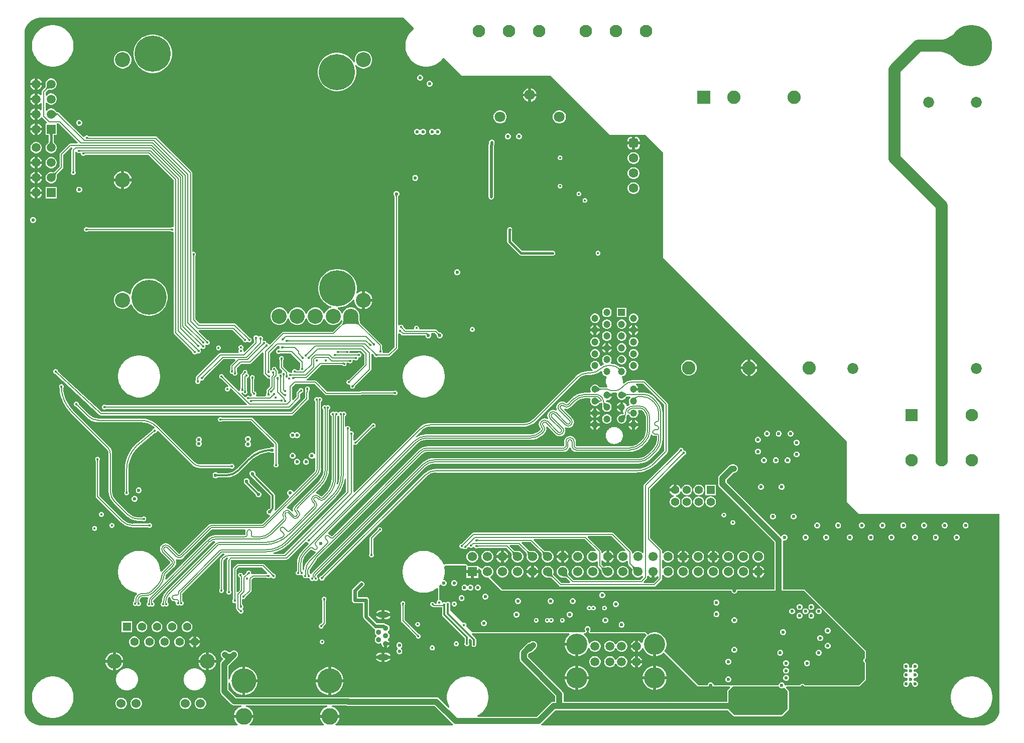
<source format=gbl>
G04*
G04 #@! TF.GenerationSoftware,Altium Limited,Altium Designer,24.4.1 (13)*
G04*
G04 Layer_Physical_Order=4*
G04 Layer_Color=16711680*
%FSLAX44Y44*%
%MOMM*%
G71*
G04*
G04 #@! TF.SameCoordinates,DEE5000B-EDBE-4967-835A-DE593A8545BB*
G04*
G04*
G04 #@! TF.FilePolarity,Positive*
G04*
G01*
G75*
%ADD10C,0.3000*%
%ADD11C,0.2000*%
%ADD16C,0.4000*%
%ADD94C,1.5000*%
%ADD107R,1.5000X1.5000*%
%ADD121C,1.6000*%
%ADD133C,0.1945*%
%ADD134C,0.6000*%
%ADD135C,0.2064*%
%ADD136C,0.1842*%
%ADD137C,0.5000*%
%ADD138C,0.1842*%
%ADD140C,1.4000*%
%ADD142C,2.0000*%
%ADD143C,1.0000*%
%ADD145C,0.9000*%
%ADD146O,2.0000X1.0000*%
%ADD147R,1.4000X1.4000*%
%ADD148C,1.5300*%
%ADD149C,2.5500*%
%ADD150C,7.0000*%
%ADD151C,1.5500*%
%ADD152C,1.5750*%
%ADD153R,1.5750X1.5750*%
%ADD154C,1.8000*%
%ADD155C,1.8500*%
%ADD156C,2.2500*%
%ADD157R,2.2500X2.2500*%
%ADD158C,2.1000*%
%ADD159R,2.1000X2.1000*%
%ADD160C,3.5700*%
%ADD161C,1.2000*%
%ADD162R,1.2000X1.2000*%
%ADD163C,4.2000*%
%ADD164C,2.8000*%
G04:AMPARAMS|DCode=165|XSize=1.6mm|YSize=1.6mm|CornerRadius=0.4mm|HoleSize=0mm|Usage=FLASHONLY|Rotation=90.000|XOffset=0mm|YOffset=0mm|HoleType=Round|Shape=RoundedRectangle|*
%AMROUNDEDRECTD165*
21,1,1.6000,0.8000,0,0,90.0*
21,1,0.8000,1.6000,0,0,90.0*
1,1,0.8000,0.4000,0.4000*
1,1,0.8000,0.4000,-0.4000*
1,1,0.8000,-0.4000,-0.4000*
1,1,0.8000,-0.4000,0.4000*
%
%ADD165ROUNDEDRECTD165*%
%ADD166C,2.5400*%
%ADD167C,6.0960*%
%ADD168C,5.9000*%
%ADD169C,0.6000*%
%ADD170C,0.4000*%
%ADD171C,0.4200*%
%ADD172C,0.4500*%
G36*
X1745005Y1175500D02*
X1742151Y1178255D01*
X1739275Y1180720D01*
X1736376Y1182895D01*
X1733456Y1184780D01*
X1730512Y1186375D01*
X1727546Y1187680D01*
X1724558Y1188695D01*
X1721547Y1189420D01*
X1718514Y1189855D01*
X1715459Y1190000D01*
Y1210000D01*
X1718514Y1210145D01*
X1721547Y1210580D01*
X1724558Y1211305D01*
X1727546Y1212320D01*
X1730512Y1213625D01*
X1733456Y1215220D01*
X1736376Y1217105D01*
X1739275Y1219280D01*
X1742151Y1221745D01*
X1745005Y1224500D01*
Y1175500D01*
D02*
G37*
G36*
X917625Y322375D02*
Y314500D01*
X938375D01*
Y317466D01*
X939548Y317952D01*
X943668Y313832D01*
X943525Y313300D01*
Y310700D01*
X944198Y308188D01*
X945498Y305937D01*
X947337Y304098D01*
X949588Y302798D01*
X952100Y302125D01*
X954700D01*
X955232Y302268D01*
X977500Y280000D01*
X1365000D01*
Y279005D01*
X1365761Y277168D01*
X1367168Y275761D01*
X1369005Y275000D01*
X1370995D01*
X1372832Y275761D01*
X1374239Y277168D01*
X1375000Y279005D01*
Y280000D01*
X1487500D01*
X1590000Y177500D01*
Y166071D01*
X1588761Y164832D01*
X1588000Y162995D01*
Y161005D01*
X1588761Y159168D01*
X1590000Y157929D01*
Y130000D01*
X1580000Y120000D01*
X1489376D01*
X1489239Y120332D01*
X1487832Y121739D01*
X1485995Y122500D01*
X1484005D01*
X1482168Y121739D01*
X1480761Y120332D01*
X1480624Y120000D01*
X1455000D01*
Y120995D01*
X1454239Y122832D01*
X1452832Y124239D01*
X1450995Y125000D01*
X1449005D01*
X1447168Y124239D01*
X1445761Y122832D01*
X1445000Y120995D01*
Y120000D01*
X1335000D01*
Y120995D01*
X1334239Y122832D01*
X1332832Y124239D01*
X1330995Y125000D01*
X1329005D01*
X1327168Y124239D01*
X1325761Y122832D01*
X1325000Y120995D01*
Y120000D01*
X1310000D01*
X1251906Y178094D01*
X1253291Y180168D01*
X1254787Y183780D01*
X1255550Y187615D01*
Y191525D01*
X1254787Y195360D01*
X1253291Y198972D01*
X1251118Y202224D01*
X1248354Y204988D01*
X1245102Y207161D01*
X1241490Y208657D01*
X1237655Y209420D01*
X1233745D01*
X1229910Y208657D01*
X1226298Y207161D01*
X1224224Y205776D01*
X1220000Y210000D01*
X1126617D01*
X1126091Y211270D01*
X1126739Y211918D01*
X1127500Y213755D01*
Y215745D01*
X1126739Y217582D01*
X1125332Y218989D01*
X1123495Y219750D01*
X1121505D01*
X1119668Y218989D01*
X1118261Y217582D01*
X1117500Y215745D01*
Y213755D01*
X1118261Y211918D01*
X1118909Y211270D01*
X1118383Y210000D01*
X927500D01*
X917692Y219808D01*
X918250Y221155D01*
Y222845D01*
X917603Y224407D01*
X916407Y225603D01*
X914845Y226250D01*
X913155D01*
X911808Y225692D01*
X890569Y246931D01*
Y254902D01*
X891100Y256185D01*
Y257815D01*
X890476Y259322D01*
X889323Y260476D01*
X887815Y261100D01*
X886184D01*
X884678Y260476D01*
X883609Y259408D01*
X882946Y260071D01*
X881476Y260680D01*
X879884D01*
X878414Y260071D01*
X877922Y259578D01*
X876750Y260750D01*
Y260845D01*
X876103Y262407D01*
X874907Y263603D01*
X873345Y264250D01*
X873250D01*
X872500Y265000D01*
Y288300D01*
X872639Y288439D01*
X874104Y290349D01*
X875558Y290158D01*
X875761Y289668D01*
X877168Y288261D01*
X879005Y287500D01*
X880995D01*
X882832Y288261D01*
X884239Y289668D01*
X885000Y291505D01*
Y293495D01*
X884239Y295332D01*
X882832Y296739D01*
X880995Y297500D01*
X879720D01*
X878843Y298703D01*
X879551Y300411D01*
X880750Y304888D01*
X881355Y309483D01*
Y314117D01*
X880750Y318712D01*
X880320Y320320D01*
X882500Y322500D01*
X916407D01*
X917625Y322375D01*
D02*
G37*
G36*
X880766Y255182D02*
X880721Y255177D01*
X880675Y255166D01*
X880627Y255150D01*
X880578Y255128D01*
X880528Y255100D01*
X880476Y255067D01*
X880423Y255029D01*
X880312Y254935D01*
X880263Y254887D01*
X880447Y254694D01*
X880381Y254700D01*
X880260Y254703D01*
X880205Y254700D01*
X880153Y254694D01*
X880105Y254684D01*
X880061Y254672D01*
X880020Y254656D01*
X879983Y254637D01*
X879950Y254615D01*
X878552Y256041D01*
X878583Y256058D01*
X878609Y256082D01*
X878632Y256113D01*
X878651Y256152D01*
X878667Y256199D01*
X878678Y256253D01*
X878685Y256314D01*
X878689Y256383D01*
X878689Y256459D01*
X878685Y256543D01*
X878920Y256297D01*
X878935Y256312D01*
X879029Y256423D01*
X879067Y256476D01*
X879100Y256528D01*
X879128Y256578D01*
X879150Y256627D01*
X879166Y256675D01*
X879177Y256721D01*
X879182Y256766D01*
X880766Y255182D01*
D02*
G37*
G36*
X812549Y1247451D02*
X829405Y1230595D01*
X829230Y1227941D01*
X827184Y1226371D01*
X823940Y1223127D01*
X821147Y1219487D01*
X818853Y1215513D01*
X817097Y1211274D01*
X815910Y1206843D01*
X815311Y1202294D01*
Y1197706D01*
X815910Y1193157D01*
X817097Y1188726D01*
X818853Y1184487D01*
X821147Y1180513D01*
X823940Y1176873D01*
X827184Y1173629D01*
X830824Y1170836D01*
X834798Y1168542D01*
X839036Y1166786D01*
X843468Y1165599D01*
X848017Y1165000D01*
X852605D01*
X857154Y1165599D01*
X861585Y1166786D01*
X865824Y1168542D01*
X869798Y1170836D01*
X873438Y1173629D01*
X876682Y1176873D01*
X878252Y1178920D01*
X880906Y1179094D01*
X910000Y1150000D01*
X1060000D01*
X1160000Y1050000D01*
X1220000D01*
X1250000Y1020000D01*
Y842500D01*
X1560000Y532500D01*
X1560000Y430000D01*
X1580000Y410000D01*
X1817451D01*
Y80000D01*
Y78201D01*
X1816981Y74633D01*
X1816050Y71157D01*
X1814673Y67833D01*
X1812874Y64716D01*
X1810683Y61861D01*
X1808138Y59317D01*
X1805284Y57126D01*
X1802168Y55327D01*
X1798843Y53950D01*
X1795367Y53019D01*
X1791799Y52549D01*
X1790000Y52549D01*
X1045073Y52549D01*
X1044395Y54549D01*
X1044992Y55008D01*
X1067924Y77940D01*
X1359176D01*
X1368558Y68558D01*
X1369220Y68116D01*
X1370000Y67961D01*
X1450000D01*
X1450780Y68116D01*
X1451442Y68558D01*
X1451442Y68558D01*
X1461442Y78558D01*
X1461884Y79220D01*
X1462039Y80000D01*
Y94005D01*
Y110000D01*
X1462039Y110000D01*
X1461884Y110780D01*
X1461442Y111442D01*
X1456923Y115961D01*
X1457751Y117961D01*
X1480624D01*
X1481404Y118116D01*
X1482065Y118558D01*
X1482457Y119145D01*
X1483323Y120010D01*
X1484411Y120461D01*
X1485589D01*
X1486677Y120010D01*
X1487543Y119145D01*
X1487935Y118558D01*
X1488596Y118116D01*
X1489376Y117961D01*
X1580000D01*
X1580780Y118116D01*
X1581442Y118558D01*
X1581442Y118558D01*
X1591442Y128558D01*
X1591884Y129220D01*
X1592039Y130000D01*
Y157929D01*
X1592039Y157929D01*
X1591884Y158709D01*
X1591442Y159371D01*
X1591442Y159371D01*
X1590490Y160323D01*
X1590039Y161411D01*
Y162589D01*
X1590490Y163677D01*
X1591442Y164629D01*
X1591884Y165291D01*
X1592039Y166071D01*
Y177500D01*
X1592039Y177500D01*
X1591884Y178280D01*
X1591442Y178942D01*
X1591442Y178942D01*
X1488942Y281442D01*
X1488280Y281884D01*
X1487500Y282039D01*
X1452060D01*
Y363641D01*
X1454005Y365000D01*
X1455995D01*
X1457832Y365761D01*
X1459239Y367168D01*
X1460000Y369005D01*
Y370995D01*
X1459239Y372832D01*
X1457832Y374239D01*
X1455995Y375000D01*
X1454005D01*
X1452168Y374239D01*
X1450761Y372832D01*
X1450533Y372281D01*
X1448174Y371811D01*
X1357060Y462924D01*
Y467076D01*
X1368925Y478940D01*
X1369000D01*
X1370827Y479180D01*
X1372530Y479885D01*
X1373992Y481007D01*
X1375114Y482470D01*
X1375820Y484173D01*
X1376060Y486000D01*
X1375820Y487827D01*
X1375114Y489530D01*
X1373992Y490992D01*
X1372530Y492114D01*
X1370827Y492820D01*
X1369000Y493060D01*
X1366000D01*
X1364173Y492820D01*
X1362470Y492114D01*
X1361008Y490992D01*
X1345007Y474992D01*
X1343885Y473530D01*
X1343180Y471827D01*
X1342940Y470000D01*
Y460000D01*
X1343180Y458173D01*
X1343885Y456470D01*
X1345007Y455008D01*
X1437940Y362076D01*
Y282039D01*
X1375000D01*
X1374220Y281884D01*
X1373558Y281442D01*
X1373116Y280780D01*
X1372961Y280000D01*
Y279411D01*
X1372510Y278323D01*
X1371677Y277490D01*
X1370589Y277039D01*
X1369411D01*
X1368323Y277490D01*
X1367490Y278323D01*
X1367039Y279411D01*
Y280000D01*
X1366884Y280780D01*
X1366442Y281442D01*
X1365780Y281884D01*
X1365000Y282039D01*
X978345D01*
X958611Y301773D01*
X958872Y303756D01*
X959463Y304098D01*
X961302Y305937D01*
X962602Y308188D01*
X963275Y310700D01*
Y313300D01*
X962602Y315812D01*
X961302Y318063D01*
X959463Y319902D01*
X957212Y321202D01*
X954700Y321875D01*
X952100D01*
X949588Y321202D01*
X947337Y319902D01*
X945498Y318063D01*
X945156Y317472D01*
X943173Y317211D01*
X940990Y319394D01*
X940329Y319836D01*
X939548Y319991D01*
X939548Y319991D01*
X938587Y320695D01*
X937972Y321357D01*
X937875Y321542D01*
Y321875D01*
X919664D01*
Y322375D01*
X919607Y322665D01*
X919579Y322959D01*
X919529Y323052D01*
X919509Y323155D01*
X919345Y323401D01*
X919207Y323662D01*
X919126Y323729D01*
X919067Y323817D01*
X918821Y323981D01*
X918594Y324169D01*
X918493Y324200D01*
X918405Y324259D01*
X918116Y324317D01*
X917833Y324403D01*
X916615Y324529D01*
X916510Y324519D01*
X916407Y324539D01*
X882500D01*
X882500Y324539D01*
X881720Y324384D01*
X881329Y324123D01*
X880367Y324175D01*
X878943Y324656D01*
X877777Y327471D01*
X875460Y331484D01*
X872639Y335161D01*
X869361Y338439D01*
X865685Y341260D01*
X861671Y343577D01*
X857389Y345351D01*
X852912Y346550D01*
X848317Y347155D01*
X843683D01*
X839088Y346550D01*
X834611Y345351D01*
X830329Y343577D01*
X826315Y341260D01*
X822638Y338439D01*
X819361Y335161D01*
X816540Y331484D01*
X814223Y327471D01*
X812449Y323189D01*
X811250Y318712D01*
X810645Y314117D01*
Y309483D01*
X811250Y304888D01*
X812449Y300411D01*
X814223Y296129D01*
X816540Y292115D01*
X819361Y288439D01*
X822638Y285161D01*
X826315Y282340D01*
X830329Y280023D01*
X834611Y278249D01*
X839088Y277050D01*
X843683Y276445D01*
X848317D01*
X852912Y277050D01*
X857389Y278249D01*
X861671Y280023D01*
X865685Y282340D01*
X868461Y284470D01*
X870461Y283484D01*
Y265000D01*
X870616Y264220D01*
X870477Y263762D01*
X870093Y263603D01*
X868897Y262407D01*
X868250Y260845D01*
Y259155D01*
X867499Y258031D01*
X864903D01*
X864391Y259266D01*
X863266Y260391D01*
X861796Y261000D01*
X860204D01*
X858734Y260391D01*
X857609Y259266D01*
X857000Y257796D01*
Y256204D01*
X857609Y254734D01*
X858734Y253609D01*
X860204Y253000D01*
X860858D01*
X861887Y252313D01*
X863806Y251931D01*
Y251969D01*
X877111D01*
Y239320D01*
X877383Y237954D01*
X878157Y236797D01*
X915431Y199522D01*
Y191837D01*
X915000Y190796D01*
Y189204D01*
X915609Y187734D01*
X916734Y186609D01*
X918204Y186000D01*
X919796D01*
X921266Y186609D01*
X922391Y187734D01*
X923000Y189204D01*
Y190796D01*
X922569Y191837D01*
Y197772D01*
X924416Y198537D01*
X927431Y195522D01*
Y190837D01*
X927000Y189796D01*
Y188204D01*
X927609Y186734D01*
X928734Y185609D01*
X930204Y185000D01*
X931796D01*
X933266Y185609D01*
X934391Y186734D01*
X935000Y188204D01*
Y189796D01*
X934569Y190837D01*
Y197000D01*
X934297Y198366D01*
X933523Y199523D01*
X927032Y206015D01*
X927261Y206966D01*
X927914Y207961D01*
X1091595D01*
X1092202Y205961D01*
X1091328Y205377D01*
X1088493Y202542D01*
X1086266Y199209D01*
X1084732Y195506D01*
X1084049Y192070D01*
X1104300D01*
Y189570D01*
X1106800D01*
Y169319D01*
X1110236Y170002D01*
X1113939Y171536D01*
X1117272Y173763D01*
X1120107Y176598D01*
X1122334Y179931D01*
X1123794Y183457D01*
X1124016Y183521D01*
X1126042Y182795D01*
X1126147Y182403D01*
X1127398Y180237D01*
X1129167Y178468D01*
X1131333Y177217D01*
X1133749Y176570D01*
X1136251D01*
X1138667Y177217D01*
X1140833Y178468D01*
X1142602Y180237D01*
X1143853Y182403D01*
X1144500Y184819D01*
Y187321D01*
X1143853Y189737D01*
X1142602Y191903D01*
X1140833Y193672D01*
X1138667Y194923D01*
X1136251Y195570D01*
X1133749D01*
X1131333Y194923D01*
X1129167Y193672D01*
X1127398Y191903D01*
X1126650Y190607D01*
X1124650Y191143D01*
Y191574D01*
X1123868Y195506D01*
X1122334Y199209D01*
X1120107Y202542D01*
X1117272Y205377D01*
X1116398Y205961D01*
X1117005Y207961D01*
X1118383D01*
X1119163Y208116D01*
X1119825Y208558D01*
X1120267Y209220D01*
X1120793Y210490D01*
X1120948Y211270D01*
X1120793Y212050D01*
X1120351Y212712D01*
X1119990Y213073D01*
X1119539Y214161D01*
Y215339D01*
X1119990Y216427D01*
X1120823Y217260D01*
X1121911Y217711D01*
X1123089D01*
X1124177Y217260D01*
X1125010Y216427D01*
X1125461Y215339D01*
Y214161D01*
X1125010Y213073D01*
X1124649Y212712D01*
X1124207Y212050D01*
X1124052Y211270D01*
X1124207Y210490D01*
X1124733Y209220D01*
X1125175Y208558D01*
X1125837Y208116D01*
X1126617Y207961D01*
X1219155D01*
X1222233Y204883D01*
X1219893Y202542D01*
X1217666Y199209D01*
X1216132Y195506D01*
X1215434Y191997D01*
X1214269Y191585D01*
X1213358Y191593D01*
X1213002Y192210D01*
X1211140Y194072D01*
X1208860Y195389D01*
X1207500Y195753D01*
Y186070D01*
Y176387D01*
X1208860Y176751D01*
X1211140Y178068D01*
X1213002Y179930D01*
X1214318Y182210D01*
X1214412Y182560D01*
X1216520Y182698D01*
X1217666Y179931D01*
X1219893Y176598D01*
X1222728Y173763D01*
X1226061Y171536D01*
X1229764Y170002D01*
X1233200Y169319D01*
Y189570D01*
X1238200D01*
Y169319D01*
X1241636Y170002D01*
X1245339Y171536D01*
X1248672Y173763D01*
X1251013Y176103D01*
X1308558Y118558D01*
X1309220Y118116D01*
X1310000Y117961D01*
X1325000D01*
X1325780Y118116D01*
X1326442Y118558D01*
X1326884Y119220D01*
X1327039Y120000D01*
Y120589D01*
X1327490Y121677D01*
X1328323Y122510D01*
X1329411Y122961D01*
X1330589D01*
X1331677Y122510D01*
X1332510Y121677D01*
X1332961Y120589D01*
Y120000D01*
X1333116Y119220D01*
X1333558Y118558D01*
X1334220Y118116D01*
X1335000Y117961D01*
X1362464D01*
X1363229Y116113D01*
X1358558Y111442D01*
X1358558Y111442D01*
X1358116Y110780D01*
X1357961Y110000D01*
Y92060D01*
X1082060D01*
Y105000D01*
X1081820Y106827D01*
X1081115Y108530D01*
X1079993Y109992D01*
X1022060Y167924D01*
Y172076D01*
X1024951Y174966D01*
X1026577Y175180D01*
X1028280Y175886D01*
X1029743Y177008D01*
X1035242Y182508D01*
X1036365Y183970D01*
X1037070Y185673D01*
X1037310Y187500D01*
X1037070Y189327D01*
X1036365Y191030D01*
X1035242Y192493D01*
X1033780Y193615D01*
X1032077Y194320D01*
X1030250Y194560D01*
X1028423Y194320D01*
X1026720Y193615D01*
X1025258Y192493D01*
X1024799Y192034D01*
X1023173Y191820D01*
X1021470Y191115D01*
X1020008Y189993D01*
X1010008Y179993D01*
X1008885Y178530D01*
X1008180Y176827D01*
X1007940Y175000D01*
Y165000D01*
X1008180Y163173D01*
X1008885Y161470D01*
X1010008Y160008D01*
X1067940Y102076D01*
Y92060D01*
X1065000D01*
X1063173Y91820D01*
X1061470Y91115D01*
X1060008Y89993D01*
X1037076Y67060D01*
X937258D01*
X936722Y69060D01*
X939798Y70836D01*
X943438Y73629D01*
X946682Y76873D01*
X949475Y80513D01*
X951769Y84487D01*
X953524Y88726D01*
X954712Y93157D01*
X955311Y97706D01*
Y102294D01*
X954712Y106843D01*
X953524Y111274D01*
X951769Y115513D01*
X949475Y119487D01*
X946682Y123127D01*
X943438Y126371D01*
X939798Y129164D01*
X935824Y131458D01*
X931585Y133214D01*
X927154Y134401D01*
X922605Y135000D01*
X918017D01*
X913468Y134401D01*
X909036Y133214D01*
X904798Y131458D01*
X900824Y129164D01*
X897184Y126371D01*
X893940Y123127D01*
X891147Y119487D01*
X888853Y115513D01*
X887097Y111274D01*
X885910Y106843D01*
X885311Y102294D01*
Y97706D01*
X885910Y93157D01*
X887097Y88726D01*
X888853Y84487D01*
X889572Y83241D01*
X887971Y82013D01*
X872493Y97492D01*
X871030Y98615D01*
X869327Y99320D01*
X867500Y99560D01*
X721173D01*
X720546Y99820D01*
X718719Y100060D01*
X529925D01*
X517060Y112924D01*
Y124685D01*
X519060Y124882D01*
X519903Y120645D01*
X521675Y116369D01*
X524246Y112520D01*
X527520Y109246D01*
X531369Y106675D01*
X535645Y104903D01*
X540000Y104037D01*
Y127500D01*
Y150963D01*
X535645Y150097D01*
X531369Y148325D01*
X527520Y145754D01*
X524246Y142480D01*
X521675Y138631D01*
X519903Y134355D01*
X519060Y130118D01*
X517060Y130315D01*
Y153076D01*
X530992Y167008D01*
X532114Y168470D01*
X532820Y170173D01*
X533060Y172000D01*
X532820Y173827D01*
X532114Y175530D01*
X530992Y176992D01*
X529530Y178114D01*
X527827Y178820D01*
X526000Y179060D01*
X524173Y178820D01*
X522470Y178114D01*
X521007Y176992D01*
X519676Y175661D01*
X517321Y175664D01*
X515992Y176992D01*
X514530Y178114D01*
X512827Y178820D01*
X511000Y179060D01*
X509173Y178820D01*
X507470Y178114D01*
X506007Y176992D01*
X504885Y175530D01*
X504180Y173827D01*
X503940Y172000D01*
X504180Y170173D01*
X504885Y168470D01*
X506007Y167008D01*
X508515Y164500D01*
X505008Y160993D01*
X503885Y159530D01*
X503180Y157827D01*
X502940Y156000D01*
Y110000D01*
X503180Y108173D01*
X503885Y106470D01*
X505008Y105008D01*
X522007Y88008D01*
X523470Y86886D01*
X525173Y86180D01*
X527000Y85940D01*
X538364D01*
X538560Y83940D01*
X537687Y83766D01*
X534684Y82522D01*
X531982Y80716D01*
X529684Y78418D01*
X527878Y75716D01*
X526634Y72713D01*
X526174Y70400D01*
X558826D01*
X558366Y72713D01*
X557122Y75716D01*
X555316Y78418D01*
X553018Y80716D01*
X550316Y82522D01*
X547313Y83766D01*
X546440Y83940D01*
X546636Y85940D01*
X683364D01*
X683561Y83940D01*
X682687Y83766D01*
X679684Y82522D01*
X676982Y80716D01*
X674684Y78418D01*
X672878Y75716D01*
X671634Y72713D01*
X671174Y70400D01*
X703826D01*
X703366Y72713D01*
X702122Y75716D01*
X700316Y78418D01*
X698018Y80716D01*
X695316Y82522D01*
X692313Y83766D01*
X691440Y83940D01*
X691637Y85940D01*
X716765D01*
X717392Y85680D01*
X719219Y85440D01*
X864576D01*
X895008Y55008D01*
X895605Y54549D01*
X894927Y52549D01*
X697824D01*
X697218Y54549D01*
X698018Y55084D01*
X700316Y57382D01*
X702122Y60084D01*
X703366Y63087D01*
X703826Y65400D01*
X671174D01*
X671634Y63087D01*
X672878Y60084D01*
X674684Y57382D01*
X676982Y55084D01*
X677782Y54549D01*
X677176Y52549D01*
X552824Y52549D01*
X552218Y54549D01*
X553018Y55084D01*
X555316Y57382D01*
X557122Y60084D01*
X558366Y63087D01*
X558826Y65400D01*
X526174D01*
X526634Y63087D01*
X527878Y60084D01*
X529684Y57382D01*
X531982Y55084D01*
X532782Y54549D01*
X532176Y52549D01*
X200000Y52549D01*
X198201D01*
X194633Y53018D01*
X191157Y53950D01*
X187833Y55327D01*
X184716Y57126D01*
X181861Y59317D01*
X179317Y61861D01*
X177126Y64716D01*
X175327Y67832D01*
X173950Y71157D01*
X173018Y74633D01*
X172549Y78201D01*
X172549Y80000D01*
X172549Y1220000D01*
Y1221799D01*
X173018Y1225367D01*
X173950Y1228843D01*
X175327Y1232168D01*
X177126Y1235284D01*
X179317Y1238139D01*
X181861Y1240683D01*
X184716Y1242874D01*
X187833Y1244673D01*
X191157Y1246050D01*
X194633Y1246981D01*
X198201Y1247451D01*
X200000Y1247451D01*
X812549D01*
D02*
G37*
G36*
X1445761Y117168D02*
X1447168Y115761D01*
X1449005Y115000D01*
X1450995D01*
X1452832Y115761D01*
X1453535Y116465D01*
X1460000Y110000D01*
Y95995D01*
Y94005D01*
Y80000D01*
X1450000Y70000D01*
X1370000D01*
X1360000Y80000D01*
Y110000D01*
X1360000D01*
X1367961Y117961D01*
X1445000D01*
X1445400Y118040D01*
X1445761Y117168D01*
D02*
G37*
%LPC*%
G36*
X938375Y309500D02*
X930500D01*
Y301625D01*
X938375D01*
Y309500D01*
D02*
G37*
G36*
X925500D02*
X917625D01*
Y301625D01*
X925500D01*
Y309500D01*
D02*
G37*
G36*
X925995Y290000D02*
X924005D01*
X922168Y289239D01*
X920761Y287832D01*
X920687Y287654D01*
X919313D01*
X919239Y287832D01*
X917832Y289239D01*
X915995Y290000D01*
X914005D01*
X912168Y289239D01*
X910761Y287832D01*
X910000Y285995D01*
Y284005D01*
X910761Y282168D01*
X912168Y280761D01*
X914005Y280000D01*
X915995D01*
X917832Y280761D01*
X919239Y282168D01*
X919313Y282346D01*
X920687D01*
X920761Y282168D01*
X922168Y280761D01*
X924005Y280000D01*
X925995D01*
X927832Y280761D01*
X929239Y282168D01*
X930000Y284005D01*
Y285995D01*
X929239Y287832D01*
X927832Y289239D01*
X925995Y290000D01*
D02*
G37*
G36*
X898495Y297500D02*
X896505D01*
X894668Y296739D01*
X893261Y295332D01*
X892500Y293495D01*
Y291505D01*
X893261Y289668D01*
X894668Y288261D01*
X896505Y287500D01*
X898495D01*
X900332Y288261D01*
X901739Y289668D01*
X902500Y291505D01*
Y293495D01*
X901739Y295332D01*
X900332Y296739D01*
X898495Y297500D01*
D02*
G37*
G36*
X938495Y290000D02*
X936505D01*
X934668Y289239D01*
X933261Y287832D01*
X932500Y285995D01*
Y284005D01*
X933261Y282168D01*
X934668Y280761D01*
X936505Y280000D01*
X938495D01*
X940332Y280761D01*
X941739Y282168D01*
X942500Y284005D01*
Y285995D01*
X941739Y287832D01*
X940332Y289239D01*
X938495Y290000D01*
D02*
G37*
G36*
X1148245Y277250D02*
X1146255D01*
X1144418Y276489D01*
X1143011Y275082D01*
X1142250Y273245D01*
Y271255D01*
X1143011Y269418D01*
X1144418Y268011D01*
X1146255Y267250D01*
X1148245D01*
X1150082Y268011D01*
X1151489Y269418D01*
X1152250Y271255D01*
Y273245D01*
X1151489Y275082D01*
X1150082Y276489D01*
X1148245Y277250D01*
D02*
G37*
G36*
X950995Y275000D02*
X949005D01*
X947168Y274239D01*
X945761Y272832D01*
X945000Y270995D01*
Y269005D01*
X945761Y267168D01*
X947168Y265761D01*
X949005Y265000D01*
X950995D01*
X952832Y265761D01*
X954239Y267168D01*
X955000Y269005D01*
Y270995D01*
X954239Y272832D01*
X952832Y274239D01*
X950995Y275000D01*
D02*
G37*
G36*
X910995Y272250D02*
X909005D01*
X907168Y271489D01*
X905761Y270082D01*
X905000Y268245D01*
Y266255D01*
X905761Y264418D01*
X907168Y263011D01*
X909005Y262250D01*
X910995D01*
X912832Y263011D01*
X914239Y264418D01*
X915000Y266255D01*
Y268245D01*
X914239Y270082D01*
X912832Y271489D01*
X910995Y272250D01*
D02*
G37*
G36*
X1098495Y267250D02*
X1096505D01*
X1094668Y266489D01*
X1093261Y265082D01*
X1092500Y263245D01*
Y261255D01*
X1093261Y259418D01*
X1094668Y258011D01*
X1096505Y257250D01*
X1098495D01*
X1100332Y258011D01*
X1101739Y259418D01*
X1102500Y261255D01*
Y263245D01*
X1101739Y265082D01*
X1100332Y266489D01*
X1098495Y267250D01*
D02*
G37*
G36*
X1060995D02*
X1059005D01*
X1057168Y266489D01*
X1055761Y265082D01*
X1055000Y263245D01*
Y261255D01*
X1055761Y259418D01*
X1057168Y258011D01*
X1059005Y257250D01*
X1060995D01*
X1062832Y258011D01*
X1064239Y259418D01*
X1065000Y261255D01*
Y263245D01*
X1064239Y265082D01*
X1062832Y266489D01*
X1060995Y267250D01*
D02*
G37*
G36*
X1005995D02*
X1004005D01*
X1002168Y266489D01*
X1000761Y265082D01*
X1000000Y263245D01*
Y261255D01*
X1000761Y259418D01*
X1002168Y258011D01*
X1004005Y257250D01*
X1005995D01*
X1007832Y258011D01*
X1009239Y259418D01*
X1010000Y261255D01*
Y263245D01*
X1009239Y265082D01*
X1007832Y266489D01*
X1005995Y267250D01*
D02*
G37*
G36*
X1340995Y265000D02*
X1339005D01*
X1337168Y264239D01*
X1335761Y262832D01*
X1335000Y260995D01*
Y259005D01*
X1335761Y257168D01*
X1337168Y255761D01*
X1339005Y255000D01*
X1340995D01*
X1342832Y255761D01*
X1344239Y257168D01*
X1345000Y259005D01*
Y260995D01*
X1344239Y262832D01*
X1342832Y264239D01*
X1340995Y265000D01*
D02*
G37*
G36*
X898345Y261750D02*
X896655D01*
X895093Y261103D01*
X893897Y259907D01*
X893250Y258345D01*
Y256655D01*
X893897Y255093D01*
X895093Y253897D01*
X896655Y253250D01*
X898345D01*
X899907Y253897D01*
X901103Y255093D01*
X901750Y256655D01*
Y258345D01*
X901103Y259907D01*
X899907Y261103D01*
X898345Y261750D01*
D02*
G37*
G36*
X1132796Y254750D02*
X1131204D01*
X1129734Y254141D01*
X1129330Y253736D01*
X1128500Y253099D01*
X1127670Y253736D01*
X1127266Y254141D01*
X1125796Y254750D01*
X1124204D01*
X1122734Y254141D01*
X1121609Y253016D01*
X1121000Y251546D01*
Y249954D01*
X1121609Y248484D01*
X1122734Y247359D01*
X1124204Y246750D01*
X1125796D01*
X1127266Y247359D01*
X1127670Y247764D01*
X1128500Y248400D01*
X1129330Y247764D01*
X1129734Y247359D01*
X1131204Y246750D01*
X1132796D01*
X1134266Y247359D01*
X1135391Y248484D01*
X1136000Y249954D01*
Y251546D01*
X1135391Y253016D01*
X1134266Y254141D01*
X1132796Y254750D01*
D02*
G37*
G36*
X1170995Y262250D02*
X1169005D01*
X1167168Y261489D01*
X1165761Y260082D01*
X1165000Y258245D01*
Y256255D01*
X1165761Y254418D01*
X1167168Y253011D01*
X1169005Y252250D01*
X1170995D01*
X1172832Y253011D01*
X1174239Y254418D01*
X1175000Y256255D01*
Y258245D01*
X1174239Y260082D01*
X1172832Y261489D01*
X1170995Y262250D01*
D02*
G37*
G36*
X1500995Y257500D02*
X1499005D01*
X1497168Y256739D01*
X1495761Y255332D01*
X1495000Y253495D01*
Y251505D01*
X1495761Y249668D01*
X1497168Y248261D01*
X1499005Y247500D01*
X1500995D01*
X1502832Y248261D01*
X1504239Y249668D01*
X1505000Y251505D01*
Y253495D01*
X1504239Y255332D01*
X1502832Y256739D01*
X1500995Y257500D01*
D02*
G37*
G36*
X1480995D02*
X1479005D01*
X1477168Y256739D01*
X1475761Y255332D01*
X1475000Y253495D01*
Y251505D01*
X1475761Y249668D01*
X1477168Y248261D01*
X1479005Y247500D01*
X1480995D01*
X1482832Y248261D01*
X1484239Y249668D01*
X1485000Y251505D01*
Y253495D01*
X1484239Y255332D01*
X1482832Y256739D01*
X1480995Y257500D01*
D02*
G37*
G36*
X1151796Y254750D02*
X1150204D01*
X1148734Y254141D01*
X1147609Y253016D01*
X1147000Y251546D01*
Y249954D01*
X1147609Y248484D01*
X1148734Y247359D01*
X1150204Y246750D01*
X1151796D01*
X1153266Y247359D01*
X1154391Y248484D01*
X1155000Y249954D01*
Y251546D01*
X1154391Y253016D01*
X1153266Y254141D01*
X1151796Y254750D01*
D02*
G37*
G36*
X1513495Y250000D02*
X1511505D01*
X1509668Y249239D01*
X1508261Y247832D01*
X1507500Y245995D01*
Y244005D01*
X1508261Y242168D01*
X1509668Y240761D01*
X1511505Y240000D01*
X1513495D01*
X1515332Y240761D01*
X1516739Y242168D01*
X1517500Y244005D01*
Y245995D01*
X1516739Y247832D01*
X1515332Y249239D01*
X1513495Y250000D01*
D02*
G37*
G36*
X1490995D02*
X1489005D01*
X1487168Y249239D01*
X1485761Y247832D01*
X1485000Y245995D01*
Y244005D01*
X1485761Y242168D01*
X1487168Y240761D01*
X1489005Y240000D01*
X1490995D01*
X1492832Y240761D01*
X1494239Y242168D01*
X1495000Y244005D01*
Y245995D01*
X1494239Y247832D01*
X1492832Y249239D01*
X1490995Y250000D01*
D02*
G37*
G36*
X1468495D02*
X1466505D01*
X1464668Y249239D01*
X1463261Y247832D01*
X1462500Y245995D01*
Y244005D01*
X1463261Y242168D01*
X1464668Y240761D01*
X1466505Y240000D01*
X1468495D01*
X1470332Y240761D01*
X1471739Y242168D01*
X1472500Y244005D01*
Y245995D01*
X1471739Y247832D01*
X1470332Y249239D01*
X1468495Y250000D01*
D02*
G37*
G36*
X1340995Y245000D02*
X1339005D01*
X1337168Y244239D01*
X1335761Y242832D01*
X1335000Y240995D01*
Y239005D01*
X1335761Y237168D01*
X1337168Y235761D01*
X1339005Y235000D01*
X1340995D01*
X1342832Y235761D01*
X1344239Y237168D01*
X1345000Y239005D01*
Y240995D01*
X1344239Y242832D01*
X1342832Y244239D01*
X1340995Y245000D01*
D02*
G37*
G36*
X1093495Y244750D02*
X1091505D01*
X1089668Y243989D01*
X1088261Y242582D01*
X1087500Y240745D01*
Y238755D01*
X1088261Y236918D01*
X1089668Y235511D01*
X1091505Y234750D01*
X1093495D01*
X1095332Y235511D01*
X1096739Y236918D01*
X1097500Y238755D01*
Y240745D01*
X1096739Y242582D01*
X1095332Y243989D01*
X1093495Y244750D01*
D02*
G37*
G36*
X1003495D02*
X1001505D01*
X999668Y243989D01*
X998261Y242582D01*
X997500Y240745D01*
Y238755D01*
X998261Y236918D01*
X999668Y235511D01*
X1001505Y234750D01*
X1003495D01*
X1005332Y235511D01*
X1006739Y236918D01*
X1007500Y238755D01*
Y240745D01*
X1006739Y242582D01*
X1005332Y243989D01*
X1003495Y244750D01*
D02*
G37*
G36*
X1500995Y242500D02*
X1499005D01*
X1497168Y241739D01*
X1495761Y240332D01*
X1495000Y238495D01*
Y236505D01*
X1495761Y234668D01*
X1497168Y233261D01*
X1499005Y232500D01*
X1500995D01*
X1502832Y233261D01*
X1504239Y234668D01*
X1505000Y236505D01*
Y238495D01*
X1504239Y240332D01*
X1502832Y241739D01*
X1500995Y242500D01*
D02*
G37*
G36*
X1480995D02*
X1479005D01*
X1477168Y241739D01*
X1475761Y240332D01*
X1475000Y238495D01*
Y236505D01*
X1475761Y234668D01*
X1477168Y233261D01*
X1479005Y232500D01*
X1480995D01*
X1482832Y233261D01*
X1484239Y234668D01*
X1485000Y236505D01*
Y238495D01*
X1484239Y240332D01*
X1482832Y241739D01*
X1480995Y242500D01*
D02*
G37*
G36*
X1061796Y233750D02*
X1060204D01*
X1058734Y233141D01*
X1057750Y232157D01*
X1056766Y233141D01*
X1055296Y233750D01*
X1053704D01*
X1052234Y233141D01*
X1051109Y232016D01*
X1050500Y230546D01*
Y228954D01*
X1051109Y227484D01*
X1052234Y226359D01*
X1053704Y225750D01*
X1055296D01*
X1056766Y226359D01*
X1057750Y227343D01*
X1058734Y226359D01*
X1060204Y225750D01*
X1061796D01*
X1063266Y226359D01*
X1064391Y227484D01*
X1065000Y228954D01*
Y230546D01*
X1064391Y232016D01*
X1063266Y233141D01*
X1061796Y233750D01*
D02*
G37*
G36*
X1080796D02*
X1079204D01*
X1077734Y233141D01*
X1076609Y232016D01*
X1076000Y230546D01*
Y228954D01*
X1076609Y227484D01*
X1077734Y226359D01*
X1079204Y225750D01*
X1080796D01*
X1082266Y226359D01*
X1083391Y227484D01*
X1084000Y228954D01*
Y230546D01*
X1083391Y232016D01*
X1082266Y233141D01*
X1080796Y233750D01*
D02*
G37*
G36*
X1036796D02*
X1035204D01*
X1033734Y233141D01*
X1032609Y232016D01*
X1032000Y230546D01*
Y228954D01*
X1032609Y227484D01*
X1033734Y226359D01*
X1035204Y225750D01*
X1036796D01*
X1038266Y226359D01*
X1039391Y227484D01*
X1040000Y228954D01*
Y230546D01*
X1039391Y232016D01*
X1038266Y233141D01*
X1036796Y233750D01*
D02*
G37*
G36*
X1370995Y235000D02*
X1369005D01*
X1367168Y234239D01*
X1365761Y232832D01*
X1365000Y230995D01*
Y229005D01*
X1365761Y227168D01*
X1367168Y225761D01*
X1369005Y225000D01*
X1370995D01*
X1372832Y225761D01*
X1374239Y227168D01*
X1375000Y229005D01*
Y230995D01*
X1374239Y232832D01*
X1372832Y234239D01*
X1370995Y235000D01*
D02*
G37*
G36*
X1153495Y234750D02*
X1151505D01*
X1149668Y233989D01*
X1148261Y232582D01*
X1147500Y230745D01*
Y228755D01*
X1148261Y226918D01*
X1149668Y225511D01*
X1151505Y224750D01*
X1153495D01*
X1155332Y225511D01*
X1156739Y226918D01*
X1157500Y228755D01*
Y230745D01*
X1156739Y232582D01*
X1155332Y233989D01*
X1153495Y234750D01*
D02*
G37*
G36*
X948495Y230000D02*
X946505D01*
X944668Y229239D01*
X943261Y227832D01*
X942500Y225995D01*
Y224005D01*
X943261Y222168D01*
X944668Y220761D01*
X946505Y220000D01*
X948495D01*
X950332Y220761D01*
X951739Y222168D01*
X952500Y224005D01*
Y225995D01*
X951739Y227832D01*
X950332Y229239D01*
X948495Y230000D01*
D02*
G37*
G36*
X1180995Y227250D02*
X1179005D01*
X1177168Y226489D01*
X1175761Y225082D01*
X1175000Y223245D01*
Y221255D01*
X1175761Y219418D01*
X1177168Y218011D01*
X1179005Y217250D01*
X1180995D01*
X1182832Y218011D01*
X1184239Y219418D01*
X1185000Y221255D01*
Y223245D01*
X1184239Y225082D01*
X1182832Y226489D01*
X1180995Y227250D01*
D02*
G37*
G36*
X1528590Y217596D02*
X1526601D01*
X1524763Y216834D01*
X1523357Y215428D01*
X1522596Y213590D01*
Y211601D01*
X1523357Y209763D01*
X1524763Y208357D01*
X1526601Y207596D01*
X1528590D01*
X1530428Y208357D01*
X1531835Y209763D01*
X1532596Y211601D01*
Y213590D01*
X1531835Y215428D01*
X1530428Y216834D01*
X1528590Y217596D01*
D02*
G37*
G36*
X1453495Y215000D02*
X1451505D01*
X1449668Y214239D01*
X1448261Y212832D01*
X1447500Y210995D01*
Y209005D01*
X1448261Y207168D01*
X1449668Y205761D01*
X1451505Y205000D01*
X1453495D01*
X1455332Y205761D01*
X1456739Y207168D01*
X1457500Y209005D01*
Y210995D01*
X1456739Y212832D01*
X1455332Y214239D01*
X1453495Y215000D01*
D02*
G37*
G36*
X1515995Y205000D02*
X1514005D01*
X1512168Y204239D01*
X1510761Y202832D01*
X1510000Y200995D01*
Y199005D01*
X1510761Y197168D01*
X1512168Y195761D01*
X1514005Y195000D01*
X1515995D01*
X1517832Y195761D01*
X1519239Y197168D01*
X1520000Y199005D01*
Y200995D01*
X1519239Y202832D01*
X1517832Y204239D01*
X1515995Y205000D01*
D02*
G37*
G36*
X1528590Y191596D02*
X1526601D01*
X1524763Y190834D01*
X1523357Y189428D01*
X1522596Y187590D01*
Y185601D01*
X1523357Y183763D01*
X1524763Y182357D01*
X1526601Y181596D01*
X1528590D01*
X1530428Y182357D01*
X1531835Y183763D01*
X1532596Y185601D01*
Y187590D01*
X1531835Y189428D01*
X1530428Y190834D01*
X1528590Y191596D01*
D02*
G37*
G36*
X1370995Y185000D02*
X1369005D01*
X1367168Y184239D01*
X1365761Y182832D01*
X1365000Y180995D01*
Y179005D01*
X1365761Y177168D01*
X1367168Y175761D01*
X1369005Y175000D01*
X1370995D01*
X1372832Y175761D01*
X1374239Y177168D01*
X1375000Y179005D01*
Y180995D01*
X1374239Y182832D01*
X1372832Y184239D01*
X1370995Y185000D01*
D02*
G37*
G36*
X1513495Y180000D02*
X1511505D01*
X1509668Y179239D01*
X1508261Y177832D01*
X1507500Y175995D01*
Y174005D01*
X1508261Y172168D01*
X1509668Y170761D01*
X1511505Y170000D01*
X1513495D01*
X1515332Y170761D01*
X1516739Y172168D01*
X1517500Y174005D01*
Y175995D01*
X1516739Y177832D01*
X1515332Y179239D01*
X1513495Y180000D01*
D02*
G37*
G36*
X1448495D02*
X1446505D01*
X1444668Y179239D01*
X1443261Y177832D01*
X1442500Y175995D01*
Y174005D01*
X1443261Y172168D01*
X1444668Y170761D01*
X1446505Y170000D01*
X1448495D01*
X1450332Y170761D01*
X1451739Y172168D01*
X1452500Y174005D01*
Y175995D01*
X1451739Y177832D01*
X1450332Y179239D01*
X1448495Y180000D01*
D02*
G37*
G36*
X1360995Y165000D02*
X1359005D01*
X1357168Y164239D01*
X1355761Y162832D01*
X1355000Y160995D01*
Y159005D01*
X1355761Y157168D01*
X1357168Y155761D01*
X1359005Y155000D01*
X1360995D01*
X1362832Y155761D01*
X1364239Y157168D01*
X1365000Y159005D01*
Y160995D01*
X1364239Y162832D01*
X1362832Y164239D01*
X1360995Y165000D01*
D02*
G37*
G36*
X1493495Y162500D02*
X1491505D01*
X1489668Y161739D01*
X1488261Y160332D01*
X1487500Y158495D01*
Y156505D01*
X1488261Y154668D01*
X1489668Y153261D01*
X1491505Y152500D01*
X1493495D01*
X1495332Y153261D01*
X1496739Y154668D01*
X1497500Y156505D01*
Y158495D01*
X1496739Y160332D01*
X1495332Y161739D01*
X1493495Y162500D01*
D02*
G37*
G36*
X1458495D02*
X1456505D01*
X1454668Y161739D01*
X1453261Y160332D01*
X1452500Y158495D01*
Y156505D01*
X1453261Y154668D01*
X1454668Y153261D01*
X1456505Y152500D01*
X1458495D01*
X1460332Y153261D01*
X1461739Y154668D01*
X1462500Y156505D01*
Y158495D01*
X1461739Y160332D01*
X1460332Y161739D01*
X1458495Y162500D01*
D02*
G37*
G36*
Y150000D02*
X1456505D01*
X1454668Y149239D01*
X1453261Y147832D01*
X1452500Y145995D01*
Y144005D01*
X1453261Y142168D01*
X1454668Y140761D01*
X1456505Y140000D01*
X1458495D01*
X1460332Y140761D01*
X1461739Y142168D01*
X1462500Y144005D01*
Y145995D01*
X1461739Y147832D01*
X1460332Y149239D01*
X1458495Y150000D01*
D02*
G37*
G36*
Y137500D02*
X1456505D01*
X1454668Y136739D01*
X1453261Y135332D01*
X1452500Y133495D01*
Y131505D01*
X1453261Y129668D01*
X1454668Y128261D01*
X1456505Y127500D01*
X1458495D01*
X1460332Y128261D01*
X1461739Y129668D01*
X1462500Y131505D01*
Y133495D01*
X1461739Y135332D01*
X1460332Y136739D01*
X1458495Y137500D01*
D02*
G37*
G36*
X1360995Y135000D02*
X1359005D01*
X1357168Y134239D01*
X1355761Y132832D01*
X1355000Y130995D01*
Y129005D01*
X1355761Y127168D01*
X1357168Y125761D01*
X1359005Y125000D01*
X1360995D01*
X1362832Y125761D01*
X1364239Y127168D01*
X1365000Y129005D01*
Y130995D01*
X1364239Y132832D01*
X1362832Y134239D01*
X1360995Y135000D01*
D02*
G37*
G36*
X746261Y1191200D02*
X742390D01*
X738651Y1190198D01*
X735299Y1188263D01*
X732562Y1185526D01*
X730627Y1182174D01*
X729625Y1178435D01*
Y1174565D01*
X730234Y1172292D01*
X728357Y1171571D01*
X727655Y1172949D01*
X724650Y1177085D01*
X721034Y1180700D01*
X716898Y1183705D01*
X712343Y1186026D01*
X707481Y1187606D01*
X702431Y1188406D01*
X697319D01*
X692270Y1187606D01*
X687407Y1186026D01*
X682852Y1183705D01*
X678716Y1180700D01*
X675101Y1177085D01*
X672096Y1172949D01*
X669775Y1168394D01*
X668195Y1163532D01*
X667395Y1158482D01*
Y1153370D01*
X668195Y1148320D01*
X669775Y1143458D01*
X672096Y1138903D01*
X675101Y1134767D01*
X678716Y1131152D01*
X682852Y1128147D01*
X687407Y1125826D01*
X692270Y1124246D01*
X697319Y1123446D01*
X702431D01*
X707481Y1124246D01*
X712343Y1125826D01*
X716898Y1128147D01*
X721034Y1131152D01*
X724650Y1134767D01*
X727655Y1138903D01*
X729976Y1143458D01*
X731555Y1148320D01*
X732355Y1153370D01*
Y1158482D01*
X731555Y1163532D01*
X730303Y1167388D01*
X732140Y1168206D01*
X732562Y1167474D01*
X735299Y1164737D01*
X738651Y1162802D01*
X742390Y1161800D01*
X746261D01*
X749999Y1162802D01*
X753351Y1164737D01*
X756088Y1167474D01*
X758023Y1170826D01*
X759025Y1174565D01*
Y1178435D01*
X758023Y1182174D01*
X756088Y1185526D01*
X753351Y1188263D01*
X749999Y1190198D01*
X746261Y1191200D01*
D02*
G37*
G36*
X222605Y1235000D02*
X218017D01*
X213468Y1234401D01*
X209036Y1233214D01*
X204798Y1231458D01*
X200824Y1229164D01*
X197184Y1226371D01*
X193940Y1223127D01*
X191147Y1219487D01*
X188853Y1215513D01*
X187097Y1211274D01*
X185910Y1206843D01*
X185311Y1202294D01*
Y1197706D01*
X185910Y1193157D01*
X187097Y1188726D01*
X188853Y1184487D01*
X191147Y1180513D01*
X193940Y1176873D01*
X197184Y1173629D01*
X200824Y1170836D01*
X204798Y1168542D01*
X209036Y1166786D01*
X213468Y1165599D01*
X218017Y1165000D01*
X222605D01*
X227154Y1165599D01*
X231585Y1166786D01*
X235824Y1168542D01*
X239798Y1170836D01*
X243438Y1173629D01*
X246682Y1176873D01*
X249475Y1180513D01*
X251769Y1184487D01*
X253524Y1188726D01*
X254712Y1193157D01*
X255311Y1197706D01*
Y1202294D01*
X254712Y1206843D01*
X253524Y1211274D01*
X251769Y1215513D01*
X249475Y1219487D01*
X246682Y1223127D01*
X243438Y1226371D01*
X239798Y1229164D01*
X235824Y1231458D01*
X231585Y1233214D01*
X227154Y1234401D01*
X222605Y1235000D01*
D02*
G37*
G36*
X340261Y1191200D02*
X336390D01*
X332651Y1190198D01*
X329299Y1188263D01*
X326562Y1185526D01*
X324627Y1182174D01*
X323625Y1178435D01*
Y1174565D01*
X324627Y1170826D01*
X326562Y1167474D01*
X329299Y1164737D01*
X332651Y1162802D01*
X336390Y1161800D01*
X340261D01*
X343999Y1162802D01*
X347351Y1164737D01*
X350088Y1167474D01*
X352023Y1170826D01*
X353025Y1174565D01*
Y1178435D01*
X352023Y1182174D01*
X350088Y1185526D01*
X347351Y1188263D01*
X343999Y1190198D01*
X340261Y1191200D01*
D02*
G37*
G36*
X391681Y1219140D02*
X386569D01*
X381519Y1218340D01*
X376657Y1216760D01*
X372102Y1214439D01*
X367966Y1211434D01*
X364351Y1207819D01*
X361346Y1203683D01*
X359025Y1199128D01*
X357445Y1194266D01*
X356645Y1189216D01*
Y1184104D01*
X357445Y1179054D01*
X359025Y1174192D01*
X361346Y1169637D01*
X364351Y1165501D01*
X367966Y1161886D01*
X372102Y1158881D01*
X376657Y1156560D01*
X381519Y1154980D01*
X386569Y1154180D01*
X391681D01*
X396731Y1154980D01*
X401593Y1156560D01*
X406148Y1158881D01*
X410284Y1161886D01*
X413899Y1165501D01*
X416904Y1169637D01*
X419225Y1174192D01*
X420805Y1179054D01*
X421605Y1184104D01*
Y1189216D01*
X420805Y1194266D01*
X419225Y1199128D01*
X416904Y1203683D01*
X413899Y1207819D01*
X410284Y1211434D01*
X406148Y1214439D01*
X401593Y1216760D01*
X396731Y1218340D01*
X391681Y1219140D01*
D02*
G37*
G36*
X840995Y1151000D02*
X839005D01*
X837168Y1150239D01*
X835761Y1148832D01*
X835000Y1146995D01*
Y1145005D01*
X835761Y1143168D01*
X837168Y1141761D01*
X839005Y1141000D01*
X840995D01*
X842832Y1141761D01*
X844239Y1143168D01*
X845000Y1145005D01*
Y1146995D01*
X844239Y1148832D01*
X842832Y1150239D01*
X840995Y1151000D01*
D02*
G37*
G36*
X194800Y1145283D02*
Y1138100D01*
X201983D01*
X201618Y1139460D01*
X200302Y1141740D01*
X198440Y1143602D01*
X196160Y1144919D01*
X194800Y1145283D01*
D02*
G37*
G36*
X189800D02*
X188440Y1144919D01*
X186160Y1143602D01*
X184298Y1141740D01*
X182981Y1139460D01*
X182617Y1138100D01*
X189800D01*
Y1145283D01*
D02*
G37*
G36*
X856995Y1141000D02*
X855005D01*
X853168Y1140239D01*
X851761Y1138832D01*
X851000Y1136995D01*
Y1135005D01*
X851761Y1133168D01*
X853168Y1131761D01*
X855005Y1131000D01*
X856995D01*
X858832Y1131761D01*
X860239Y1133168D01*
X861000Y1135005D01*
Y1136995D01*
X860239Y1138832D01*
X858832Y1140239D01*
X856995Y1141000D01*
D02*
G37*
G36*
X218951Y1145100D02*
X216449D01*
X214033Y1144453D01*
X211867Y1143202D01*
X210098Y1141433D01*
X208848Y1139267D01*
X208200Y1136851D01*
Y1134349D01*
X208502Y1133223D01*
X208459Y1132484D01*
X208360Y1131689D01*
X208231Y1130980D01*
X208078Y1130374D01*
X208043Y1130268D01*
X202837Y1125063D01*
X202174Y1124071D01*
X201941Y1122900D01*
X201941Y1122900D01*
Y1117411D01*
X201439Y1117083D01*
X199941Y1116701D01*
X198440Y1118202D01*
X196160Y1119519D01*
X194800Y1119883D01*
Y1110200D01*
Y1100517D01*
X196160Y1100882D01*
X198440Y1102198D01*
X199941Y1103699D01*
X201439Y1103317D01*
X201941Y1102989D01*
Y1092011D01*
X201439Y1091683D01*
X199941Y1091301D01*
X198440Y1092802D01*
X196160Y1094118D01*
X194800Y1094483D01*
Y1084800D01*
Y1075117D01*
X196160Y1075481D01*
X198440Y1076798D01*
X200302Y1078660D01*
X200466Y1078944D01*
X202771Y1078936D01*
X202837Y1078837D01*
X210774Y1070900D01*
X209946Y1068900D01*
X208200D01*
Y1049900D01*
X213622D01*
Y1037776D01*
X213439Y1037379D01*
X213144Y1036852D01*
X212785Y1036311D01*
X212677Y1036169D01*
X211867Y1035702D01*
X210098Y1033933D01*
X208848Y1031767D01*
X208200Y1029351D01*
Y1026849D01*
X208848Y1024433D01*
X210098Y1022267D01*
X211867Y1020498D01*
X214033Y1019247D01*
X216449Y1018600D01*
X218951D01*
X221367Y1019247D01*
X223533Y1020498D01*
X225302Y1022267D01*
X226553Y1024433D01*
X227200Y1026849D01*
Y1029351D01*
X226553Y1031767D01*
X225302Y1033933D01*
X223533Y1035702D01*
X222723Y1036169D01*
X222615Y1036311D01*
X222257Y1036852D01*
X221961Y1037379D01*
X221778Y1037776D01*
Y1049900D01*
X227200D01*
Y1066941D01*
X227200Y1068900D01*
X229183Y1068941D01*
X230733D01*
X262768Y1036907D01*
X262002Y1035059D01*
X250000D01*
X250000Y1035059D01*
X248829Y1034826D01*
X247837Y1034163D01*
X247837Y1034163D01*
X232837Y1019163D01*
X232174Y1018171D01*
X231941Y1017000D01*
X231941Y1017000D01*
Y995867D01*
X223032Y986957D01*
X222927Y986922D01*
X222320Y986769D01*
X221611Y986640D01*
X220816Y986541D01*
X220077Y986498D01*
X218951Y986800D01*
X216449D01*
X214033Y986153D01*
X211867Y984902D01*
X210098Y983133D01*
X208848Y980967D01*
X208200Y978551D01*
Y976049D01*
X208848Y973633D01*
X210098Y971467D01*
X211867Y969698D01*
X214033Y968447D01*
X216449Y967800D01*
X218951D01*
X221367Y968447D01*
X223533Y969698D01*
X225302Y971467D01*
X226553Y973633D01*
X227200Y976049D01*
Y978551D01*
X226898Y979678D01*
X226941Y980416D01*
X227040Y981211D01*
X227169Y981920D01*
X227322Y982526D01*
X227358Y982632D01*
X237163Y992437D01*
X237163Y992437D01*
X237826Y993429D01*
X238059Y994600D01*
X238059Y994600D01*
Y1015733D01*
X251154Y1028829D01*
X252731Y1028664D01*
X253467Y1026793D01*
X252837Y1026163D01*
X252174Y1025171D01*
X251941Y1024000D01*
X251941Y1024000D01*
Y988598D01*
X251609Y988266D01*
X251000Y986796D01*
Y985204D01*
X251609Y983734D01*
X252734Y982609D01*
X254204Y982000D01*
X255796D01*
X257266Y982609D01*
X258391Y983734D01*
X259000Y985204D01*
Y986796D01*
X258391Y988266D01*
X258059Y988598D01*
Y1021121D01*
X258257Y1021205D01*
X260609Y1020734D01*
X261734Y1019609D01*
X263204Y1019000D01*
X264796D01*
X266153Y1019562D01*
X267171Y1019140D01*
X268000Y1018515D01*
Y1017204D01*
X268609Y1015734D01*
X269734Y1014609D01*
X271204Y1014000D01*
X272796D01*
X274266Y1014609D01*
X275391Y1015734D01*
X275477Y1015941D01*
X381733D01*
X424627Y973047D01*
Y895406D01*
X422796Y894000D01*
X421204D01*
X419734Y893391D01*
X419402Y893059D01*
X279598D01*
X279266Y893391D01*
X277796Y894000D01*
X276204D01*
X274734Y893391D01*
X273609Y892266D01*
X273000Y890796D01*
Y889204D01*
X273609Y887734D01*
X274734Y886609D01*
X276204Y886000D01*
X277796D01*
X279266Y886609D01*
X279598Y886941D01*
X419402D01*
X419734Y886609D01*
X421204Y886000D01*
X422796D01*
X424627Y884594D01*
Y715314D01*
X424627Y715314D01*
X424860Y714143D01*
X425523Y713151D01*
X456000Y682674D01*
Y682204D01*
X456609Y680734D01*
X457734Y679609D01*
X459204Y679000D01*
X460796D01*
X462266Y679609D01*
X462586Y679929D01*
X464234Y681109D01*
X465704Y680500D01*
X467296D01*
X468766Y681109D01*
X469891Y682234D01*
X470500Y683704D01*
Y685296D01*
X469891Y686766D01*
X468935Y687721D01*
X468921Y687763D01*
X469248Y688450D01*
X469265Y688462D01*
X471094Y688851D01*
X471591Y688753D01*
X471734Y688609D01*
X473204Y688000D01*
X474796D01*
X476266Y688609D01*
X477391Y689734D01*
X478000Y691204D01*
Y692796D01*
X477391Y694266D01*
X478734Y695609D01*
X480204Y695000D01*
X481796D01*
X483266Y695609D01*
X484391Y696734D01*
X485000Y698204D01*
Y699796D01*
X484391Y701266D01*
X483266Y702391D01*
X481796Y703000D01*
X481326D01*
X466385Y717941D01*
X467213Y719941D01*
X523733D01*
X541000Y702674D01*
Y702204D01*
X541609Y700734D01*
X542734Y699609D01*
X544204Y699000D01*
X545796D01*
X547266Y699609D01*
X548500Y700643D01*
X549734Y699609D01*
X551204Y699000D01*
X552796D01*
X554266Y699609D01*
X555391Y700734D01*
X556000Y702204D01*
Y703796D01*
X555391Y705266D01*
X554266Y706391D01*
X552796Y707000D01*
X552326D01*
X529163Y730163D01*
X528171Y730826D01*
X527000Y731059D01*
X527000Y731059D01*
X468267D01*
X461059Y738267D01*
Y845402D01*
X461391Y845734D01*
X462000Y847204D01*
Y848796D01*
X461391Y850266D01*
X460266Y851391D01*
X458796Y852000D01*
X457204D01*
X456059Y852766D01*
Y985000D01*
X456059Y985000D01*
X455826Y986171D01*
X455163Y987163D01*
X455163Y987163D01*
X396163Y1046163D01*
X395171Y1046826D01*
X394000Y1047059D01*
X394000Y1047059D01*
X281477D01*
X281391Y1047266D01*
X280266Y1048391D01*
X278796Y1049000D01*
X277204D01*
X275734Y1048391D01*
X274609Y1047266D01*
X274398Y1046756D01*
X272152Y1046173D01*
X231363Y1086963D01*
X230371Y1087626D01*
X229200Y1087859D01*
X229200Y1087859D01*
X227696D01*
X227321Y1088080D01*
X226866Y1088405D01*
X226406Y1088790D01*
X226309Y1088889D01*
X225302Y1090633D01*
X223533Y1092402D01*
X221367Y1093652D01*
X218951Y1094300D01*
X216449D01*
X214033Y1093652D01*
X211867Y1092402D01*
X210098Y1090633D01*
X210059Y1090565D01*
X208059Y1091101D01*
Y1103899D01*
X210059Y1104435D01*
X210098Y1104367D01*
X211867Y1102598D01*
X214033Y1101347D01*
X216449Y1100700D01*
X218951D01*
X221367Y1101347D01*
X223533Y1102598D01*
X225302Y1104367D01*
X226553Y1106533D01*
X227200Y1108949D01*
Y1111451D01*
X226553Y1113867D01*
X225302Y1116033D01*
X223533Y1117802D01*
X221367Y1119053D01*
X218951Y1119700D01*
X216449D01*
X214033Y1119053D01*
X211867Y1117802D01*
X210098Y1116033D01*
X210059Y1115965D01*
X208059Y1116501D01*
Y1121633D01*
X212368Y1125943D01*
X212474Y1125978D01*
X213080Y1126131D01*
X213789Y1126260D01*
X214584Y1126359D01*
X215323Y1126402D01*
X216449Y1126100D01*
X218951D01*
X221367Y1126747D01*
X223533Y1127998D01*
X225302Y1129767D01*
X226553Y1131933D01*
X227200Y1134349D01*
Y1136851D01*
X226553Y1139267D01*
X225302Y1141433D01*
X223533Y1143202D01*
X221367Y1144453D01*
X218951Y1145100D01*
D02*
G37*
G36*
X201983Y1133100D02*
X194800D01*
Y1125917D01*
X196160Y1126282D01*
X198440Y1127598D01*
X200302Y1129460D01*
X201618Y1131740D01*
X201983Y1133100D01*
D02*
G37*
G36*
X189800D02*
X182617D01*
X182981Y1131740D01*
X184298Y1129460D01*
X186160Y1127598D01*
X188440Y1126282D01*
X189800Y1125917D01*
Y1133100D01*
D02*
G37*
G36*
X1027500Y1128236D02*
Y1119500D01*
X1036236D01*
X1035716Y1121439D01*
X1034202Y1124061D01*
X1032061Y1126202D01*
X1029439Y1127716D01*
X1027500Y1128236D01*
D02*
G37*
G36*
X1022500Y1128236D02*
X1020561Y1127716D01*
X1017939Y1126202D01*
X1015798Y1124061D01*
X1014284Y1121439D01*
X1013764Y1119500D01*
X1022500D01*
Y1128236D01*
D02*
G37*
G36*
X189800Y1119883D02*
X188440Y1119519D01*
X186160Y1118202D01*
X184298Y1116340D01*
X182981Y1114060D01*
X182617Y1112700D01*
X189800D01*
Y1119883D01*
D02*
G37*
G36*
X1036236Y1114500D02*
X1027500D01*
Y1105764D01*
X1029439Y1106284D01*
X1032061Y1107798D01*
X1034202Y1109939D01*
X1035716Y1112561D01*
X1036236Y1114500D01*
D02*
G37*
G36*
X1022500D02*
X1013764D01*
X1014284Y1112561D01*
X1015798Y1109939D01*
X1017939Y1107798D01*
X1020561Y1106284D01*
X1022500Y1105764D01*
Y1114500D01*
D02*
G37*
G36*
X189800Y1107700D02*
X182617D01*
X182981Y1106340D01*
X184298Y1104060D01*
X186160Y1102198D01*
X188440Y1100882D01*
X189800Y1100517D01*
Y1107700D01*
D02*
G37*
G36*
Y1094483D02*
X188440Y1094118D01*
X186160Y1092802D01*
X184298Y1090940D01*
X182981Y1088660D01*
X182617Y1087300D01*
X189800D01*
Y1094483D01*
D02*
G37*
G36*
Y1082300D02*
X182617D01*
X182981Y1080940D01*
X184298Y1078660D01*
X186160Y1076798D01*
X188440Y1075481D01*
X189800Y1075117D01*
Y1082300D01*
D02*
G37*
G36*
X1076448Y1091000D02*
X1073552D01*
X1070754Y1090250D01*
X1068246Y1088802D01*
X1066198Y1086754D01*
X1064750Y1084246D01*
X1064000Y1081448D01*
Y1078552D01*
X1064750Y1075754D01*
X1066198Y1073246D01*
X1068246Y1071198D01*
X1070754Y1069750D01*
X1073552Y1069000D01*
X1076448D01*
X1079246Y1069750D01*
X1081754Y1071198D01*
X1083802Y1073246D01*
X1085250Y1075754D01*
X1086000Y1078552D01*
Y1081448D01*
X1085250Y1084246D01*
X1083802Y1086754D01*
X1081754Y1088802D01*
X1079246Y1090250D01*
X1076448Y1091000D01*
D02*
G37*
G36*
X976448D02*
X973552D01*
X970754Y1090250D01*
X968246Y1088802D01*
X966198Y1086754D01*
X964750Y1084246D01*
X964000Y1081448D01*
Y1078552D01*
X964750Y1075754D01*
X966198Y1073246D01*
X968246Y1071198D01*
X970754Y1069750D01*
X973552Y1069000D01*
X976448D01*
X979246Y1069750D01*
X981754Y1071198D01*
X983802Y1073246D01*
X985250Y1075754D01*
X986000Y1078552D01*
Y1081448D01*
X985250Y1084246D01*
X983802Y1086754D01*
X981754Y1088802D01*
X979246Y1090250D01*
X976448Y1091000D01*
D02*
G37*
G36*
X265995Y1075000D02*
X264005D01*
X262168Y1074239D01*
X260761Y1072832D01*
X260000Y1070995D01*
Y1069005D01*
X260761Y1067168D01*
X262168Y1065761D01*
X264005Y1065000D01*
X265995D01*
X267832Y1065761D01*
X269239Y1067168D01*
X270000Y1069005D01*
Y1070995D01*
X269239Y1072832D01*
X267832Y1074239D01*
X265995Y1075000D01*
D02*
G37*
G36*
X194800Y1069083D02*
Y1061900D01*
X201983D01*
X201618Y1063260D01*
X200302Y1065540D01*
X198440Y1067402D01*
X196160Y1068718D01*
X194800Y1069083D01*
D02*
G37*
G36*
X189800D02*
X188440Y1068718D01*
X186160Y1067402D01*
X184298Y1065540D01*
X182981Y1063260D01*
X182617Y1061900D01*
X189800D01*
Y1069083D01*
D02*
G37*
G36*
X870994Y1060000D02*
X869005D01*
X867168Y1059239D01*
X866215Y1058287D01*
X865000Y1058007D01*
X863785Y1058287D01*
X862832Y1059239D01*
X860995Y1060000D01*
X859005D01*
X857168Y1059239D01*
X855761Y1057832D01*
X855000Y1055995D01*
Y1054005D01*
X855761Y1052168D01*
X857168Y1050761D01*
X859005Y1050000D01*
X860995D01*
X862832Y1050761D01*
X863785Y1051713D01*
X865000Y1051993D01*
X866215Y1051713D01*
X867168Y1050761D01*
X869005Y1050000D01*
X870994D01*
X872832Y1050761D01*
X874239Y1052168D01*
X875000Y1054005D01*
Y1055995D01*
X874239Y1057832D01*
X872832Y1059239D01*
X870994Y1060000D01*
D02*
G37*
G36*
X845994D02*
X844005D01*
X842168Y1059239D01*
X841215Y1058287D01*
X840000Y1058007D01*
X838785Y1058287D01*
X837832Y1059239D01*
X835995Y1060000D01*
X834005D01*
X832168Y1059239D01*
X830761Y1057832D01*
X830000Y1055995D01*
Y1054005D01*
X830761Y1052168D01*
X832168Y1050761D01*
X834005Y1050000D01*
X835995D01*
X837832Y1050761D01*
X838785Y1051713D01*
X840000Y1051993D01*
X841215Y1051713D01*
X842168Y1050761D01*
X844005Y1050000D01*
X845994D01*
X847832Y1050761D01*
X849239Y1052168D01*
X850000Y1054005D01*
Y1055995D01*
X849239Y1057832D01*
X847832Y1059239D01*
X845994Y1060000D01*
D02*
G37*
G36*
X201983Y1056900D02*
X194800D01*
Y1049717D01*
X196160Y1050081D01*
X198440Y1051398D01*
X200302Y1053260D01*
X201618Y1055540D01*
X201983Y1056900D01*
D02*
G37*
G36*
X189800D02*
X182617D01*
X182981Y1055540D01*
X184298Y1053260D01*
X186160Y1051398D01*
X188440Y1050081D01*
X189800Y1049717D01*
Y1056900D01*
D02*
G37*
G36*
X1007995Y1052000D02*
X1006005D01*
X1004168Y1051239D01*
X1002761Y1049832D01*
X1002000Y1047995D01*
Y1046005D01*
X1002761Y1044168D01*
X1004168Y1042761D01*
X1006005Y1042000D01*
X1007995D01*
X1009832Y1042761D01*
X1011239Y1044168D01*
X1012000Y1046005D01*
Y1047995D01*
X1011239Y1049832D01*
X1009832Y1051239D01*
X1007995Y1052000D01*
D02*
G37*
G36*
X988995D02*
X987005D01*
X985168Y1051239D01*
X983761Y1049832D01*
X983000Y1047995D01*
Y1046005D01*
X983761Y1044168D01*
X985168Y1042761D01*
X987005Y1042000D01*
X988995D01*
X990832Y1042761D01*
X992239Y1044168D01*
X993000Y1046005D01*
Y1047995D01*
X992239Y1049832D01*
X990832Y1051239D01*
X988995Y1052000D01*
D02*
G37*
G36*
X1204000Y1046356D02*
X1202500D01*
Y1038300D01*
X1210556D01*
Y1039800D01*
X1210333Y1041497D01*
X1209678Y1043078D01*
X1208636Y1044436D01*
X1207278Y1045478D01*
X1205697Y1046133D01*
X1204000Y1046356D01*
D02*
G37*
G36*
X1197500D02*
X1196000D01*
X1194303Y1046133D01*
X1192722Y1045478D01*
X1191364Y1044436D01*
X1190322Y1043078D01*
X1189667Y1041497D01*
X1189444Y1039800D01*
Y1038300D01*
X1197500D01*
Y1046356D01*
D02*
G37*
G36*
X1210556Y1033300D02*
X1202500D01*
Y1025244D01*
X1204000D01*
X1205697Y1025467D01*
X1207278Y1026122D01*
X1208636Y1027164D01*
X1209678Y1028522D01*
X1210333Y1030103D01*
X1210556Y1031800D01*
Y1033300D01*
D02*
G37*
G36*
X1197500D02*
X1189444D01*
Y1031800D01*
X1189667Y1030103D01*
X1190322Y1028522D01*
X1191364Y1027164D01*
X1192722Y1026122D01*
X1194303Y1025467D01*
X1196000Y1025244D01*
X1197500D01*
Y1033300D01*
D02*
G37*
G36*
X193551Y1037600D02*
X191049D01*
X188633Y1036953D01*
X186467Y1035702D01*
X184698Y1033933D01*
X183447Y1031767D01*
X182800Y1029351D01*
Y1026849D01*
X183447Y1024433D01*
X184698Y1022267D01*
X186467Y1020498D01*
X188633Y1019247D01*
X191049Y1018600D01*
X193551D01*
X195967Y1019247D01*
X198133Y1020498D01*
X199902Y1022267D01*
X201153Y1024433D01*
X201800Y1026849D01*
Y1029351D01*
X201153Y1031767D01*
X199902Y1033933D01*
X198133Y1035702D01*
X195967Y1036953D01*
X193551Y1037600D01*
D02*
G37*
G36*
X1076796Y1015000D02*
X1075204D01*
X1073734Y1014391D01*
X1072609Y1013266D01*
X1072000Y1011796D01*
Y1010204D01*
X1072609Y1008734D01*
X1073734Y1007609D01*
X1075204Y1007000D01*
X1076796D01*
X1078266Y1007609D01*
X1079391Y1008734D01*
X1080000Y1010204D01*
Y1011796D01*
X1079391Y1013266D01*
X1078266Y1014391D01*
X1076796Y1015000D01*
D02*
G37*
G36*
X194800Y1012383D02*
Y1005200D01*
X201983D01*
X201618Y1006560D01*
X200302Y1008840D01*
X198440Y1010702D01*
X196160Y1012019D01*
X194800Y1012383D01*
D02*
G37*
G36*
X189800D02*
X188440Y1012019D01*
X186160Y1010702D01*
X184298Y1008840D01*
X182981Y1006560D01*
X182617Y1005200D01*
X189800D01*
Y1012383D01*
D02*
G37*
G36*
X1201317Y1020400D02*
X1198683D01*
X1196140Y1019718D01*
X1193860Y1018402D01*
X1191998Y1016540D01*
X1190682Y1014260D01*
X1190000Y1011717D01*
Y1009083D01*
X1190682Y1006540D01*
X1191998Y1004260D01*
X1193860Y1002398D01*
X1196140Y1001081D01*
X1198683Y1000400D01*
X1201317D01*
X1203860Y1001081D01*
X1206140Y1002398D01*
X1208002Y1004260D01*
X1209318Y1006540D01*
X1210000Y1009083D01*
Y1011717D01*
X1209318Y1014260D01*
X1208002Y1016540D01*
X1206140Y1018402D01*
X1203860Y1019718D01*
X1201317Y1020400D01*
D02*
G37*
G36*
X218951Y1012200D02*
X216449D01*
X214033Y1011553D01*
X211867Y1010302D01*
X210098Y1008533D01*
X208848Y1006367D01*
X208200Y1003951D01*
Y1001449D01*
X208848Y999033D01*
X210098Y996867D01*
X211867Y995098D01*
X214033Y993847D01*
X216449Y993200D01*
X218951D01*
X221367Y993847D01*
X223533Y995098D01*
X225302Y996867D01*
X226553Y999033D01*
X227200Y1001449D01*
Y1003951D01*
X226553Y1006367D01*
X225302Y1008533D01*
X223533Y1010302D01*
X221367Y1011553D01*
X218951Y1012200D01*
D02*
G37*
G36*
X201983Y1000200D02*
X194800D01*
Y993017D01*
X196160Y993382D01*
X198440Y994698D01*
X200302Y996560D01*
X201618Y998840D01*
X201983Y1000200D01*
D02*
G37*
G36*
X189800D02*
X182617D01*
X182981Y998840D01*
X184298Y996560D01*
X186160Y994698D01*
X188440Y993382D01*
X189800Y993017D01*
Y1000200D01*
D02*
G37*
G36*
X194800Y986983D02*
Y979800D01*
X201983D01*
X201618Y981160D01*
X200302Y983440D01*
X198440Y985302D01*
X196160Y986618D01*
X194800Y986983D01*
D02*
G37*
G36*
X189800D02*
X188440Y986618D01*
X186160Y985302D01*
X184298Y983440D01*
X182981Y981160D01*
X182617Y979800D01*
X189800D01*
Y986983D01*
D02*
G37*
G36*
X340825Y988501D02*
Y976000D01*
X353326D01*
X352941Y977934D01*
X351795Y980700D01*
X350132Y983189D01*
X348015Y985307D01*
X345525Y986970D01*
X342759Y988116D01*
X340825Y988501D01*
D02*
G37*
G36*
X335825D02*
X333891Y988116D01*
X331125Y986970D01*
X328636Y985307D01*
X326519Y983189D01*
X324855Y980700D01*
X323709Y977934D01*
X323325Y976000D01*
X335825D01*
Y988501D01*
D02*
G37*
G36*
X1201317Y995000D02*
X1198683D01*
X1196140Y994318D01*
X1193860Y993002D01*
X1191998Y991140D01*
X1190682Y988860D01*
X1190000Y986317D01*
Y983683D01*
X1190682Y981140D01*
X1191998Y978860D01*
X1193860Y976998D01*
X1196140Y975682D01*
X1198683Y975000D01*
X1201317D01*
X1203860Y975682D01*
X1206140Y976998D01*
X1208002Y978860D01*
X1209318Y981140D01*
X1210000Y983683D01*
Y986317D01*
X1209318Y988860D01*
X1208002Y991140D01*
X1206140Y993002D01*
X1203860Y994318D01*
X1201317Y995000D01*
D02*
G37*
G36*
X832995Y982000D02*
X831005D01*
X829168Y981239D01*
X827761Y979832D01*
X827000Y977995D01*
Y976005D01*
X827761Y974168D01*
X829168Y972761D01*
X831005Y972000D01*
X832995D01*
X834832Y972761D01*
X836239Y974168D01*
X837000Y976005D01*
Y977995D01*
X836239Y979832D01*
X834832Y981239D01*
X832995Y982000D01*
D02*
G37*
G36*
X201983Y974800D02*
X194800D01*
Y967617D01*
X196160Y967981D01*
X198440Y969298D01*
X200302Y971160D01*
X201618Y973440D01*
X201983Y974800D01*
D02*
G37*
G36*
X189800D02*
X182617D01*
X182981Y973440D01*
X184298Y971160D01*
X186160Y969298D01*
X188440Y967981D01*
X189800Y967617D01*
Y974800D01*
D02*
G37*
G36*
X1076796Y967000D02*
X1075204D01*
X1073734Y966391D01*
X1072609Y965266D01*
X1072000Y963796D01*
Y962204D01*
X1072609Y960734D01*
X1073734Y959609D01*
X1075204Y959000D01*
X1076796D01*
X1078266Y959609D01*
X1079391Y960734D01*
X1080000Y962204D01*
Y963796D01*
X1079391Y965266D01*
X1078266Y966391D01*
X1076796Y967000D01*
D02*
G37*
G36*
X335825Y971000D02*
X323325D01*
X323709Y969066D01*
X324855Y966300D01*
X326519Y963811D01*
X328636Y961693D01*
X331125Y960030D01*
X333891Y958884D01*
X335825Y958500D01*
Y971000D01*
D02*
G37*
G36*
X353326D02*
X340825D01*
Y958500D01*
X342759Y958884D01*
X345525Y960030D01*
X348015Y961693D01*
X350132Y963811D01*
X351795Y966300D01*
X352941Y969066D01*
X353326Y971000D01*
D02*
G37*
G36*
X194800Y961583D02*
Y954400D01*
X201983D01*
X201618Y955760D01*
X200302Y958040D01*
X198440Y959902D01*
X196160Y961218D01*
X194800Y961583D01*
D02*
G37*
G36*
X189800D02*
X188440Y961218D01*
X186160Y959902D01*
X184298Y958040D01*
X182981Y955760D01*
X182617Y954400D01*
X189800D01*
Y961583D01*
D02*
G37*
G36*
X265995Y962000D02*
X264005D01*
X262168Y961239D01*
X260761Y959832D01*
X260000Y957995D01*
Y956005D01*
X260761Y954168D01*
X262168Y952761D01*
X264005Y952000D01*
X265995D01*
X267832Y952761D01*
X269239Y954168D01*
X270000Y956005D01*
Y957995D01*
X269239Y959832D01*
X267832Y961239D01*
X265995Y962000D01*
D02*
G37*
G36*
X1201317Y969600D02*
X1198683D01*
X1196140Y968919D01*
X1193860Y967602D01*
X1191998Y965740D01*
X1190682Y963460D01*
X1190000Y960917D01*
Y958283D01*
X1190682Y955740D01*
X1191998Y953460D01*
X1193860Y951598D01*
X1196140Y950282D01*
X1198683Y949600D01*
X1201317D01*
X1203860Y950282D01*
X1206140Y951598D01*
X1208002Y953460D01*
X1209318Y955740D01*
X1210000Y958283D01*
Y960917D01*
X1209318Y963460D01*
X1208002Y965740D01*
X1206140Y967602D01*
X1203860Y968919D01*
X1201317Y969600D01*
D02*
G37*
G36*
X1108796Y954000D02*
X1107204D01*
X1105734Y953391D01*
X1104609Y952266D01*
X1104000Y950796D01*
Y949204D01*
X1104609Y947734D01*
X1105734Y946609D01*
X1107204Y946000D01*
X1108796D01*
X1110266Y946609D01*
X1111391Y947734D01*
X1112000Y949204D01*
Y950796D01*
X1111391Y952266D01*
X1110266Y953391D01*
X1108796Y954000D01*
D02*
G37*
G36*
X227200Y961400D02*
X208200D01*
Y942400D01*
X227200D01*
Y961400D01*
D02*
G37*
G36*
X201983Y949400D02*
X194800D01*
Y942217D01*
X196160Y942581D01*
X198440Y943898D01*
X200302Y945760D01*
X201618Y948040D01*
X201983Y949400D01*
D02*
G37*
G36*
X189800D02*
X182617D01*
X182981Y948040D01*
X184298Y945760D01*
X186160Y943898D01*
X188440Y942581D01*
X189800Y942217D01*
Y949400D01*
D02*
G37*
G36*
X961019Y1041830D02*
X959246Y1041584D01*
X957701Y1040679D01*
X956621Y1039251D01*
X956170Y1037519D01*
X955628Y1028290D01*
X955661Y1028055D01*
X955630Y1027821D01*
X955612Y1027729D01*
Y946005D01*
X955412Y945000D01*
X955761Y943244D01*
X956756Y941756D01*
X958244Y940761D01*
X960000Y940412D01*
X961756Y940761D01*
X963244Y941756D01*
X963444Y941956D01*
X964439Y943444D01*
X964788Y945200D01*
Y1027721D01*
X964796Y1027729D01*
X964806Y1027752D01*
X964806Y1027752D01*
X964790Y1027770D01*
X965330Y1036981D01*
X965085Y1038755D01*
X964179Y1040299D01*
X962751Y1041379D01*
X961019Y1041830D01*
D02*
G37*
G36*
X1118796Y943000D02*
X1117204D01*
X1115734Y942391D01*
X1114609Y941266D01*
X1114000Y939796D01*
Y938204D01*
X1114609Y936734D01*
X1115734Y935609D01*
X1117204Y935000D01*
X1118796D01*
X1120266Y935609D01*
X1121391Y936734D01*
X1122000Y938204D01*
Y939796D01*
X1121391Y941266D01*
X1120266Y942391D01*
X1118796Y943000D01*
D02*
G37*
G36*
X187995Y911000D02*
X186005D01*
X184168Y910239D01*
X182761Y908832D01*
X182000Y906995D01*
Y905005D01*
X182761Y903168D01*
X184168Y901761D01*
X186005Y901000D01*
X187995D01*
X189832Y901761D01*
X191239Y903168D01*
X192000Y905005D01*
Y906995D01*
X191239Y908832D01*
X189832Y910239D01*
X187995Y911000D01*
D02*
G37*
G36*
X1140796Y854000D02*
X1139204D01*
X1137734Y853391D01*
X1136609Y852266D01*
X1136000Y850796D01*
Y849204D01*
X1136609Y847734D01*
X1137734Y846609D01*
X1139204Y846000D01*
X1140796D01*
X1142266Y846609D01*
X1143391Y847734D01*
X1144000Y849204D01*
Y850796D01*
X1143391Y852266D01*
X1142266Y853391D01*
X1140796Y854000D01*
D02*
G37*
G36*
X991250Y894078D02*
X990856Y894000D01*
X990204D01*
X988734Y893391D01*
X987609Y892266D01*
X987000Y890796D01*
Y890144D01*
X986922Y889750D01*
X986922Y889750D01*
Y869250D01*
X986922Y869250D01*
X987232Y867689D01*
X988116Y866366D01*
X1007366Y847116D01*
X1007366Y847116D01*
X1008689Y846232D01*
X1010250Y845922D01*
X1010250Y845922D01*
X1064000D01*
X1064394Y846000D01*
X1064796D01*
X1065167Y846154D01*
X1065561Y846232D01*
X1065895Y846455D01*
X1066266Y846609D01*
X1066550Y846893D01*
X1066884Y847116D01*
X1067107Y847450D01*
X1067391Y847734D01*
X1067545Y848105D01*
X1067768Y848439D01*
X1067846Y848833D01*
X1068000Y849204D01*
Y849606D01*
X1068078Y850000D01*
X1068000Y850394D01*
Y850796D01*
X1067846Y851167D01*
X1067768Y851561D01*
X1067545Y851895D01*
X1067391Y852266D01*
X1067107Y852550D01*
X1066884Y852884D01*
X1066550Y853107D01*
X1066266Y853391D01*
X1065895Y853545D01*
X1065561Y853768D01*
X1065167Y853846D01*
X1064796Y854000D01*
X1064394D01*
X1064000Y854078D01*
X1011939D01*
X995078Y870939D01*
Y888743D01*
X995328Y890000D01*
X995018Y891561D01*
X994134Y892884D01*
X992811Y893768D01*
X991936Y893942D01*
X991796Y894000D01*
X991644D01*
X991250Y894078D01*
D02*
G37*
G36*
X903495Y822500D02*
X901505D01*
X899668Y821739D01*
X898261Y820332D01*
X897500Y818495D01*
Y816506D01*
X898261Y814668D01*
X899668Y813261D01*
X901505Y812500D01*
X903495D01*
X905332Y813261D01*
X906739Y814668D01*
X907500Y816506D01*
Y818495D01*
X906739Y820332D01*
X905332Y821739D01*
X903495Y822500D01*
D02*
G37*
G36*
X385254Y807080D02*
X380296D01*
X375399Y806304D01*
X370683Y804772D01*
X366265Y802521D01*
X362254Y799607D01*
X358748Y796101D01*
X355834Y792090D01*
X353583Y787672D01*
X352051Y782956D01*
X351683Y780632D01*
X351491Y780499D01*
X349565Y780049D01*
X347351Y782263D01*
X343999Y784198D01*
X340261Y785200D01*
X336390D01*
X332651Y784198D01*
X329299Y782263D01*
X326562Y779526D01*
X324627Y776174D01*
X323625Y772435D01*
Y768565D01*
X324627Y764826D01*
X326562Y761474D01*
X329299Y758737D01*
X332651Y756802D01*
X336390Y755800D01*
X340261D01*
X343999Y756802D01*
X347351Y758737D01*
X350088Y761474D01*
X351398Y763742D01*
X353575Y763513D01*
X353583Y763488D01*
X355834Y759070D01*
X358748Y755059D01*
X362254Y751553D01*
X366265Y748639D01*
X370683Y746388D01*
X375399Y744856D01*
X380296Y744080D01*
X385254D01*
X390151Y744856D01*
X394867Y746388D01*
X399285Y748639D01*
X403296Y751553D01*
X406802Y755059D01*
X409716Y759070D01*
X411967Y763488D01*
X413499Y768204D01*
X414275Y773101D01*
Y778059D01*
X413499Y782956D01*
X411967Y787672D01*
X409716Y792090D01*
X406802Y796101D01*
X403296Y799607D01*
X399285Y802521D01*
X394867Y804772D01*
X390151Y806304D01*
X385254Y807080D01*
D02*
G37*
G36*
X746825Y785500D02*
Y773000D01*
X759326D01*
X758941Y774934D01*
X757795Y777700D01*
X756132Y780189D01*
X754015Y782307D01*
X751525Y783970D01*
X748759Y785116D01*
X746825Y785500D01*
D02*
G37*
G36*
X759326Y768000D02*
X746825D01*
Y755499D01*
X748759Y755884D01*
X751525Y757030D01*
X754015Y758693D01*
X756132Y760811D01*
X757795Y763300D01*
X758941Y766066D01*
X759326Y768000D01*
D02*
G37*
G36*
X800995Y955000D02*
X799005D01*
X797168Y954239D01*
X795761Y952832D01*
X795000Y950995D01*
Y949005D01*
X795761Y947168D01*
X796941Y945988D01*
Y691267D01*
X786733Y681059D01*
X778276D01*
X776940Y683059D01*
X777000Y683204D01*
Y684796D01*
X776391Y686266D01*
X776059Y686598D01*
Y693825D01*
X776059Y693825D01*
X775826Y694996D01*
X775163Y695988D01*
X775163Y695988D01*
X738768Y732382D01*
X738668Y732637D01*
X738395Y733595D01*
X738156Y734754D01*
X737964Y736075D01*
X737707Y740377D01*
X738025Y741565D01*
Y745435D01*
X737023Y749174D01*
X735088Y752526D01*
X732351Y755263D01*
X728999Y757198D01*
X725260Y758200D01*
X721390D01*
X717651Y757198D01*
X714299Y755263D01*
X711562Y752526D01*
X709627Y749174D01*
X709360Y748179D01*
X707290D01*
X707023Y749174D01*
X705088Y752526D01*
X702351Y755263D01*
X700912Y756094D01*
X701448Y758094D01*
X703106D01*
X708156Y758894D01*
X713018Y760473D01*
X717573Y762794D01*
X721709Y765799D01*
X725324Y769415D01*
X727125Y771893D01*
X729125Y771244D01*
Y769003D01*
X729709Y766066D01*
X730855Y763300D01*
X732519Y760811D01*
X734636Y758693D01*
X737125Y757030D01*
X739892Y755884D01*
X741825Y755499D01*
Y770500D01*
Y785500D01*
X739892Y785116D01*
X737125Y783970D01*
X734636Y782307D01*
X733869Y781540D01*
X732115Y782615D01*
X732230Y782968D01*
X733030Y788018D01*
Y793130D01*
X732230Y798180D01*
X730650Y803042D01*
X728329Y807597D01*
X725324Y811733D01*
X721709Y815348D01*
X717573Y818353D01*
X713018Y820674D01*
X708156Y822254D01*
X703106Y823054D01*
X697994D01*
X692944Y822254D01*
X688082Y820674D01*
X683527Y818353D01*
X679391Y815348D01*
X675776Y811733D01*
X672770Y807597D01*
X670450Y803042D01*
X668870Y798180D01*
X668070Y793130D01*
Y788018D01*
X668870Y782968D01*
X670450Y778106D01*
X672770Y773551D01*
X675776Y769415D01*
X679391Y765799D01*
X683527Y762794D01*
X688082Y760473D01*
X689919Y759876D01*
X689865Y757791D01*
X687651Y757198D01*
X684299Y755263D01*
X681562Y752526D01*
X679627Y749174D01*
X679360Y748179D01*
X677290D01*
X677023Y749174D01*
X675088Y752526D01*
X672351Y755263D01*
X668999Y757198D01*
X665260Y758200D01*
X661390D01*
X657651Y757198D01*
X654299Y755263D01*
X651562Y752526D01*
X649627Y749174D01*
X649120Y747284D01*
X647050D01*
X646543Y749174D01*
X644608Y752526D01*
X641871Y755263D01*
X638519Y757198D01*
X634780Y758200D01*
X630910D01*
X627171Y757198D01*
X623819Y755263D01*
X621082Y752526D01*
X619147Y749174D01*
X618640Y747284D01*
X616570D01*
X616063Y749174D01*
X614128Y752526D01*
X611391Y755263D01*
X608039Y757198D01*
X604300Y758200D01*
X600430D01*
X596691Y757198D01*
X593339Y755263D01*
X590602Y752526D01*
X588667Y749174D01*
X587665Y745435D01*
Y741565D01*
X588667Y737826D01*
X590602Y734474D01*
X593339Y731737D01*
X596691Y729802D01*
X600430Y728800D01*
X604300D01*
X608039Y729802D01*
X611391Y731737D01*
X614128Y734474D01*
X616063Y737826D01*
X616570Y739716D01*
X618640D01*
X619147Y737826D01*
X621082Y734474D01*
X623819Y731737D01*
X627171Y729802D01*
X630910Y728800D01*
X634780D01*
X638519Y729802D01*
X641871Y731737D01*
X644608Y734474D01*
X646543Y737826D01*
X647050Y739716D01*
X649120D01*
X649627Y737826D01*
X651562Y734474D01*
X654299Y731737D01*
X657651Y729802D01*
X661390Y728800D01*
X665260D01*
X668999Y729802D01*
X672351Y731737D01*
X675088Y734474D01*
X677023Y737826D01*
X677290Y738821D01*
X679360D01*
X679627Y737826D01*
X681562Y734474D01*
X684299Y731737D01*
X687651Y729802D01*
X691390Y728800D01*
X695260D01*
X698999Y729802D01*
X702351Y731737D01*
X705088Y734474D01*
X706786Y737415D01*
X708745Y736807D01*
X708689Y736089D01*
X708494Y734754D01*
X708255Y733595D01*
X707982Y732637D01*
X707882Y732382D01*
X692558Y717059D01*
X609000D01*
X607829Y716826D01*
X606837Y716163D01*
X606837Y716163D01*
X586668Y695994D01*
X584391Y696266D01*
X583266Y697391D01*
X581796Y698000D01*
X581000D01*
Y698796D01*
X580391Y700266D01*
X579266Y701391D01*
X577796Y702000D01*
X576204D01*
X576059Y701940D01*
X575878Y702040D01*
X574603Y703593D01*
X575250Y705155D01*
Y706845D01*
X574603Y708407D01*
X573407Y709603D01*
X571845Y710250D01*
X570155D01*
X568673Y709636D01*
X568545Y709598D01*
X566603Y709407D01*
X565407Y710603D01*
X563845Y711250D01*
X562155D01*
X560593Y710603D01*
X559397Y709407D01*
X558750Y707845D01*
Y706155D01*
X559397Y704593D01*
X559941Y704048D01*
Y699267D01*
X543660Y682986D01*
X541964Y684119D01*
X542000Y684204D01*
Y685796D01*
X541391Y687266D01*
X540657Y688000D01*
X541391Y688734D01*
X542000Y690204D01*
Y691796D01*
X541391Y693266D01*
X540266Y694391D01*
X538796Y695000D01*
X537204D01*
X535734Y694391D01*
X534609Y693266D01*
X534000Y691796D01*
Y690204D01*
X534609Y688734D01*
X535343Y688000D01*
X534609Y687266D01*
X534000Y685796D01*
Y684204D01*
X534474Y683059D01*
X533973Y681810D01*
X533456Y681059D01*
X503000D01*
X501829Y680826D01*
X500837Y680163D01*
X462837Y642163D01*
X462174Y641171D01*
X461941Y640000D01*
X461941Y640000D01*
Y635598D01*
X461609Y635266D01*
X461000Y633796D01*
Y632204D01*
X461609Y630734D01*
X462734Y629609D01*
X464204Y629000D01*
X465796D01*
X467266Y629609D01*
X468391Y630734D01*
X469000Y632204D01*
Y633796D01*
X470554Y635269D01*
X471204Y635000D01*
X472796D01*
X474266Y635609D01*
X475391Y636734D01*
X476000Y638204D01*
Y638674D01*
X508267Y670941D01*
X528002D01*
X528768Y669093D01*
X520837Y661163D01*
X520174Y660171D01*
X519941Y659000D01*
X519941Y659000D01*
Y652598D01*
X519609Y652266D01*
X519000Y650796D01*
Y649204D01*
X519609Y647734D01*
X520734Y646609D01*
X522204Y646000D01*
X523796D01*
X524042Y646102D01*
X524609Y644734D01*
X525734Y643609D01*
X527204Y643000D01*
X528796D01*
X530266Y643609D01*
X531391Y644734D01*
X532000Y646204D01*
Y647796D01*
X531391Y649266D01*
X531059Y649598D01*
Y655733D01*
X538267Y662941D01*
X553000D01*
X553000Y662941D01*
X554170Y663174D01*
X555163Y663837D01*
X573941Y682616D01*
X575941Y681787D01*
Y647000D01*
X575941Y647000D01*
X576174Y645829D01*
X576837Y644837D01*
X581375Y640299D01*
X581609Y639734D01*
X582734Y638609D01*
X584204Y638000D01*
X585796D01*
X586941Y637234D01*
Y625267D01*
X581837Y620163D01*
X581174Y619170D01*
X580941Y618000D01*
X580941Y618000D01*
Y613598D01*
X580609Y613266D01*
X580000Y611796D01*
Y610204D01*
X580060Y610059D01*
X578724Y608059D01*
X564044D01*
X563216Y610059D01*
X563391Y610234D01*
X564000Y611704D01*
Y613296D01*
X563391Y614766D01*
X562266Y615891D01*
X560796Y616500D01*
X560326D01*
X560059Y616767D01*
Y637402D01*
X560391Y637734D01*
X561000Y639204D01*
Y640796D01*
X560391Y642266D01*
X559266Y643391D01*
X557796Y644000D01*
X556204D01*
X554734Y643391D01*
X553609Y642266D01*
X553000Y640796D01*
Y639204D01*
X553609Y637734D01*
X553941Y637402D01*
Y615500D01*
X553941Y615500D01*
X554174Y614329D01*
X554837Y613337D01*
X556000Y612174D01*
Y611704D01*
X556609Y610234D01*
X556784Y610059D01*
X555956Y608059D01*
X552598D01*
X552266Y608391D01*
X550796Y609000D01*
X549204D01*
X547734Y608391D01*
X546609Y607266D01*
X544332Y606994D01*
X538341Y612985D01*
X539431Y614723D01*
X540923Y614633D01*
X541000Y614410D01*
Y614204D01*
X541609Y612734D01*
X542734Y611609D01*
X544204Y611000D01*
X545796D01*
X547266Y611609D01*
X548391Y612734D01*
X549000Y614204D01*
Y615796D01*
X548391Y617266D01*
X548059Y617598D01*
Y639109D01*
X549266Y639609D01*
X550391Y640734D01*
X551000Y642204D01*
Y643796D01*
X550391Y645266D01*
X549266Y646391D01*
X548398Y646751D01*
X549000Y648204D01*
Y649796D01*
X548391Y651266D01*
X547266Y652391D01*
X545796Y653000D01*
X544204D01*
X542734Y652391D01*
X541609Y651266D01*
X541000Y649796D01*
Y649326D01*
X537837Y646163D01*
X537174Y645171D01*
X536941Y644000D01*
X536941Y644000D01*
Y621598D01*
X536609Y621266D01*
X536000Y619796D01*
Y618204D01*
X536035Y618119D01*
X534340Y616986D01*
X509000Y642326D01*
Y642796D01*
X508391Y644266D01*
X507266Y645391D01*
X505796Y646000D01*
X504204D01*
X502734Y645391D01*
X501609Y644266D01*
X501000Y642796D01*
Y641204D01*
X501609Y639734D01*
X502734Y638609D01*
X504204Y638000D01*
X504674D01*
X517014Y625660D01*
X515881Y623965D01*
X515796Y624000D01*
X514204D01*
X512734Y623391D01*
X511609Y622266D01*
X511000Y620796D01*
Y619204D01*
X511609Y617734D01*
X512734Y616609D01*
X514204Y616000D01*
X515796D01*
X517266Y616609D01*
X518391Y617734D01*
X519000Y619204D01*
Y620796D01*
X518965Y620881D01*
X520660Y622014D01*
X547735Y594939D01*
X546970Y593091D01*
X310065D01*
X309766Y593391D01*
X308296Y594000D01*
X306704D01*
X305234Y593391D01*
X304109Y592266D01*
X303500Y590796D01*
Y589204D01*
X304109Y587734D01*
X305234Y586609D01*
X306704Y586000D01*
X308296D01*
X309766Y586609D01*
X310065Y586909D01*
X619000D01*
X620183Y587144D01*
X621186Y587814D01*
X636815Y603444D01*
X637486Y604447D01*
X637721Y605630D01*
Y612349D01*
X639372Y614000D01*
X639796D01*
X641266Y614609D01*
X642391Y615734D01*
X643000Y617204D01*
Y618796D01*
X642391Y620266D01*
X641266Y621391D01*
X639796Y622000D01*
X638204D01*
X636734Y621391D01*
X635609Y620266D01*
X635000Y618796D01*
Y618372D01*
X632444Y615816D01*
X631773Y614813D01*
X631538Y613630D01*
Y606910D01*
X626059Y601431D01*
X624059Y602259D01*
Y623733D01*
X629267Y628941D01*
X661733D01*
X679837Y610837D01*
X680829Y610174D01*
X682000Y609941D01*
X682000Y609941D01*
X739229D01*
X739229Y609941D01*
X740400Y610174D01*
X741392Y610837D01*
X741496Y610941D01*
X795402D01*
X795734Y610609D01*
X797204Y610000D01*
X798796D01*
X800266Y610609D01*
X801391Y611734D01*
X802000Y613204D01*
Y614796D01*
X801391Y616266D01*
X800266Y617391D01*
X798796Y618000D01*
X797204D01*
X795734Y617391D01*
X795402Y617059D01*
X740229D01*
X740229Y617059D01*
X739059Y616826D01*
X738066Y616163D01*
X738066Y616163D01*
X737962Y616059D01*
X683267D01*
X665163Y634163D01*
X664171Y634826D01*
X663000Y635059D01*
X663000Y635059D01*
X648788D01*
X648591Y637059D01*
X649171Y637174D01*
X650163Y637837D01*
X673267Y660941D01*
X708523D01*
X708609Y660734D01*
X709734Y659609D01*
X711204Y659000D01*
X712796D01*
X714266Y659609D01*
X715391Y660734D01*
X716000Y662204D01*
Y663796D01*
X716766Y664941D01*
X719402D01*
X719734Y664609D01*
X721204Y664000D01*
X722796D01*
X724266Y664609D01*
X725391Y665734D01*
X726000Y667204D01*
Y668796D01*
X726766Y669941D01*
X729402D01*
X729734Y669609D01*
X731204Y669000D01*
X732796D01*
X734266Y669609D01*
X735391Y670734D01*
X736000Y672204D01*
X736183Y673817D01*
X737796Y674000D01*
X739266Y674609D01*
X740391Y675734D01*
X741000Y677204D01*
Y678796D01*
X740391Y680266D01*
X739266Y681391D01*
X737796Y682000D01*
X736204D01*
X734734Y681391D01*
X734402Y681059D01*
X721766D01*
X721000Y682204D01*
Y683796D01*
X721765Y684941D01*
X739733D01*
X745717Y678957D01*
Y662043D01*
X719674Y636000D01*
X719204D01*
X717734Y635391D01*
X716609Y634266D01*
X716000Y632796D01*
Y631204D01*
X716609Y629734D01*
X717734Y628609D01*
X719204Y628000D01*
X720796D01*
X722269Y626446D01*
X722000Y625796D01*
Y624204D01*
X722609Y622734D01*
X723734Y621609D01*
X725204Y621000D01*
X726796D01*
X728266Y621609D01*
X729391Y622734D01*
X730000Y624204D01*
Y624674D01*
X756683Y651357D01*
X756683Y651357D01*
X757346Y652350D01*
X757579Y653520D01*
X757579Y653520D01*
Y679267D01*
X759579Y680095D01*
X762000Y677674D01*
Y677204D01*
X762609Y675734D01*
X763734Y674609D01*
X765204Y674000D01*
X766796D01*
X768266Y674609D01*
X768598Y674941D01*
X788000D01*
X788000Y674941D01*
X789171Y675174D01*
X790163Y675837D01*
X802163Y687837D01*
X802163Y687837D01*
X802826Y688829D01*
X803059Y690000D01*
Y713724D01*
X805059Y715060D01*
X805204Y715000D01*
X805674D01*
X808837Y711837D01*
X808837Y711837D01*
X809829Y711174D01*
X811000Y710941D01*
X849000D01*
Y710005D01*
X849761Y708168D01*
X851168Y706761D01*
X853005Y706000D01*
X854995D01*
X856832Y706761D01*
X858239Y708168D01*
X859000Y710005D01*
Y711995D01*
X858608Y712941D01*
X859743Y714941D01*
X864733D01*
X868000Y711674D01*
Y710005D01*
X868761Y708168D01*
X870168Y706761D01*
X872005Y706000D01*
X873995D01*
X875832Y706761D01*
X877239Y708168D01*
X878000Y710005D01*
Y711995D01*
X877239Y713832D01*
X875832Y715239D01*
X873995Y716000D01*
X872326D01*
X868163Y720163D01*
X867170Y720826D01*
X866000Y721059D01*
X866000Y721059D01*
X839483D01*
X838000Y722704D01*
Y724296D01*
X837391Y725766D01*
X836266Y726891D01*
X834796Y727500D01*
X833204D01*
X831734Y726891D01*
X830609Y725766D01*
X830000Y724296D01*
Y722704D01*
X828517Y721059D01*
X816267D01*
X812100Y725226D01*
Y725816D01*
X811476Y727322D01*
X810322Y728476D01*
X808816Y729100D01*
X807185D01*
X805678Y728476D01*
X805059Y727857D01*
X803059Y728613D01*
Y945988D01*
X804239Y947168D01*
X805000Y949005D01*
Y950995D01*
X804239Y952832D01*
X802832Y954239D01*
X800995Y955000D01*
D02*
G37*
G36*
X1188000Y758000D02*
X1172000D01*
Y742000D01*
X1188000D01*
Y758000D01*
D02*
G37*
G36*
X1156053D02*
X1153947D01*
X1151912Y757455D01*
X1150088Y756402D01*
X1148598Y754912D01*
X1147545Y753088D01*
X1147000Y751053D01*
Y748947D01*
X1147545Y746912D01*
X1148598Y745088D01*
X1150088Y743598D01*
X1151912Y742545D01*
X1153947Y742000D01*
X1156053D01*
X1158088Y742545D01*
X1159912Y743598D01*
X1161402Y745088D01*
X1162455Y746912D01*
X1163000Y748947D01*
Y751053D01*
X1162455Y753088D01*
X1161402Y754912D01*
X1159912Y756402D01*
X1158088Y757455D01*
X1156053Y758000D01*
D02*
G37*
G36*
X1201053Y748000D02*
X1198947D01*
X1196912Y747455D01*
X1195088Y746402D01*
X1193598Y744912D01*
X1192545Y743088D01*
X1192000Y741053D01*
Y738947D01*
X1192545Y736912D01*
X1193598Y735088D01*
X1195088Y733598D01*
X1196912Y732545D01*
X1198947Y732000D01*
X1201053D01*
X1203088Y732545D01*
X1204912Y733598D01*
X1206402Y735088D01*
X1207455Y736912D01*
X1208000Y738947D01*
Y741053D01*
X1207455Y743088D01*
X1206402Y744912D01*
X1204912Y746402D01*
X1203088Y747455D01*
X1201053Y748000D01*
D02*
G37*
G36*
X1136053D02*
X1133947D01*
X1131912Y747455D01*
X1130088Y746402D01*
X1128598Y744912D01*
X1127545Y743088D01*
X1127000Y741053D01*
Y738947D01*
X1127545Y736912D01*
X1128598Y735088D01*
X1130088Y733598D01*
X1131912Y732545D01*
X1133947Y732000D01*
X1136053D01*
X1138088Y732545D01*
X1139912Y733598D01*
X1141402Y735088D01*
X1142455Y736912D01*
X1143000Y738947D01*
Y741053D01*
X1142455Y743088D01*
X1141402Y744912D01*
X1139912Y746402D01*
X1138088Y747455D01*
X1136053Y748000D01*
D02*
G37*
G36*
X1202500Y728130D02*
Y722500D01*
X1208130D01*
X1207921Y723281D01*
X1206802Y725219D01*
X1205219Y726802D01*
X1203281Y727921D01*
X1202500Y728130D01*
D02*
G37*
G36*
X1137500D02*
Y722500D01*
X1143130D01*
X1142921Y723281D01*
X1141802Y725219D01*
X1140219Y726802D01*
X1138281Y727921D01*
X1137500Y728130D01*
D02*
G37*
G36*
X1197500D02*
X1196719Y727921D01*
X1194781Y726802D01*
X1193198Y725219D01*
X1192079Y723281D01*
X1191870Y722500D01*
X1197500D01*
Y728130D01*
D02*
G37*
G36*
X1132500D02*
X1131719Y727921D01*
X1129781Y726802D01*
X1128198Y725219D01*
X1127079Y723281D01*
X1126870Y722500D01*
X1132500D01*
Y728130D01*
D02*
G37*
G36*
X1181053Y738000D02*
X1178947D01*
X1176912Y737455D01*
X1175088Y736402D01*
X1173598Y734912D01*
X1172545Y733088D01*
X1172000Y731053D01*
Y728947D01*
X1172545Y726912D01*
X1173598Y725088D01*
X1175088Y723598D01*
X1176912Y722545D01*
X1178947Y722000D01*
X1181053D01*
X1183088Y722545D01*
X1184912Y723598D01*
X1186402Y725088D01*
X1187455Y726912D01*
X1188000Y728947D01*
Y731053D01*
X1187455Y733088D01*
X1186402Y734912D01*
X1184912Y736402D01*
X1183088Y737455D01*
X1181053Y738000D01*
D02*
G37*
G36*
X1156053D02*
X1153947D01*
X1151912Y737455D01*
X1150088Y736402D01*
X1148598Y734912D01*
X1147545Y733088D01*
X1147000Y731053D01*
Y728947D01*
X1147545Y726912D01*
X1148598Y725088D01*
X1150088Y723598D01*
X1151912Y722545D01*
X1153947Y722000D01*
X1156053D01*
X1158088Y722545D01*
X1159912Y723598D01*
X1161402Y725088D01*
X1162455Y726912D01*
X1163000Y728947D01*
Y731053D01*
X1162455Y733088D01*
X1161402Y734912D01*
X1159912Y736402D01*
X1158088Y737455D01*
X1156053Y738000D01*
D02*
G37*
G36*
X928796Y725000D02*
X927204D01*
X925734Y724391D01*
X924609Y723266D01*
X924000Y721796D01*
Y720204D01*
X924609Y718734D01*
X925734Y717609D01*
X927204Y717000D01*
X928796D01*
X930266Y717609D01*
X931391Y718734D01*
X932000Y720204D01*
Y721796D01*
X931391Y723266D01*
X930266Y724391D01*
X928796Y725000D01*
D02*
G37*
G36*
X1208130Y717500D02*
X1202500D01*
Y711870D01*
X1203281Y712079D01*
X1205219Y713198D01*
X1206802Y714781D01*
X1207921Y716719D01*
X1208130Y717500D01*
D02*
G37*
G36*
X1143130D02*
X1137500D01*
Y711870D01*
X1138281Y712079D01*
X1140219Y713198D01*
X1141802Y714781D01*
X1142921Y716719D01*
X1143130Y717500D01*
D02*
G37*
G36*
X1197500D02*
X1191870D01*
X1192079Y716719D01*
X1193198Y714781D01*
X1194781Y713198D01*
X1196719Y712079D01*
X1197500Y711870D01*
Y717500D01*
D02*
G37*
G36*
X1132500D02*
X1126870D01*
X1127079Y716719D01*
X1128198Y714781D01*
X1129781Y713198D01*
X1131719Y712079D01*
X1132500Y711870D01*
Y717500D01*
D02*
G37*
G36*
X1181053Y718000D02*
X1178947D01*
X1176912Y717455D01*
X1175088Y716402D01*
X1173598Y714912D01*
X1172545Y713088D01*
X1172000Y711053D01*
Y708947D01*
X1172545Y706912D01*
X1173598Y705088D01*
X1175088Y703598D01*
X1176912Y702545D01*
X1178947Y702000D01*
X1181053D01*
X1183088Y702545D01*
X1184912Y703598D01*
X1186402Y705088D01*
X1187455Y706912D01*
X1188000Y708947D01*
Y711053D01*
X1187455Y713088D01*
X1186402Y714912D01*
X1184912Y716402D01*
X1183088Y717455D01*
X1181053Y718000D01*
D02*
G37*
G36*
X1156053D02*
X1153947D01*
X1151912Y717455D01*
X1150088Y716402D01*
X1148598Y714912D01*
X1147545Y713088D01*
X1147000Y711053D01*
Y708947D01*
X1147545Y706912D01*
X1148598Y705088D01*
X1150088Y703598D01*
X1151912Y702545D01*
X1153947Y702000D01*
X1156053D01*
X1158088Y702545D01*
X1159912Y703598D01*
X1161402Y705088D01*
X1162455Y706912D01*
X1163000Y708947D01*
Y711053D01*
X1162455Y713088D01*
X1161402Y714912D01*
X1159912Y716402D01*
X1158088Y717455D01*
X1156053Y718000D01*
D02*
G37*
G36*
X1157500Y698130D02*
Y692500D01*
X1163130D01*
X1162921Y693281D01*
X1161802Y695219D01*
X1160219Y696802D01*
X1158281Y697921D01*
X1157500Y698130D01*
D02*
G37*
G36*
X1152500Y698130D02*
X1151719Y697921D01*
X1149781Y696802D01*
X1148198Y695219D01*
X1147079Y693281D01*
X1146870Y692500D01*
X1152500D01*
Y698130D01*
D02*
G37*
G36*
X1201053Y708000D02*
X1198947D01*
X1196912Y707455D01*
X1195088Y706402D01*
X1193598Y704912D01*
X1192545Y703088D01*
X1192000Y701053D01*
Y698947D01*
X1192545Y696912D01*
X1193598Y695088D01*
X1195088Y693598D01*
X1196912Y692545D01*
X1198947Y692000D01*
X1201053D01*
X1203088Y692545D01*
X1204912Y693598D01*
X1206402Y695088D01*
X1207455Y696912D01*
X1208000Y698947D01*
Y701053D01*
X1207455Y703088D01*
X1206402Y704912D01*
X1204912Y706402D01*
X1203088Y707455D01*
X1201053Y708000D01*
D02*
G37*
G36*
X1136053D02*
X1133947D01*
X1131912Y707455D01*
X1130088Y706402D01*
X1128598Y704912D01*
X1127545Y703088D01*
X1127000Y701053D01*
Y698947D01*
X1127545Y696912D01*
X1128598Y695088D01*
X1130088Y693598D01*
X1131912Y692545D01*
X1133947Y692000D01*
X1136053D01*
X1138088Y692545D01*
X1139912Y693598D01*
X1141402Y695088D01*
X1142455Y696912D01*
X1143000Y698947D01*
Y701053D01*
X1142455Y703088D01*
X1141402Y704912D01*
X1139912Y706402D01*
X1138088Y707455D01*
X1136053Y708000D01*
D02*
G37*
G36*
X500796Y694000D02*
X499204D01*
X497734Y693391D01*
X496609Y692266D01*
X496000Y690796D01*
Y689204D01*
X496609Y687734D01*
X497734Y686609D01*
X499204Y686000D01*
X500796D01*
X502266Y686609D01*
X503391Y687734D01*
X504000Y689204D01*
Y690796D01*
X503391Y692266D01*
X502266Y693391D01*
X500796Y694000D01*
D02*
G37*
G36*
X1181053Y698000D02*
X1178947D01*
X1176912Y697455D01*
X1175088Y696402D01*
X1173598Y694912D01*
X1172545Y693088D01*
X1172000Y691053D01*
Y688947D01*
X1172545Y686912D01*
X1173598Y685088D01*
X1175088Y683598D01*
X1176912Y682545D01*
X1178947Y682000D01*
X1181053D01*
X1183088Y682545D01*
X1184912Y683598D01*
X1186402Y685088D01*
X1187455Y686912D01*
X1188000Y688947D01*
Y691053D01*
X1187455Y693088D01*
X1186402Y694912D01*
X1184912Y696402D01*
X1183088Y697455D01*
X1181053Y698000D01*
D02*
G37*
G36*
X1152500Y687500D02*
X1146870D01*
X1147079Y686719D01*
X1148198Y684781D01*
X1149781Y683198D01*
X1151719Y682079D01*
X1152500Y681870D01*
Y687500D01*
D02*
G37*
G36*
X1163130D02*
X1157500D01*
Y681870D01*
X1158281Y682079D01*
X1160219Y683198D01*
X1161802Y684781D01*
X1162921Y686719D01*
X1163130Y687500D01*
D02*
G37*
G36*
X1201053Y688000D02*
X1198947D01*
X1196912Y687455D01*
X1195088Y686402D01*
X1193598Y684912D01*
X1192545Y683088D01*
X1192000Y681053D01*
Y678947D01*
X1192545Y676912D01*
X1193598Y675088D01*
X1195088Y673598D01*
X1196912Y672545D01*
X1198947Y672000D01*
X1201053D01*
X1203088Y672545D01*
X1204912Y673598D01*
X1206402Y675088D01*
X1207455Y676912D01*
X1208000Y678947D01*
Y681053D01*
X1207455Y683088D01*
X1206402Y684912D01*
X1204912Y686402D01*
X1203088Y687455D01*
X1201053Y688000D01*
D02*
G37*
G36*
X1136053D02*
X1133947D01*
X1131912Y687455D01*
X1130088Y686402D01*
X1128598Y684912D01*
X1127545Y683088D01*
X1127000Y681053D01*
Y678947D01*
X1127545Y676912D01*
X1128598Y675088D01*
X1130088Y673598D01*
X1131912Y672545D01*
X1133947Y672000D01*
X1136053D01*
X1138088Y672545D01*
X1139912Y673598D01*
X1141402Y675088D01*
X1142455Y676912D01*
X1143000Y678947D01*
Y681053D01*
X1142455Y683088D01*
X1141402Y684912D01*
X1139912Y686402D01*
X1138088Y687455D01*
X1136053Y688000D01*
D02*
G37*
G36*
X1181053Y678000D02*
X1178947D01*
X1176912Y677455D01*
X1175088Y676402D01*
X1173598Y674912D01*
X1172545Y673088D01*
X1172000Y671053D01*
Y668947D01*
X1172545Y666912D01*
X1173598Y665088D01*
X1175088Y663598D01*
X1176912Y662545D01*
X1178947Y662000D01*
X1181053D01*
X1183088Y662545D01*
X1184912Y663598D01*
X1186402Y665088D01*
X1187455Y666912D01*
X1188000Y668947D01*
Y671053D01*
X1187455Y673088D01*
X1186402Y674912D01*
X1184912Y676402D01*
X1183088Y677455D01*
X1181053Y678000D01*
D02*
G37*
G36*
X1156053D02*
X1153947D01*
X1151912Y677455D01*
X1150088Y676402D01*
X1148598Y674912D01*
X1147545Y673088D01*
X1147000Y671053D01*
Y668947D01*
X1147545Y666912D01*
X1148598Y665088D01*
X1149876Y663811D01*
X1149852Y662768D01*
X1149525Y661614D01*
X1149353Y661562D01*
X1145866Y659698D01*
X1145000Y658987D01*
X1143000Y659933D01*
Y661053D01*
X1142455Y663088D01*
X1141402Y664912D01*
X1139912Y666402D01*
X1138088Y667455D01*
X1136053Y668000D01*
X1133947D01*
X1131912Y667455D01*
X1130088Y666402D01*
X1128598Y664912D01*
X1127545Y663088D01*
X1127000Y661053D01*
Y658947D01*
X1127545Y656912D01*
X1128598Y655088D01*
X1130088Y653598D01*
X1131156Y652982D01*
X1131204Y652471D01*
X1130774Y650893D01*
X1127112Y650532D01*
X1126979Y650559D01*
X1123021D01*
Y650588D01*
X1118565Y650237D01*
X1114218Y649193D01*
X1110088Y647483D01*
X1106276Y645147D01*
X1102877Y642244D01*
X1102877Y642244D01*
X1101483Y640809D01*
X1030277Y569602D01*
X1030201Y569490D01*
X1026913Y566791D01*
X1023044Y564723D01*
X1018845Y563449D01*
X1014612Y563032D01*
X1014479Y563059D01*
X858021D01*
Y563088D01*
X853565Y562737D01*
X849218Y561693D01*
X845088Y559983D01*
X841276Y557647D01*
X837877Y554744D01*
X837877Y554744D01*
X836483Y553309D01*
X729059Y445885D01*
X727059Y446713D01*
Y525527D01*
X727881Y526064D01*
X729059Y526525D01*
X730240Y526035D01*
X731831D01*
X733301Y526645D01*
X734426Y527770D01*
X735014Y529188D01*
X760826Y555000D01*
X761796D01*
X763266Y555609D01*
X764391Y556734D01*
X765000Y558204D01*
Y559796D01*
X764391Y561266D01*
X763266Y562391D01*
X761796Y563000D01*
X760204D01*
X758734Y562391D01*
X757609Y561266D01*
X757021Y559847D01*
X731210Y534035D01*
X730240D01*
X729059Y533546D01*
X727881Y534007D01*
X727059Y534544D01*
Y542402D01*
X727391Y542734D01*
X728000Y544204D01*
Y545796D01*
X727391Y547266D01*
X726266Y548391D01*
X724796Y549000D01*
X723204D01*
X721746Y550241D01*
X721391Y551734D01*
X722000Y553204D01*
Y554796D01*
X721391Y556266D01*
X720266Y557391D01*
X718796Y558000D01*
X717204D01*
X715734Y557391D01*
X715320Y556977D01*
X713320Y557805D01*
Y574457D01*
X713687Y574609D01*
X714812Y575734D01*
X715421Y577204D01*
Y578796D01*
X714812Y580266D01*
X713687Y581391D01*
X712217Y582000D01*
X710625D01*
X709155Y581391D01*
X708671Y580907D01*
X708187Y581391D01*
X706717Y582000D01*
X705125D01*
X703655Y581391D01*
X703477Y581213D01*
X702171Y580470D01*
X700864Y581213D01*
X700687Y581391D01*
X699217Y582000D01*
X697625D01*
X696155Y581391D01*
X695671Y580907D01*
X695187Y581391D01*
X693717Y582000D01*
X692125D01*
X690655Y581391D01*
X689530Y580266D01*
X688921Y578796D01*
Y577204D01*
X689530Y575734D01*
X690655Y574609D01*
X691022Y574457D01*
Y470663D01*
X691022Y470663D01*
X691022D01*
X690908Y468710D01*
X690625Y465113D01*
X689325Y459699D01*
X687195Y454556D01*
X684286Y449809D01*
X680787Y445712D01*
X680677Y445639D01*
X679553Y444514D01*
X679552Y444514D01*
X675326Y440288D01*
X673897Y438909D01*
X673265Y438909D01*
X671839Y440296D01*
X670882Y441278D01*
X670882Y441278D01*
X668851Y442837D01*
X666486Y443817D01*
X664604Y444064D01*
X663713Y446001D01*
X673057Y455345D01*
X674461Y456660D01*
X674461Y456660D01*
X674467Y456666D01*
X675674Y458080D01*
X675724Y458139D01*
X675760Y458181D01*
X678582Y461484D01*
X681933Y466954D01*
X684388Y472880D01*
X685885Y479117D01*
X686389Y485512D01*
X686320D01*
Y585457D01*
X686687Y585609D01*
X687812Y586734D01*
X688421Y588204D01*
Y589796D01*
X687812Y591266D01*
X686687Y592391D01*
X685217Y593000D01*
X683625D01*
X682155Y592391D01*
X681671Y591907D01*
X681187Y592391D01*
X679717Y593000D01*
X678125D01*
X676655Y592391D01*
X675530Y591266D01*
X674921Y589796D01*
Y588204D01*
X675530Y586734D01*
X676655Y585609D01*
X677022Y585457D01*
Y485521D01*
X677022Y485521D01*
X677022D01*
X676896Y483570D01*
X676661Y480584D01*
X675505Y475768D01*
X673609Y471193D01*
X671022Y466970D01*
X669136Y464762D01*
X667791Y463317D01*
X667778Y463299D01*
X667778Y463216D01*
X636031Y431469D01*
X636031Y431469D01*
X627815Y423253D01*
X627804Y423263D01*
X626468Y421521D01*
X625628Y419492D01*
X625341Y417315D01*
X625628Y415138D01*
X625705Y414951D01*
X624010Y413818D01*
X621623Y416204D01*
X621634Y416215D01*
X619892Y417551D01*
X617863Y418392D01*
X615686Y418678D01*
X615408Y418642D01*
X614473Y420536D01*
X667204Y473266D01*
X667221Y473282D01*
X668616Y474594D01*
X668621Y474590D01*
X668643Y474617D01*
X668644Y474618D01*
X669752Y476062D01*
X669788Y476109D01*
X669788Y476110D01*
X670934Y477604D01*
X672391Y481120D01*
X672639Y483004D01*
X672887Y484893D01*
X672886Y484901D01*
X672820Y486874D01*
Y599207D01*
X673187Y599359D01*
X674312Y600484D01*
X674921Y601954D01*
Y603546D01*
X674312Y605016D01*
X673187Y606141D01*
X671717Y606750D01*
X670125D01*
X669967Y606685D01*
X669842Y606710D01*
X668702Y606483D01*
X668171Y606128D01*
X667640Y606483D01*
X666500Y606710D01*
X666375Y606685D01*
X666217Y606750D01*
X664625D01*
X663155Y606141D01*
X662030Y605016D01*
X661421Y603546D01*
Y601954D01*
X662030Y600484D01*
X663155Y599359D01*
X663522Y599207D01*
Y511162D01*
X662541Y510705D01*
X661522Y510549D01*
X660332Y511739D01*
X658495Y512500D01*
X656505D01*
X654668Y511739D01*
X653261Y510332D01*
X652500Y508495D01*
Y506505D01*
X653261Y504668D01*
X654668Y503261D01*
X656505Y502500D01*
X658495D01*
X660332Y503261D01*
X661522Y504451D01*
X662541Y504295D01*
X663522Y503838D01*
Y484900D01*
X663522Y484900D01*
X663522Y484900D01*
X663183Y483040D01*
X663153Y482887D01*
X662066Y481260D01*
X662012Y481224D01*
X662006Y481215D01*
X661998Y481209D01*
X627760Y446972D01*
X625401Y447441D01*
X625239Y447832D01*
X623832Y449239D01*
X621995Y450000D01*
X620005D01*
X618168Y449239D01*
X616761Y447832D01*
X616000Y445995D01*
Y444005D01*
X616761Y442168D01*
X618168Y440761D01*
X618559Y440599D01*
X619028Y438240D01*
X595752Y414964D01*
X594198Y416239D01*
X594797Y417134D01*
X595069Y418500D01*
Y441000D01*
X594797Y442366D01*
X594023Y443523D01*
X562073Y475474D01*
X562500Y476505D01*
Y478495D01*
X561739Y480332D01*
X560332Y481739D01*
X558495Y482500D01*
X556505D01*
X554668Y481739D01*
X553261Y480332D01*
X552500Y478495D01*
Y476505D01*
X553261Y474668D01*
X554668Y473261D01*
X554743Y473230D01*
X554777Y473060D01*
X555551Y471903D01*
X587931Y439522D01*
Y419978D01*
X585953Y418000D01*
X585005D01*
X583168Y417239D01*
X581761Y415832D01*
X581000Y413995D01*
Y412005D01*
X581761Y410168D01*
X583168Y408761D01*
X585005Y408000D01*
X585960D01*
X586788Y406000D01*
X574329Y393541D01*
X574283D01*
X574283Y393541D01*
X574283Y393541D01*
X574283Y393541D01*
X572560Y392872D01*
X490145Y392872D01*
X488145Y392885D01*
Y392885D01*
X486029Y392606D01*
X484058Y391790D01*
X482836Y390852D01*
X482379Y390502D01*
X481348Y389549D01*
X479981Y388088D01*
X444446Y352554D01*
X444446Y352554D01*
X435198Y343306D01*
X433768Y341927D01*
X433137Y341927D01*
X431707Y343306D01*
X417828Y357185D01*
X417828Y357185D01*
X417847Y357204D01*
X415815Y358762D01*
X413450Y359742D01*
X410912Y360076D01*
X408373Y359742D01*
X406008Y358762D01*
X403977Y357204D01*
X403977Y357204D01*
X403977Y357204D01*
X402418Y355173D01*
X401438Y352807D01*
X401104Y350269D01*
X401438Y347730D01*
X402418Y345365D01*
X403977Y343334D01*
X403996Y343353D01*
X418347Y329001D01*
X418347Y329001D01*
X418347Y326473D01*
X417865Y325973D01*
X417446Y325554D01*
X417446Y325554D01*
X405448Y313556D01*
X404032Y312152D01*
X404032D01*
X404032Y312152D01*
X403342Y311917D01*
X401355Y313145D01*
Y314117D01*
X400750Y318712D01*
X399551Y323189D01*
X397777Y327471D01*
X395460Y331484D01*
X392639Y335161D01*
X389361Y338439D01*
X385685Y341260D01*
X381671Y343577D01*
X377389Y345351D01*
X372912Y346550D01*
X368317Y347155D01*
X363683D01*
X359088Y346550D01*
X354611Y345351D01*
X350329Y343577D01*
X346315Y341260D01*
X342639Y338439D01*
X339361Y335161D01*
X336540Y331484D01*
X334223Y327471D01*
X332449Y323189D01*
X331250Y318712D01*
X330645Y314117D01*
Y309483D01*
X331250Y304888D01*
X332449Y300411D01*
X334223Y296129D01*
X336540Y292115D01*
X339361Y288439D01*
X342639Y285161D01*
X346315Y282340D01*
X350329Y280023D01*
X354611Y278249D01*
X359088Y277050D01*
X362028Y276662D01*
X362114Y276343D01*
X362505Y274507D01*
X361595Y273616D01*
X361594Y273615D01*
X361594Y273615D01*
X359439Y270806D01*
X358083Y267534D01*
X357621Y264024D01*
X357680D01*
Y261543D01*
X357313Y261391D01*
X356188Y260266D01*
X355579Y258796D01*
Y257204D01*
X356188Y255734D01*
X357313Y254609D01*
X358783Y254000D01*
X360375D01*
X361845Y254609D01*
X362329Y255093D01*
X362813Y254609D01*
X364283Y254000D01*
X365875D01*
X367345Y254609D01*
X368470Y255734D01*
X369079Y257204D01*
Y258796D01*
X368470Y260266D01*
X367345Y261391D01*
X366978Y261543D01*
Y263332D01*
X366956Y263442D01*
X367385Y265598D01*
X367909Y266382D01*
X369119Y267881D01*
X370843Y268630D01*
X371003Y268661D01*
Y268680D01*
X377009D01*
Y268637D01*
X379981Y268930D01*
X381344Y267087D01*
X380946Y266127D01*
X380667Y264011D01*
X380680D01*
Y260543D01*
X380313Y260391D01*
X379188Y259266D01*
X378579Y257796D01*
Y256204D01*
X379188Y254734D01*
X380313Y253609D01*
X381783Y253000D01*
X383375D01*
X384845Y253609D01*
X385329Y254093D01*
X385813Y253609D01*
X387283Y253000D01*
X388875D01*
X390345Y253609D01*
X391470Y254734D01*
X392079Y256204D01*
Y257796D01*
X391470Y259266D01*
X390345Y260391D01*
X389978Y260543D01*
Y263540D01*
X481544Y355106D01*
X482922Y356442D01*
X482967Y356442D01*
X482968Y356442D01*
X482982Y356451D01*
X482992Y356466D01*
X484355Y357917D01*
X486969Y360531D01*
X486969Y360531D01*
X488469Y361738D01*
X489704Y362685D01*
X492663Y363911D01*
X492892Y363877D01*
X494396Y361631D01*
X494392Y361616D01*
X494392D01*
Y361616D01*
X492987Y360199D01*
X413050Y280262D01*
X411645Y278935D01*
X411639Y278935D01*
X411639Y278934D01*
X411613Y278917D01*
X411608Y278910D01*
X411613Y278904D01*
X410400Y277426D01*
X408651Y275295D01*
X406442Y271162D01*
X405081Y266678D01*
X404622Y262014D01*
X404622Y262014D01*
X404137Y260215D01*
X403188Y259266D01*
X402579Y257796D01*
Y256204D01*
X403188Y254734D01*
X404313Y253609D01*
X405783Y253000D01*
X407375D01*
X408845Y253609D01*
X409329Y254093D01*
X409813Y253609D01*
X411283Y253000D01*
X412875D01*
X414345Y253609D01*
X415470Y254734D01*
X416079Y256204D01*
Y257796D01*
X415470Y259266D01*
X414345Y260391D01*
X413978Y260543D01*
Y262000D01*
X413945Y262168D01*
X414422Y265789D01*
X415855Y269249D01*
X416054Y269471D01*
X418412Y269104D01*
X418607Y268671D01*
Y268671D01*
D01*
X419102Y266180D01*
X420513Y264070D01*
X422624Y262659D01*
X425114Y262164D01*
Y262164D01*
X426636Y261721D01*
X427607Y259863D01*
X427579Y259796D01*
Y258204D01*
X428188Y256734D01*
X429313Y255609D01*
X430783Y255000D01*
X432375D01*
X433845Y255609D01*
X434329Y256093D01*
X434813Y255609D01*
X436283Y255000D01*
X437875D01*
X439345Y255609D01*
X440470Y256734D01*
X441079Y258204D01*
Y259796D01*
X440470Y261266D01*
X439345Y262391D01*
X439026Y262523D01*
Y275089D01*
X506618Y342680D01*
X509794D01*
X510192Y340680D01*
X509154Y340250D01*
X506280Y338045D01*
X506319Y338007D01*
X506318Y338001D01*
X506318Y338001D01*
X504591Y336273D01*
X504568Y336271D01*
X504555Y336285D01*
X503459Y334782D01*
X503440Y334735D01*
X503090Y333891D01*
X502297Y331976D01*
X501900Y328965D01*
X501941D01*
Y282598D01*
X501609Y282266D01*
X501000Y280796D01*
Y279204D01*
X501609Y277734D01*
X502734Y276609D01*
X504204Y276000D01*
X505796D01*
X507266Y276609D01*
X508391Y277734D01*
X509000Y279204D01*
Y280796D01*
X508391Y282266D01*
X508059Y282598D01*
Y328965D01*
X508040Y329059D01*
X508261Y330172D01*
X509041Y331849D01*
X509122Y332044D01*
X510417Y333449D01*
X510639Y333670D01*
X510643Y333670D01*
X510643Y333670D01*
X512244Y334898D01*
X514119Y335675D01*
X514869Y335774D01*
X515803Y333879D01*
X515337Y333413D01*
X514674Y332421D01*
X514441Y331250D01*
X514441Y331250D01*
Y280098D01*
X514109Y279766D01*
X513500Y278296D01*
Y276704D01*
X514109Y275234D01*
X515234Y274109D01*
X516704Y273500D01*
X518296D01*
X519766Y274109D01*
X520891Y275234D01*
X521500Y276704D01*
Y278296D01*
X520891Y279766D01*
X520559Y280098D01*
Y329983D01*
X522517Y331941D01*
X614172D01*
Y331902D01*
X616123Y332290D01*
X617765Y333387D01*
X617744Y333408D01*
X617745Y333419D01*
X647039Y362713D01*
X649428Y362274D01*
X650178Y361524D01*
X651684Y360900D01*
X652462Y358900D01*
X641635Y348073D01*
X641635Y348073D01*
X641607Y348102D01*
X638372Y344315D01*
X635770Y340068D01*
X633864Y335467D01*
X632701Y330624D01*
X632310Y325659D01*
X632351D01*
X632351Y325659D01*
Y313647D01*
X631734Y313391D01*
X630609Y312266D01*
X630000Y310796D01*
Y309204D01*
X630609Y307734D01*
X631734Y306609D01*
X633204Y306000D01*
X634796D01*
X636266Y306609D01*
X637000Y307343D01*
X637734Y306609D01*
X639204Y306000D01*
X640152D01*
X640852Y305923D01*
X642000Y304334D01*
Y304204D01*
X642609Y302734D01*
X643734Y301609D01*
X645204Y301000D01*
X646796D01*
X648266Y301609D01*
X649000Y302343D01*
X649734Y301609D01*
X651204Y301000D01*
X652152D01*
X652851Y300923D01*
X654000Y299334D01*
Y299204D01*
X654609Y297734D01*
X655734Y296609D01*
X657204Y296000D01*
X658796D01*
X660266Y296609D01*
X661000Y297343D01*
X661734Y296609D01*
X663204Y296000D01*
X664796D01*
X666266Y296609D01*
X667391Y297734D01*
X668000Y299204D01*
Y300796D01*
X667391Y302266D01*
X666381Y303276D01*
X666246Y303623D01*
X666090Y305494D01*
X847165Y486569D01*
X848551Y487955D01*
X850028Y489216D01*
X851927Y490775D01*
X855810Y492851D01*
X860023Y494129D01*
X864276Y494548D01*
X864405Y494522D01*
X1207582D01*
Y494481D01*
X1212546Y494872D01*
X1217388Y496034D01*
X1221989Y497940D01*
X1226234Y500542D01*
X1230021Y503776D01*
X1229992Y503804D01*
X1229992Y503804D01*
X1238121Y511934D01*
X1239565Y513319D01*
X1239565Y513319D01*
X1242799Y517106D01*
X1245401Y521353D01*
X1247307Y525954D01*
X1248470Y530797D01*
X1248861Y535762D01*
X1248820D01*
Y579740D01*
X1248860D01*
X1248470Y584705D01*
X1247307Y589546D01*
X1245402Y594147D01*
X1242800Y598393D01*
X1239566Y602179D01*
X1239566Y602179D01*
X1238123Y603564D01*
X1234219Y607469D01*
X1234255Y607505D01*
X1230832Y610314D01*
X1226927Y612402D01*
X1222689Y613687D01*
X1218282Y614122D01*
Y614070D01*
X1208701D01*
X1207546Y616070D01*
X1207921Y616719D01*
X1208130Y617500D01*
X1200000D01*
Y622500D01*
X1208130D01*
X1207921Y623281D01*
X1206802Y625219D01*
X1205219Y626802D01*
X1204111Y627441D01*
X1204647Y629441D01*
X1216233D01*
X1251941Y593733D01*
X1251941Y516267D01*
X1232837Y497163D01*
X1232727Y496998D01*
X1228141Y493082D01*
X1222833Y489829D01*
X1217082Y487446D01*
X1211029Y485993D01*
X1205021Y485520D01*
X1204830Y485559D01*
X1204820Y485559D01*
X1204816Y485558D01*
X1204812Y485559D01*
X866564D01*
Y485588D01*
X862107Y485237D01*
X857760Y484193D01*
X853630Y482483D01*
X849819Y480147D01*
X846420Y477244D01*
X846420Y477244D01*
X845026Y475809D01*
X674467Y305250D01*
X673697D01*
X672135Y304603D01*
X670940Y303407D01*
X670293Y301845D01*
Y300155D01*
X670940Y298593D01*
X672135Y297397D01*
X673697Y296750D01*
X675388D01*
X676950Y297397D01*
X678146Y298593D01*
X678793Y300155D01*
Y300924D01*
X850766Y472898D01*
X850766Y472898D01*
X852243Y474161D01*
X854129Y475709D01*
X857999Y477777D01*
X862197Y479051D01*
X866431Y479468D01*
X866564Y479441D01*
X1202838D01*
X1204822Y479402D01*
X1204822Y479402D01*
X1206769Y479530D01*
X1210797Y479794D01*
X1216670Y480962D01*
X1222340Y482886D01*
X1227710Y485535D01*
X1232689Y488861D01*
X1237191Y492809D01*
X1237163Y492837D01*
X1256581Y512255D01*
X1256592Y512256D01*
X1256613Y512235D01*
X1257710Y513877D01*
X1258098Y515828D01*
X1258098D01*
X1258059Y517828D01*
X1258059Y594171D01*
X1258098D01*
X1257710Y596122D01*
X1256605Y597776D01*
X1256605Y597776D01*
X1255174Y599152D01*
X1220249Y634077D01*
X1220249Y634077D01*
X1220276Y634105D01*
X1218623Y635210D01*
X1216672Y635598D01*
Y635559D01*
X1198536D01*
Y635614D01*
X1193908Y635158D01*
X1189458Y633809D01*
X1185357Y631617D01*
X1183429Y630034D01*
X1181607Y631126D01*
X1181750Y631845D01*
Y632097D01*
X1181799Y632343D01*
Y634657D01*
X1181750Y634903D01*
Y635155D01*
X1181298Y637425D01*
X1181202Y637657D01*
X1181153Y637903D01*
X1180268Y640041D01*
X1180550Y641016D01*
X1180701Y641284D01*
X1181367Y642084D01*
X1183088Y642545D01*
X1184912Y643598D01*
X1186402Y645088D01*
X1187455Y646912D01*
X1188000Y648947D01*
Y651053D01*
X1187455Y653088D01*
X1186402Y654912D01*
X1184912Y656402D01*
X1183088Y657455D01*
X1181053Y658000D01*
X1178947D01*
X1176912Y657455D01*
X1176852Y657420D01*
X1174283Y659528D01*
X1170616Y661488D01*
X1166638Y662695D01*
X1162500Y663102D01*
X1161522Y664697D01*
X1161373Y665059D01*
X1161402Y665088D01*
X1162455Y666912D01*
X1163000Y668947D01*
Y671053D01*
X1162455Y673088D01*
X1161402Y674912D01*
X1159912Y676402D01*
X1158088Y677455D01*
X1156053Y678000D01*
D02*
G37*
G36*
X1397500Y669965D02*
Y658900D01*
X1408565D01*
X1407813Y661707D01*
X1406003Y664843D01*
X1403443Y667403D01*
X1400307Y669213D01*
X1397500Y669965D01*
D02*
G37*
G36*
X1392500Y669965D02*
X1389693Y669213D01*
X1386557Y667403D01*
X1383997Y664843D01*
X1382187Y661707D01*
X1381435Y658900D01*
X1392500D01*
Y669965D01*
D02*
G37*
G36*
X1201053Y668000D02*
X1198947D01*
X1196912Y667455D01*
X1195088Y666402D01*
X1193598Y664912D01*
X1192545Y663088D01*
X1192000Y661053D01*
Y658947D01*
X1192545Y656912D01*
X1193598Y655088D01*
X1195088Y653598D01*
X1196912Y652545D01*
X1198947Y652000D01*
X1201053D01*
X1203088Y652545D01*
X1204912Y653598D01*
X1206402Y655088D01*
X1207455Y656912D01*
X1208000Y658947D01*
Y661053D01*
X1207455Y663088D01*
X1206402Y664912D01*
X1204912Y666402D01*
X1203088Y667455D01*
X1201053Y668000D01*
D02*
G37*
G36*
X1295144Y669650D02*
X1291656D01*
X1288286Y668747D01*
X1285264Y667003D01*
X1282797Y664536D01*
X1281053Y661514D01*
X1280150Y658144D01*
Y654656D01*
X1281053Y651286D01*
X1282797Y648264D01*
X1285264Y645797D01*
X1288286Y644053D01*
X1291656Y643150D01*
X1295144D01*
X1298514Y644053D01*
X1301536Y645797D01*
X1304003Y648264D01*
X1305747Y651286D01*
X1306650Y654656D01*
Y658144D01*
X1305747Y661514D01*
X1304003Y664536D01*
X1301536Y667003D01*
X1298514Y668747D01*
X1295144Y669650D01*
D02*
G37*
G36*
X1408565Y653900D02*
X1397500D01*
Y642835D01*
X1400307Y643587D01*
X1403443Y645397D01*
X1406003Y647957D01*
X1407813Y651093D01*
X1408565Y653900D01*
D02*
G37*
G36*
X1392500D02*
X1381435D01*
X1382187Y651093D01*
X1383997Y647957D01*
X1386557Y645397D01*
X1389693Y643587D01*
X1392500Y642835D01*
Y653900D01*
D02*
G37*
G36*
X848317Y677155D02*
X843683D01*
X839088Y676550D01*
X834611Y675351D01*
X830329Y673577D01*
X826315Y671260D01*
X822638Y668439D01*
X819361Y665161D01*
X816540Y661485D01*
X814223Y657471D01*
X812449Y653189D01*
X811250Y648712D01*
X810645Y644117D01*
Y639483D01*
X811250Y634888D01*
X812449Y630411D01*
X814223Y626129D01*
X816540Y622116D01*
X819361Y618439D01*
X822638Y615161D01*
X826315Y612340D01*
X830329Y610023D01*
X834611Y608249D01*
X839088Y607050D01*
X843683Y606445D01*
X848317D01*
X852912Y607050D01*
X857389Y608249D01*
X861671Y610023D01*
X865685Y612340D01*
X869361Y615161D01*
X872639Y618439D01*
X875460Y622116D01*
X877777Y626129D01*
X879551Y630411D01*
X880750Y634888D01*
X881355Y639483D01*
Y644117D01*
X880750Y648712D01*
X879551Y653189D01*
X877777Y657471D01*
X875460Y661485D01*
X872639Y665161D01*
X869361Y668439D01*
X865685Y671260D01*
X861671Y673577D01*
X857389Y675351D01*
X852912Y676550D01*
X848317Y677155D01*
D02*
G37*
G36*
X368317D02*
X363683D01*
X359088Y676550D01*
X354611Y675351D01*
X350329Y673577D01*
X346315Y671260D01*
X342639Y668439D01*
X339361Y665161D01*
X336540Y661485D01*
X334223Y657471D01*
X332449Y653189D01*
X331250Y648712D01*
X330645Y644117D01*
Y639483D01*
X331250Y634888D01*
X332449Y630411D01*
X334223Y626129D01*
X336540Y622116D01*
X339361Y618439D01*
X342639Y615161D01*
X346315Y612340D01*
X350329Y610023D01*
X354611Y608249D01*
X359088Y607050D01*
X363683Y606445D01*
X368317D01*
X372912Y607050D01*
X377389Y608249D01*
X381671Y610023D01*
X385685Y612340D01*
X389361Y615161D01*
X392639Y618439D01*
X395460Y622116D01*
X397777Y626129D01*
X399551Y630411D01*
X400750Y634888D01*
X401355Y639483D01*
Y644117D01*
X400750Y648712D01*
X399551Y653189D01*
X397777Y657471D01*
X395460Y661485D01*
X392639Y665161D01*
X389361Y668439D01*
X385685Y671260D01*
X381671Y673577D01*
X377389Y675351D01*
X372912Y676550D01*
X368317Y677155D01*
D02*
G37*
G36*
X225796Y654000D02*
X224204D01*
X222734Y653391D01*
X221609Y652266D01*
X221000Y650796D01*
Y649204D01*
X221609Y647734D01*
X222734Y646609D01*
X224204Y646000D01*
X224801D01*
X298341Y577298D01*
X298347Y577286D01*
X299838Y576290D01*
X299926Y576273D01*
X299931Y576272D01*
X299944Y576269D01*
X301789Y575902D01*
X301789Y575941D01*
X624000D01*
X624000Y575941D01*
X625171Y576174D01*
X626163Y576837D01*
X651163Y601837D01*
X651826Y602830D01*
X652059Y604000D01*
Y613871D01*
X652443Y614447D01*
X652676Y615617D01*
Y618019D01*
X653391Y618734D01*
X654000Y620204D01*
Y621796D01*
X653391Y623266D01*
X652266Y624391D01*
X650796Y625000D01*
X649204D01*
X647734Y624391D01*
X646609Y623266D01*
X646000Y621796D01*
Y620204D01*
X646559Y618856D01*
Y616746D01*
X646174Y616171D01*
X645941Y615000D01*
X645941Y615000D01*
Y605267D01*
X622733Y582059D01*
X302206D01*
X229000Y650449D01*
Y650796D01*
X228391Y652266D01*
X227266Y653391D01*
X225796Y654000D01*
D02*
G37*
G36*
X633495Y547500D02*
X631505D01*
X629668Y546739D01*
X628750Y545821D01*
X627832Y546739D01*
X625995Y547500D01*
X624005D01*
X622168Y546739D01*
X620761Y545332D01*
X620000Y543495D01*
Y541505D01*
X620761Y539668D01*
X622168Y538261D01*
X624005Y537500D01*
X625995D01*
X627832Y538261D01*
X628750Y539179D01*
X629668Y538261D01*
X631505Y537500D01*
X633495D01*
X635332Y538261D01*
X636739Y539668D01*
X637500Y541505D01*
Y543495D01*
X636739Y545332D01*
X635332Y546739D01*
X633495Y547500D01*
D02*
G37*
G36*
X1465995Y550000D02*
X1464005D01*
X1462168Y549239D01*
X1460761Y547832D01*
X1460000Y545995D01*
Y544005D01*
X1460761Y542168D01*
X1462168Y540761D01*
X1464005Y540000D01*
X1465995D01*
X1467832Y540761D01*
X1469239Y542168D01*
X1470000Y544005D01*
Y545995D01*
X1469239Y547832D01*
X1467832Y549239D01*
X1465995Y550000D01*
D02*
G37*
G36*
X1445995D02*
X1444005D01*
X1442168Y549239D01*
X1440761Y547832D01*
X1440000Y545995D01*
Y544005D01*
X1440761Y542168D01*
X1442168Y540761D01*
X1444005Y540000D01*
X1445995D01*
X1447832Y540761D01*
X1449239Y542168D01*
X1450000Y544005D01*
Y545995D01*
X1449239Y547832D01*
X1447832Y549239D01*
X1445995Y550000D01*
D02*
G37*
G36*
X1425995D02*
X1424005D01*
X1422168Y549239D01*
X1420761Y547832D01*
X1420000Y545995D01*
Y544005D01*
X1420761Y542168D01*
X1422168Y540761D01*
X1424005Y540000D01*
X1425995D01*
X1427832Y540761D01*
X1429239Y542168D01*
X1430000Y544005D01*
Y545995D01*
X1429239Y547832D01*
X1427832Y549239D01*
X1425995Y550000D01*
D02*
G37*
G36*
X1410995Y540000D02*
X1409005D01*
X1407168Y539239D01*
X1405761Y537832D01*
X1405000Y535995D01*
Y534005D01*
X1405761Y532168D01*
X1407168Y530761D01*
X1409005Y530000D01*
X1410995D01*
X1412832Y530761D01*
X1414239Y532168D01*
X1415000Y534005D01*
Y535995D01*
X1414239Y537832D01*
X1412832Y539239D01*
X1410995Y540000D01*
D02*
G37*
G36*
X1475995Y535000D02*
X1474005D01*
X1472168Y534239D01*
X1470761Y532832D01*
X1470000Y530995D01*
Y529005D01*
X1470761Y527168D01*
X1472168Y525761D01*
X1474005Y525000D01*
X1475995D01*
X1477832Y525761D01*
X1479239Y527168D01*
X1480000Y529005D01*
Y530995D01*
X1479239Y532832D01*
X1477832Y534239D01*
X1475995Y535000D01*
D02*
G37*
G36*
X467995Y540000D02*
X466005D01*
X464168Y539239D01*
X462761Y537832D01*
X462000Y535995D01*
Y534005D01*
X462761Y532168D01*
X463429Y531500D01*
X462761Y530832D01*
X462000Y528995D01*
Y527005D01*
X462761Y525168D01*
X464168Y523761D01*
X466005Y523000D01*
X467995D01*
X469832Y523761D01*
X471239Y525168D01*
X472000Y527005D01*
Y528995D01*
X471239Y530832D01*
X470571Y531500D01*
X471239Y532168D01*
X472000Y534005D01*
Y535995D01*
X471239Y537832D01*
X469832Y539239D01*
X467995Y540000D01*
D02*
G37*
G36*
X503796Y573000D02*
X502204D01*
X500734Y572391D01*
X499609Y571266D01*
X499000Y569796D01*
Y568204D01*
X499609Y566734D01*
X500734Y565609D01*
X502204Y565000D01*
X503796D01*
X505266Y565609D01*
X505598Y565941D01*
X554733D01*
X593941Y526733D01*
Y523243D01*
X591941Y522108D01*
X590995Y522500D01*
X589005D01*
X587168Y521739D01*
X586311Y520882D01*
X582437Y520628D01*
X575003Y519150D01*
X567826Y516713D01*
X561028Y513361D01*
X554726Y509150D01*
X550504Y505448D01*
X549027Y504153D01*
X549021Y504145D01*
X547662Y502708D01*
X529916Y484963D01*
X529827Y484829D01*
X526634Y482209D01*
X522851Y480187D01*
X518747Y478942D01*
X514637Y478537D01*
X514479Y478569D01*
X498503D01*
X497832Y479239D01*
X495995Y480000D01*
X494005D01*
X492168Y479239D01*
X490761Y477832D01*
X490000Y475995D01*
Y474005D01*
X490761Y472168D01*
X492168Y470761D01*
X494005Y470000D01*
X495995D01*
X497832Y470761D01*
X498503Y471431D01*
X514479D01*
Y471411D01*
X519014Y471768D01*
X523437Y472830D01*
X527640Y474570D01*
X531519Y476947D01*
X534977Y479901D01*
X534963Y479916D01*
X554107Y499060D01*
X554216Y499224D01*
X559074Y503484D01*
X564599Y507176D01*
X570559Y510115D01*
X576852Y512251D01*
X583369Y513547D01*
X586666Y513763D01*
X587168Y513261D01*
X589005Y512500D01*
X590995D01*
X591941Y512892D01*
X593941Y511757D01*
Y494598D01*
X593609Y494266D01*
X593000Y492796D01*
Y491204D01*
X593609Y489734D01*
X594734Y488609D01*
X596204Y488000D01*
X597796D01*
X599266Y488609D01*
X600391Y489734D01*
X601000Y491204D01*
Y492796D01*
X600391Y494266D01*
X600059Y494598D01*
Y528000D01*
X599826Y529171D01*
X599163Y530163D01*
X599163Y530163D01*
X558163Y571163D01*
X557170Y571826D01*
X556000Y572059D01*
X556000Y572059D01*
X505598D01*
X505266Y572391D01*
X503796Y573000D01*
D02*
G37*
G36*
X550995Y541000D02*
X549005D01*
X547168Y540239D01*
X545761Y538832D01*
X545000Y536995D01*
Y535005D01*
X545761Y533168D01*
X546122Y532807D01*
X546993Y531500D01*
X546122Y530193D01*
X545761Y529832D01*
X545000Y527994D01*
Y526005D01*
X545761Y524168D01*
X547168Y522761D01*
X549005Y522000D01*
X550995D01*
X552832Y522761D01*
X554239Y524168D01*
X555000Y526005D01*
Y527994D01*
X554239Y529832D01*
X553878Y530193D01*
X553007Y531500D01*
X553878Y532807D01*
X554239Y533168D01*
X555000Y535005D01*
Y536995D01*
X554239Y538832D01*
X552832Y540239D01*
X550995Y541000D01*
D02*
G37*
G36*
X1410995Y520000D02*
X1409005D01*
X1407168Y519239D01*
X1405761Y517832D01*
X1405000Y515995D01*
Y514005D01*
X1405761Y512168D01*
X1407168Y510761D01*
X1409005Y510000D01*
X1410995D01*
X1412832Y510761D01*
X1414239Y512168D01*
X1415000Y514005D01*
Y515995D01*
X1414239Y517832D01*
X1412832Y519239D01*
X1410995Y520000D01*
D02*
G37*
G36*
X1475995Y515000D02*
X1474005D01*
X1472168Y514239D01*
X1470761Y512832D01*
X1470000Y510995D01*
Y509005D01*
X1470761Y507168D01*
X1472168Y505761D01*
X1474005Y505000D01*
X1475995D01*
X1477832Y505761D01*
X1479239Y507168D01*
X1480000Y509005D01*
Y510995D01*
X1479239Y512832D01*
X1477832Y514239D01*
X1475995Y515000D01*
D02*
G37*
G36*
X625995Y512500D02*
X624005D01*
X622168Y511739D01*
X620761Y510332D01*
X620000Y508495D01*
Y506505D01*
X620761Y504668D01*
X622168Y503261D01*
X624005Y502500D01*
X625995D01*
X627832Y503261D01*
X629239Y504668D01*
X630000Y506505D01*
Y508495D01*
X629239Y510332D01*
X627832Y511739D01*
X625995Y512500D01*
D02*
G37*
G36*
X1460995Y505000D02*
X1459005D01*
X1457168Y504239D01*
X1455761Y502832D01*
X1455000Y500995D01*
Y499005D01*
X1455761Y497168D01*
X1457168Y495761D01*
X1459005Y495000D01*
X1460995D01*
X1462832Y495761D01*
X1464239Y497168D01*
X1465000Y499005D01*
Y500995D01*
X1464239Y502832D01*
X1462832Y504239D01*
X1460995Y505000D01*
D02*
G37*
G36*
X1440995D02*
X1439005D01*
X1437168Y504239D01*
X1435761Y502832D01*
X1435000Y500995D01*
Y499005D01*
X1435761Y497168D01*
X1437168Y495761D01*
X1439005Y495000D01*
X1440995D01*
X1442832Y495761D01*
X1444239Y497168D01*
X1445000Y499005D01*
Y500995D01*
X1444239Y502832D01*
X1442832Y504239D01*
X1440995Y505000D01*
D02*
G37*
G36*
X1420995D02*
X1419005D01*
X1417168Y504239D01*
X1415761Y502832D01*
X1415000Y500995D01*
Y499005D01*
X1415761Y497168D01*
X1417168Y495761D01*
X1419005Y495000D01*
X1420995D01*
X1422832Y495761D01*
X1424239Y497168D01*
X1425000Y499005D01*
Y500995D01*
X1424239Y502832D01*
X1422832Y504239D01*
X1420995Y505000D01*
D02*
G37*
G36*
X648495Y502500D02*
X646505D01*
X644668Y501739D01*
X643261Y500332D01*
X642500Y498495D01*
Y496505D01*
X643261Y494668D01*
X644668Y493261D01*
X646505Y492500D01*
X648495D01*
X650332Y493261D01*
X651739Y494668D01*
X652500Y496505D01*
Y498495D01*
X651739Y500332D01*
X650332Y501739D01*
X648495Y502500D01*
D02*
G37*
G36*
X633495D02*
X631505D01*
X629668Y501739D01*
X628261Y500332D01*
X627500Y498495D01*
Y496505D01*
X628261Y494668D01*
X629668Y493261D01*
X631505Y492500D01*
X633495D01*
X635332Y493261D01*
X636739Y494668D01*
X637500Y496505D01*
Y498495D01*
X636739Y500332D01*
X635332Y501739D01*
X633495Y502500D01*
D02*
G37*
G36*
X260796Y599000D02*
X259204D01*
X257734Y598391D01*
X256609Y597266D01*
X256000Y595796D01*
Y594204D01*
X256609Y592734D01*
X257734Y591609D01*
X259204Y591000D01*
X259628D01*
X277875Y572754D01*
X277854Y572733D01*
X281257Y569827D01*
X285073Y567489D01*
X289208Y565776D01*
X293559Y564731D01*
X298021Y564380D01*
Y564409D01*
X369383D01*
X369526Y564437D01*
X374807Y564021D01*
X380092Y562752D01*
X385114Y560672D01*
X389748Y557832D01*
X391894Y556000D01*
X391813Y555144D01*
X391335Y553847D01*
X390234Y553391D01*
X389109Y552266D01*
X388500Y550796D01*
Y550677D01*
X359284Y526131D01*
X359039Y525997D01*
X358975Y525923D01*
X357735Y524509D01*
X353976Y520222D01*
X349709Y513836D01*
X346312Y506948D01*
X343843Y499675D01*
X342345Y492143D01*
X341842Y484479D01*
X341842D01*
X341909Y484471D01*
X341909Y484461D01*
Y447565D01*
X341609Y447266D01*
X341000Y445796D01*
Y444204D01*
X341609Y442734D01*
X342734Y441609D01*
X344204Y441000D01*
X345796D01*
X347266Y441609D01*
X348391Y442734D01*
X349000Y444204D01*
Y445796D01*
X348391Y447266D01*
X348091Y447565D01*
Y484469D01*
X348091Y484473D01*
X348091Y484476D01*
X348091Y484487D01*
X348058Y484653D01*
X348496Y491333D01*
X349836Y498070D01*
X352044Y504574D01*
X355082Y510734D01*
X358898Y516446D01*
X363221Y521375D01*
X363261Y521397D01*
X392545Y546000D01*
X393296D01*
X394766Y546609D01*
X395891Y547734D01*
X396381Y548918D01*
X397533Y549423D01*
X398500Y549628D01*
X412535Y535593D01*
X455374Y492754D01*
X455375Y492753D01*
X455349Y492728D01*
X458378Y490241D01*
X461835Y488394D01*
X465585Y487256D01*
X469486Y486872D01*
Y486909D01*
X469486Y486909D01*
X519935D01*
X520234Y486609D01*
X521704Y486000D01*
X523296D01*
X524766Y486609D01*
X525891Y487734D01*
X526500Y489204D01*
Y490796D01*
X525891Y492266D01*
X524766Y493391D01*
X523296Y494000D01*
X521704D01*
X520234Y493391D01*
X519935Y493091D01*
X469486D01*
X469332Y493061D01*
X465908Y493512D01*
X462574Y494893D01*
X459833Y496995D01*
X459747Y497125D01*
X416907Y539965D01*
X398226Y558646D01*
X398273Y558693D01*
X398272Y558694D01*
X396775Y559972D01*
X393398Y562856D01*
X387933Y566206D01*
X382011Y568659D01*
X375778Y570155D01*
X371346Y570504D01*
X369388Y570658D01*
X369383Y570658D01*
X367410Y570591D01*
X298021D01*
X297886Y570565D01*
X293661Y570981D01*
X289468Y572253D01*
X285605Y574318D01*
X282323Y577011D01*
X282246Y577125D01*
X264000Y595372D01*
Y595796D01*
X263391Y597266D01*
X262266Y598391D01*
X260796Y599000D01*
D02*
G37*
G36*
X1267500Y459165D02*
X1266333Y458853D01*
X1264167Y457602D01*
X1262398Y455833D01*
X1261147Y453667D01*
X1260835Y452500D01*
X1267500D01*
Y459165D01*
D02*
G37*
G36*
X1450995Y460000D02*
X1449005D01*
X1447168Y459239D01*
X1445761Y457832D01*
X1445000Y455995D01*
Y454005D01*
X1445761Y452168D01*
X1447168Y450761D01*
X1449005Y450000D01*
X1450995D01*
X1452832Y450761D01*
X1454239Y452168D01*
X1455000Y454005D01*
Y455995D01*
X1454239Y457832D01*
X1452832Y459239D01*
X1450995Y460000D01*
D02*
G37*
G36*
X1415995D02*
X1414005D01*
X1412168Y459239D01*
X1410761Y457832D01*
X1410000Y455995D01*
Y454005D01*
X1410761Y452168D01*
X1412168Y450761D01*
X1414005Y450000D01*
X1415995D01*
X1417832Y450761D01*
X1419239Y452168D01*
X1420000Y454005D01*
Y455995D01*
X1419239Y457832D01*
X1417832Y459239D01*
X1415995Y460000D01*
D02*
G37*
G36*
X366495Y454500D02*
X364505D01*
X362668Y453739D01*
X361261Y452332D01*
X360500Y450495D01*
Y448506D01*
X361261Y446668D01*
X362668Y445261D01*
X364505Y444500D01*
X366495D01*
X368332Y445261D01*
X369739Y446668D01*
X370500Y448506D01*
Y450495D01*
X369739Y452332D01*
X368332Y453739D01*
X366495Y454500D01*
D02*
G37*
G36*
X1339000Y459000D02*
X1321000D01*
Y441000D01*
X1339000D01*
Y459000D01*
D02*
G37*
G36*
X1311185D02*
X1308815D01*
X1306526Y458387D01*
X1304474Y457202D01*
X1302798Y455526D01*
X1301613Y453474D01*
X1301000Y451185D01*
Y448815D01*
X1301613Y446526D01*
X1302798Y444474D01*
X1304474Y442798D01*
X1306526Y441613D01*
X1308815Y441000D01*
X1311185D01*
X1313474Y441613D01*
X1315526Y442798D01*
X1317202Y444474D01*
X1318387Y446526D01*
X1319000Y448815D01*
Y451185D01*
X1318387Y453474D01*
X1317202Y455526D01*
X1315526Y457202D01*
X1313474Y458387D01*
X1311185Y459000D01*
D02*
G37*
G36*
X1272500Y459165D02*
Y450000D01*
X1270000D01*
Y447500D01*
X1260835D01*
X1261147Y446333D01*
X1262398Y444167D01*
X1264167Y442398D01*
X1266333Y441147D01*
X1267718Y440776D01*
X1267718Y438706D01*
X1266526Y438387D01*
X1264474Y437202D01*
X1262798Y435526D01*
X1261613Y433474D01*
X1261000Y431185D01*
Y428815D01*
X1261613Y426526D01*
X1262798Y424474D01*
X1264474Y422798D01*
X1266526Y421613D01*
X1268815Y421000D01*
X1271185D01*
X1273474Y421613D01*
X1275526Y422798D01*
X1277202Y424474D01*
X1278387Y426526D01*
X1279000Y428815D01*
Y431185D01*
X1278387Y433474D01*
X1277202Y435526D01*
X1275526Y437202D01*
X1273474Y438387D01*
X1272282Y438706D01*
X1272282Y440776D01*
X1273667Y441147D01*
X1275833Y442398D01*
X1277602Y444167D01*
X1278853Y446333D01*
X1279224Y447718D01*
X1281294Y447718D01*
X1281613Y446526D01*
X1282798Y444474D01*
X1284474Y442798D01*
X1286526Y441613D01*
X1288815Y441000D01*
X1291185D01*
X1293474Y441613D01*
X1295526Y442798D01*
X1297202Y444474D01*
X1298387Y446526D01*
X1299000Y448815D01*
Y451185D01*
X1298387Y453474D01*
X1297202Y455526D01*
X1295526Y457202D01*
X1293474Y458387D01*
X1291185Y459000D01*
X1288815D01*
X1286526Y458387D01*
X1284474Y457202D01*
X1282798Y455526D01*
X1281613Y453474D01*
X1281294Y452282D01*
X1279224Y452282D01*
X1278853Y453667D01*
X1277602Y455833D01*
X1275833Y457602D01*
X1273667Y458853D01*
X1272500Y459165D01*
D02*
G37*
G36*
X548495Y470000D02*
X546505D01*
X544668Y469239D01*
X543261Y467832D01*
X542500Y465995D01*
Y464005D01*
X543261Y462168D01*
X544668Y460761D01*
X544743Y460730D01*
X544777Y460560D01*
X545551Y459403D01*
X562500Y442453D01*
Y441505D01*
X563261Y439668D01*
X564668Y438261D01*
X566505Y437500D01*
X568495D01*
X570332Y438261D01*
X571739Y439668D01*
X572500Y441505D01*
Y443495D01*
X571739Y445332D01*
X570332Y446739D01*
X568495Y447500D01*
X567547D01*
X552073Y462974D01*
X552500Y464005D01*
Y465995D01*
X551739Y467832D01*
X550332Y469239D01*
X548495Y470000D01*
D02*
G37*
G36*
X359495Y440000D02*
X357505D01*
X355668Y439239D01*
X354261Y437832D01*
X353500Y435995D01*
Y434005D01*
X354261Y432168D01*
X355668Y430761D01*
X357505Y430000D01*
X359495D01*
X361332Y430761D01*
X362739Y432168D01*
X363500Y434005D01*
Y435995D01*
X362739Y437832D01*
X361332Y439239D01*
X359495Y440000D01*
D02*
G37*
G36*
X1331185Y439000D02*
X1328815D01*
X1326526Y438387D01*
X1324474Y437202D01*
X1322798Y435526D01*
X1321613Y433474D01*
X1321000Y431185D01*
Y428815D01*
X1321613Y426526D01*
X1322798Y424474D01*
X1324474Y422798D01*
X1326526Y421613D01*
X1328815Y421000D01*
X1331185D01*
X1333474Y421613D01*
X1335526Y422798D01*
X1337202Y424474D01*
X1338387Y426526D01*
X1339000Y428815D01*
Y431185D01*
X1338387Y433474D01*
X1337202Y435526D01*
X1335526Y437202D01*
X1333474Y438387D01*
X1331185Y439000D01*
D02*
G37*
G36*
X1311185D02*
X1308815D01*
X1306526Y438387D01*
X1304474Y437202D01*
X1302798Y435526D01*
X1301613Y433474D01*
X1301000Y431185D01*
Y428815D01*
X1301613Y426526D01*
X1302798Y424474D01*
X1304474Y422798D01*
X1306526Y421613D01*
X1308815Y421000D01*
X1311185D01*
X1313474Y421613D01*
X1315526Y422798D01*
X1317202Y424474D01*
X1318387Y426526D01*
X1319000Y428815D01*
Y431185D01*
X1318387Y433474D01*
X1317202Y435526D01*
X1315526Y437202D01*
X1313474Y438387D01*
X1311185Y439000D01*
D02*
G37*
G36*
X1291185D02*
X1288815D01*
X1286526Y438387D01*
X1284474Y437202D01*
X1282798Y435526D01*
X1281613Y433474D01*
X1281000Y431185D01*
Y428815D01*
X1281613Y426526D01*
X1282798Y424474D01*
X1284474Y422798D01*
X1286526Y421613D01*
X1288815Y421000D01*
X1291185D01*
X1293474Y421613D01*
X1295526Y422798D01*
X1297202Y424474D01*
X1298387Y426526D01*
X1299000Y428815D01*
Y431185D01*
X1298387Y433474D01*
X1297202Y435526D01*
X1295526Y437202D01*
X1293474Y438387D01*
X1291185Y439000D01*
D02*
G37*
G36*
X303181Y412650D02*
X301590D01*
X300119Y412041D01*
X298994Y410916D01*
X298385Y409445D01*
Y407854D01*
X298994Y406384D01*
X300119Y405259D01*
X301590Y404650D01*
X303181D01*
X304651Y405259D01*
X305776Y406384D01*
X306385Y407854D01*
Y409445D01*
X305776Y410916D01*
X304651Y412041D01*
X303181Y412650D01*
D02*
G37*
G36*
X1353296Y411500D02*
X1351704D01*
X1350234Y410891D01*
X1349109Y409766D01*
X1348500Y408296D01*
Y406704D01*
X1349109Y405234D01*
X1350234Y404109D01*
X1351704Y403500D01*
X1353296D01*
X1354766Y404109D01*
X1355891Y405234D01*
X1356500Y406704D01*
Y408296D01*
X1355891Y409766D01*
X1354766Y410891D01*
X1353296Y411500D01*
D02*
G37*
G36*
X1470995Y410000D02*
X1469005D01*
X1467168Y409239D01*
X1465761Y407832D01*
X1465000Y405995D01*
Y404005D01*
X1465761Y402168D01*
X1467168Y400761D01*
X1469005Y400000D01*
X1470995D01*
X1472832Y400761D01*
X1474239Y402168D01*
X1475000Y404005D01*
Y405995D01*
X1474239Y407832D01*
X1472832Y409239D01*
X1470995Y410000D01*
D02*
G37*
G36*
X1435995D02*
X1434005D01*
X1432168Y409239D01*
X1430761Y407832D01*
X1430000Y405995D01*
Y404005D01*
X1430761Y402168D01*
X1432168Y400761D01*
X1434005Y400000D01*
X1435995D01*
X1437832Y400761D01*
X1439239Y402168D01*
X1440000Y404005D01*
Y405995D01*
X1439239Y407832D01*
X1437832Y409239D01*
X1435995Y410000D01*
D02*
G37*
G36*
X235796Y629000D02*
X234204D01*
X232734Y628391D01*
X231609Y627266D01*
X231000Y625796D01*
Y624204D01*
X231609Y622734D01*
X231990Y622353D01*
X232260Y617550D01*
X233431Y610657D01*
X235367Y603938D01*
X238043Y597479D01*
X241425Y591359D01*
X245471Y585657D01*
X248826Y581903D01*
X250130Y580444D01*
X250142Y580433D01*
X251583Y579045D01*
X310712Y519916D01*
X310813Y519849D01*
X312749Y517325D01*
X314017Y514264D01*
X314433Y511103D01*
X314409Y510979D01*
Y448021D01*
X314380D01*
X314731Y443559D01*
X315776Y439208D01*
X317489Y435073D01*
X319827Y431258D01*
X322733Y427854D01*
X322754Y427875D01*
X344375Y406254D01*
X344355Y406233D01*
X347757Y403327D01*
X351573Y400989D01*
X355708Y399276D01*
X360060Y398231D01*
X364521Y397880D01*
Y397909D01*
X371435D01*
X371734Y397609D01*
X373204Y397000D01*
X374796D01*
X376266Y397609D01*
X377391Y398734D01*
X378000Y400204D01*
Y401796D01*
X377391Y403266D01*
X376266Y404391D01*
X374796Y405000D01*
X373204D01*
X371734Y404391D01*
X371435Y404091D01*
X364521D01*
X364386Y404065D01*
X360161Y404481D01*
X355969Y405752D01*
X352105Y407818D01*
X348823Y410511D01*
X348746Y410625D01*
X327125Y432246D01*
X327011Y432323D01*
X324318Y435605D01*
X322253Y439468D01*
X320981Y443661D01*
X320565Y447886D01*
X320591Y448021D01*
Y510979D01*
X320623D01*
X320260Y514660D01*
X319187Y518199D01*
X317443Y521460D01*
X315107Y524307D01*
X315087Y524287D01*
X315084Y524288D01*
X315084Y524288D01*
X254550Y584821D01*
X254547Y584823D01*
X254545Y584827D01*
X254535Y584837D01*
X254365Y584949D01*
X249646Y590331D01*
X245564Y596441D01*
X242313Y603032D01*
X239951Y609991D01*
X238517Y617198D01*
X238169Y622512D01*
X238391Y622734D01*
X239000Y624204D01*
Y625796D01*
X238391Y627266D01*
X237266Y628391D01*
X235796Y629000D01*
D02*
G37*
G36*
X1368296Y399000D02*
X1366704D01*
X1365234Y398391D01*
X1364109Y397266D01*
X1363500Y395796D01*
Y394204D01*
X1364109Y392734D01*
X1365234Y391609D01*
X1366704Y391000D01*
X1368296D01*
X1369766Y391609D01*
X1370891Y392734D01*
X1371500Y394204D01*
Y395796D01*
X1370891Y397266D01*
X1369766Y398391D01*
X1368296Y399000D01*
D02*
G37*
G36*
X296796Y506000D02*
X295204D01*
X293734Y505391D01*
X292609Y504266D01*
X292000Y502796D01*
Y501204D01*
X292609Y499734D01*
X292909Y499435D01*
Y439000D01*
X293144Y437817D01*
X293814Y436814D01*
X335375Y395254D01*
X335354Y395233D01*
X338758Y392327D01*
X342573Y389989D01*
X346708Y388276D01*
X351059Y387231D01*
X355521Y386880D01*
Y386909D01*
X381435D01*
X381734Y386609D01*
X383204Y386000D01*
X384796D01*
X386266Y386609D01*
X387391Y387734D01*
X388000Y389204D01*
Y390796D01*
X387391Y392266D01*
X386266Y393391D01*
X384796Y394000D01*
X383204D01*
X381734Y393391D01*
X381435Y393091D01*
X355521D01*
X355386Y393065D01*
X351161Y393481D01*
X346968Y394753D01*
X343105Y396818D01*
X339823Y399511D01*
X339746Y399625D01*
X299091Y440280D01*
Y499435D01*
X299391Y499734D01*
X300000Y501204D01*
Y502796D01*
X299391Y504266D01*
X298266Y505391D01*
X296796Y506000D01*
D02*
G37*
G36*
X320816Y394100D02*
X319184D01*
X317678Y393476D01*
X316524Y392322D01*
X315900Y390816D01*
Y389184D01*
X316524Y387677D01*
X317678Y386524D01*
X319184Y385900D01*
X320816D01*
X322323Y386524D01*
X323476Y387677D01*
X324100Y389184D01*
Y390816D01*
X323476Y392322D01*
X322323Y393476D01*
X320816Y394100D01*
D02*
G37*
G36*
X1760995Y395000D02*
X1759005D01*
X1757168Y394239D01*
X1755761Y392832D01*
X1755000Y390995D01*
Y389005D01*
X1755761Y387168D01*
X1757168Y385761D01*
X1759005Y385000D01*
X1760995D01*
X1762832Y385761D01*
X1764239Y387168D01*
X1765000Y389005D01*
Y390995D01*
X1764239Y392832D01*
X1762832Y394239D01*
X1760995Y395000D01*
D02*
G37*
G36*
X1725995D02*
X1724005D01*
X1722168Y394239D01*
X1720761Y392832D01*
X1720000Y390995D01*
Y389005D01*
X1720761Y387168D01*
X1722168Y385761D01*
X1724005Y385000D01*
X1725995D01*
X1727832Y385761D01*
X1729239Y387168D01*
X1730000Y389005D01*
Y390995D01*
X1729239Y392832D01*
X1727832Y394239D01*
X1725995Y395000D01*
D02*
G37*
G36*
X1690995D02*
X1689005D01*
X1687168Y394239D01*
X1685761Y392832D01*
X1685000Y390995D01*
Y389005D01*
X1685761Y387168D01*
X1687168Y385761D01*
X1689005Y385000D01*
X1690995D01*
X1692832Y385761D01*
X1694239Y387168D01*
X1695000Y389005D01*
Y390995D01*
X1694239Y392832D01*
X1692832Y394239D01*
X1690995Y395000D01*
D02*
G37*
G36*
X1655995D02*
X1654005D01*
X1652168Y394239D01*
X1650761Y392832D01*
X1650000Y390995D01*
Y389005D01*
X1650761Y387168D01*
X1652168Y385761D01*
X1654005Y385000D01*
X1655995D01*
X1657832Y385761D01*
X1659239Y387168D01*
X1660000Y389005D01*
Y390995D01*
X1659239Y392832D01*
X1657832Y394239D01*
X1655995Y395000D01*
D02*
G37*
G36*
X1620995D02*
X1619005D01*
X1617168Y394239D01*
X1615761Y392832D01*
X1615000Y390995D01*
Y389005D01*
X1615761Y387168D01*
X1617168Y385761D01*
X1619005Y385000D01*
X1620995D01*
X1622832Y385761D01*
X1624239Y387168D01*
X1625000Y389005D01*
Y390995D01*
X1624239Y392832D01*
X1622832Y394239D01*
X1620995Y395000D01*
D02*
G37*
G36*
X1585995D02*
X1584005D01*
X1582168Y394239D01*
X1580761Y392832D01*
X1580000Y390995D01*
Y389005D01*
X1580761Y387168D01*
X1582168Y385761D01*
X1584005Y385000D01*
X1585995D01*
X1587832Y385761D01*
X1589239Y387168D01*
X1590000Y389005D01*
Y390995D01*
X1589239Y392832D01*
X1587832Y394239D01*
X1585995Y395000D01*
D02*
G37*
G36*
X1545995D02*
X1544005D01*
X1542168Y394239D01*
X1540761Y392832D01*
X1540000Y390995D01*
Y389005D01*
X1540761Y387168D01*
X1542168Y385761D01*
X1544005Y385000D01*
X1545995D01*
X1547832Y385761D01*
X1549239Y387168D01*
X1550000Y389005D01*
Y390995D01*
X1549239Y392832D01*
X1547832Y394239D01*
X1545995Y395000D01*
D02*
G37*
G36*
X1510995D02*
X1509005D01*
X1507168Y394239D01*
X1505761Y392832D01*
X1505000Y390995D01*
Y389005D01*
X1505761Y387168D01*
X1507168Y385761D01*
X1509005Y385000D01*
X1510995D01*
X1512832Y385761D01*
X1514239Y387168D01*
X1515000Y389005D01*
Y390995D01*
X1514239Y392832D01*
X1512832Y394239D01*
X1510995Y395000D01*
D02*
G37*
G36*
X291815Y389100D02*
X290184D01*
X288678Y388476D01*
X287524Y387322D01*
X286900Y385816D01*
Y384184D01*
X287524Y382677D01*
X288678Y381524D01*
X290184Y380900D01*
X291815D01*
X293323Y381524D01*
X294476Y382677D01*
X295100Y384184D01*
Y385816D01*
X294476Y387322D01*
X293323Y388476D01*
X291815Y389100D01*
D02*
G37*
G36*
X1745995Y375000D02*
X1744005D01*
X1742168Y374239D01*
X1740761Y372832D01*
X1740000Y370995D01*
Y369005D01*
X1740761Y367168D01*
X1742168Y365761D01*
X1744005Y365000D01*
X1745995D01*
X1747832Y365761D01*
X1749239Y367168D01*
X1750000Y369005D01*
Y370995D01*
X1749239Y372832D01*
X1747832Y374239D01*
X1745995Y375000D01*
D02*
G37*
G36*
X1710995D02*
X1709005D01*
X1707168Y374239D01*
X1705761Y372832D01*
X1705000Y370995D01*
Y369005D01*
X1705761Y367168D01*
X1707168Y365761D01*
X1709005Y365000D01*
X1710995D01*
X1712832Y365761D01*
X1714239Y367168D01*
X1715000Y369005D01*
Y370995D01*
X1714239Y372832D01*
X1712832Y374239D01*
X1710995Y375000D01*
D02*
G37*
G36*
X1675995D02*
X1674005D01*
X1672168Y374239D01*
X1670761Y372832D01*
X1670000Y370995D01*
Y369005D01*
X1670761Y367168D01*
X1672168Y365761D01*
X1674005Y365000D01*
X1675995D01*
X1677832Y365761D01*
X1679239Y367168D01*
X1680000Y369005D01*
Y370995D01*
X1679239Y372832D01*
X1677832Y374239D01*
X1675995Y375000D01*
D02*
G37*
G36*
X1635995D02*
X1634005D01*
X1632168Y374239D01*
X1630761Y372832D01*
X1630000Y370995D01*
Y369005D01*
X1630761Y367168D01*
X1632168Y365761D01*
X1634005Y365000D01*
X1635995D01*
X1637832Y365761D01*
X1639239Y367168D01*
X1640000Y369005D01*
Y370995D01*
X1639239Y372832D01*
X1637832Y374239D01*
X1635995Y375000D01*
D02*
G37*
G36*
X1600995D02*
X1599005D01*
X1597168Y374239D01*
X1595761Y372832D01*
X1595000Y370995D01*
Y369005D01*
X1595761Y367168D01*
X1597168Y365761D01*
X1599005Y365000D01*
X1600995D01*
X1602832Y365761D01*
X1604239Y367168D01*
X1605000Y369005D01*
Y370995D01*
X1604239Y372832D01*
X1602832Y374239D01*
X1600995Y375000D01*
D02*
G37*
G36*
X1565995D02*
X1564005D01*
X1562168Y374239D01*
X1560761Y372832D01*
X1560000Y370995D01*
Y369005D01*
X1560761Y367168D01*
X1562168Y365761D01*
X1564005Y365000D01*
X1565995D01*
X1567832Y365761D01*
X1569239Y367168D01*
X1570000Y369005D01*
Y370995D01*
X1569239Y372832D01*
X1567832Y374239D01*
X1565995Y375000D01*
D02*
G37*
G36*
X1525995D02*
X1524005D01*
X1522168Y374239D01*
X1520761Y372832D01*
X1520000Y370995D01*
Y369005D01*
X1520761Y367168D01*
X1522168Y365761D01*
X1524005Y365000D01*
X1525995D01*
X1527832Y365761D01*
X1529239Y367168D01*
X1530000Y369005D01*
Y370995D01*
X1529239Y372832D01*
X1527832Y374239D01*
X1525995Y375000D01*
D02*
G37*
G36*
X1490995D02*
X1489005D01*
X1487168Y374239D01*
X1485761Y372832D01*
X1485000Y370995D01*
Y369005D01*
X1485761Y367168D01*
X1487168Y365761D01*
X1489005Y365000D01*
X1490995D01*
X1492832Y365761D01*
X1494239Y367168D01*
X1495000Y369005D01*
Y370995D01*
X1494239Y372832D01*
X1492832Y374239D01*
X1490995Y375000D01*
D02*
G37*
G36*
X1280796Y521500D02*
X1279204D01*
X1277734Y520891D01*
X1276609Y519766D01*
X1276000Y518296D01*
Y517826D01*
X1217825Y459650D01*
X1217162Y458658D01*
X1216929Y457488D01*
X1216929Y457487D01*
Y344391D01*
X1216041Y343875D01*
X1214929Y343660D01*
X1213387Y345202D01*
X1211163Y346485D01*
X1208684Y347150D01*
X1206116D01*
X1203637Y346485D01*
X1201413Y345202D01*
X1199598Y343387D01*
X1199059Y342453D01*
X1197059Y342989D01*
Y345000D01*
X1197059Y345000D01*
X1196826Y346171D01*
X1196163Y347163D01*
X1166163Y377163D01*
X1165171Y377826D01*
X1164000Y378059D01*
X1164000Y378059D01*
X930000D01*
X930000Y378059D01*
X928829Y377826D01*
X927837Y377163D01*
X927837Y377163D01*
X909674Y359000D01*
X909204D01*
X907734Y358391D01*
X906609Y357266D01*
X906000Y355796D01*
Y354204D01*
X906609Y352734D01*
X907734Y351609D01*
X909204Y351000D01*
X910796D01*
X912266Y351609D01*
X913734Y350609D01*
X915204Y350000D01*
X916796D01*
X918266Y350609D01*
X919391Y351734D01*
X920000Y353204D01*
X921942Y353814D01*
X922500Y353747D01*
X922749Y353595D01*
X923734Y352609D01*
X925204Y352000D01*
X926796D01*
X928266Y352609D01*
X929152Y353495D01*
X930473Y353497D01*
X931375Y353298D01*
X931609Y352734D01*
X932734Y351609D01*
X934204Y351000D01*
X935796D01*
X937266Y351609D01*
X937598Y351941D01*
X985333D01*
X994122Y343152D01*
X994184Y342967D01*
X994343Y342321D01*
X994471Y341600D01*
X994611Y339766D01*
X994325Y338700D01*
Y336100D01*
X994998Y333588D01*
X996298Y331337D01*
X998137Y329498D01*
X1000388Y328198D01*
X1002900Y327525D01*
X1005500D01*
X1008012Y328198D01*
X1010263Y329498D01*
X1012102Y331337D01*
X1013402Y333588D01*
X1014075Y336100D01*
Y338700D01*
X1013402Y341212D01*
X1012102Y343463D01*
X1010263Y345302D01*
X1008012Y346602D01*
X1005500Y347275D01*
X1002900D01*
X1001762Y346970D01*
X1000884Y347019D01*
X1000036Y347122D01*
X999279Y347257D01*
X998633Y347416D01*
X998448Y347477D01*
X990832Y355093D01*
X991598Y356941D01*
X1005733D01*
X1019522Y343152D01*
X1019584Y342967D01*
X1019743Y342321D01*
X1019871Y341600D01*
X1020011Y339766D01*
X1019725Y338700D01*
Y336100D01*
X1020398Y333588D01*
X1021698Y331337D01*
X1023537Y329498D01*
X1025788Y328198D01*
X1028300Y327525D01*
X1030900D01*
X1033412Y328198D01*
X1035663Y329498D01*
X1037502Y331337D01*
X1038802Y333588D01*
X1039475Y336100D01*
Y338700D01*
X1038802Y341212D01*
X1037502Y343463D01*
X1035663Y345302D01*
X1033412Y346602D01*
X1030900Y347275D01*
X1028300D01*
X1027162Y346970D01*
X1026284Y347019D01*
X1025436Y347122D01*
X1024679Y347257D01*
X1024033Y347416D01*
X1023848Y347477D01*
X1011232Y360093D01*
X1011998Y361941D01*
X1026133D01*
X1044922Y343152D01*
X1044984Y342967D01*
X1045144Y342321D01*
X1045271Y341600D01*
X1045411Y339766D01*
X1045125Y338700D01*
Y336100D01*
X1045798Y333588D01*
X1047098Y331337D01*
X1048937Y329498D01*
X1051188Y328198D01*
X1053700Y327525D01*
X1056300D01*
X1058812Y328198D01*
X1061063Y329498D01*
X1062902Y331337D01*
X1064202Y333588D01*
X1064875Y336100D01*
Y338700D01*
X1064202Y341212D01*
X1062902Y343463D01*
X1061063Y345302D01*
X1058812Y346602D01*
X1056300Y347275D01*
X1053700D01*
X1052562Y346970D01*
X1051684Y347019D01*
X1050836Y347122D01*
X1050079Y347257D01*
X1049433Y347416D01*
X1049248Y347477D01*
X1031632Y365093D01*
X1032398Y366941D01*
X1117733D01*
X1136789Y347885D01*
X1135561Y346285D01*
X1135012Y346602D01*
X1132500Y347275D01*
X1129900D01*
X1127388Y346602D01*
X1125137Y345302D01*
X1123298Y343463D01*
X1121998Y341212D01*
X1121325Y338700D01*
Y336100D01*
X1121998Y333588D01*
X1123298Y331337D01*
X1125137Y329498D01*
X1127388Y328198D01*
X1129900Y327525D01*
X1132500D01*
X1135012Y328198D01*
X1137263Y329498D01*
X1137941Y330176D01*
X1139941Y329347D01*
Y322000D01*
X1139941Y322000D01*
X1140174Y320830D01*
X1140837Y319837D01*
X1144978Y315696D01*
X1146725Y311371D01*
Y310700D01*
X1147398Y308188D01*
X1148698Y305937D01*
X1150537Y304098D01*
X1152788Y302798D01*
X1155300Y302125D01*
X1157900D01*
X1160412Y302798D01*
X1162663Y304098D01*
X1164502Y305937D01*
X1165802Y308188D01*
X1166475Y310700D01*
Y313300D01*
X1165802Y315812D01*
X1164502Y318063D01*
X1162663Y319902D01*
X1160412Y321202D01*
X1157900Y321875D01*
X1155300D01*
X1152788Y321202D01*
X1151362Y320378D01*
X1150914Y320293D01*
X1150235Y320219D01*
X1149644Y320210D01*
X1149142Y320258D01*
X1149045Y320281D01*
X1146059Y323267D01*
Y330908D01*
X1148059Y331444D01*
X1148298Y331030D01*
X1150230Y329098D01*
X1152595Y327732D01*
X1154100Y327329D01*
Y337400D01*
Y347471D01*
X1152595Y347068D01*
X1150230Y345702D01*
X1148298Y343770D01*
X1148059Y343356D01*
X1146059Y343892D01*
Y346000D01*
X1146059Y346000D01*
X1145826Y347170D01*
X1145163Y348163D01*
X1123232Y370093D01*
X1123998Y371941D01*
X1162733D01*
X1186248Y348426D01*
X1185213Y346633D01*
X1183284Y347150D01*
X1180716D01*
X1178237Y346485D01*
X1176013Y345202D01*
X1174198Y343387D01*
X1172915Y341163D01*
X1172250Y338684D01*
Y336116D01*
X1172915Y333637D01*
X1174198Y331413D01*
X1176013Y329598D01*
X1178237Y328315D01*
X1180716Y327650D01*
X1183284D01*
X1185763Y328315D01*
X1187987Y329598D01*
X1188941Y330553D01*
X1190941Y329724D01*
Y325400D01*
X1190941Y325400D01*
X1191174Y324230D01*
X1191837Y323237D01*
X1197462Y317612D01*
X1197516Y317454D01*
X1197673Y316821D01*
X1197799Y316116D01*
X1197934Y314345D01*
X1197650Y313284D01*
Y310716D01*
X1198315Y308237D01*
X1199598Y306013D01*
X1201413Y304198D01*
X1203637Y302915D01*
X1206116Y302250D01*
X1208684D01*
X1211163Y302915D01*
X1213387Y304198D01*
X1214211Y305023D01*
X1216291Y304274D01*
X1216392Y303217D01*
X1211233Y298059D01*
X1098667D01*
X1090477Y306248D01*
X1090416Y306433D01*
X1090257Y307079D01*
X1090129Y307799D01*
X1089989Y309634D01*
X1090275Y310700D01*
Y313300D01*
X1089602Y315812D01*
X1088302Y318063D01*
X1086463Y319902D01*
X1084212Y321202D01*
X1081700Y321875D01*
X1079100D01*
X1076588Y321202D01*
X1074337Y319902D01*
X1072498Y318063D01*
X1071198Y315812D01*
X1070525Y313300D01*
Y310700D01*
X1071198Y308188D01*
X1072498Y305937D01*
X1074337Y304098D01*
X1076588Y302798D01*
X1079100Y302125D01*
X1081700D01*
X1082838Y302430D01*
X1083716Y302381D01*
X1084564Y302278D01*
X1085321Y302143D01*
X1085967Y301984D01*
X1086152Y301923D01*
X1093168Y294907D01*
X1092402Y293059D01*
X1078267D01*
X1065077Y306248D01*
X1065016Y306433D01*
X1064856Y307079D01*
X1064729Y307799D01*
X1064589Y309634D01*
X1064875Y310700D01*
Y313300D01*
X1064202Y315812D01*
X1062902Y318063D01*
X1061063Y319902D01*
X1058812Y321202D01*
X1056300Y321875D01*
X1053700D01*
X1051188Y321202D01*
X1048937Y319902D01*
X1047098Y318063D01*
X1045798Y315812D01*
X1045125Y313300D01*
Y310700D01*
X1045798Y308188D01*
X1047098Y305937D01*
X1048937Y304098D01*
X1051188Y302798D01*
X1053700Y302125D01*
X1056300D01*
X1057438Y302430D01*
X1058316Y302381D01*
X1059164Y302278D01*
X1059921Y302143D01*
X1060567Y301984D01*
X1060752Y301923D01*
X1074837Y287837D01*
X1074837Y287837D01*
X1075829Y287174D01*
X1077000Y286941D01*
X1077000Y286941D01*
X1235000D01*
X1235000Y286941D01*
X1236171Y287174D01*
X1237163Y287837D01*
X1247163Y297837D01*
X1247163Y297837D01*
X1247826Y298829D01*
X1248059Y300000D01*
Y306065D01*
X1250059Y306601D01*
X1250398Y306013D01*
X1252213Y304198D01*
X1254437Y302915D01*
X1256916Y302250D01*
X1259484D01*
X1261963Y302915D01*
X1264187Y304198D01*
X1266002Y306013D01*
X1267286Y308237D01*
X1267950Y310716D01*
Y313284D01*
X1267286Y315763D01*
X1266002Y317987D01*
X1264187Y319802D01*
X1261963Y321086D01*
X1259484Y321750D01*
X1256916D01*
X1254437Y321086D01*
X1252213Y319802D01*
X1250398Y317987D01*
X1250059Y317399D01*
X1248059Y317935D01*
Y331465D01*
X1250059Y332001D01*
X1250398Y331413D01*
X1252213Y329598D01*
X1254437Y328315D01*
X1256916Y327650D01*
X1259484D01*
X1261963Y328315D01*
X1264187Y329598D01*
X1266002Y331413D01*
X1267286Y333637D01*
X1267950Y336116D01*
Y338684D01*
X1267286Y341163D01*
X1266002Y343387D01*
X1264187Y345202D01*
X1261963Y346485D01*
X1259484Y347150D01*
X1256916D01*
X1254437Y346485D01*
X1252213Y345202D01*
X1250398Y343387D01*
X1250059Y342799D01*
X1248059Y343335D01*
Y347500D01*
X1248059Y347500D01*
X1247826Y348671D01*
X1247163Y349663D01*
X1247163Y349663D01*
X1228059Y368767D01*
Y451233D01*
X1285326Y508500D01*
X1285796D01*
X1287266Y509109D01*
X1288391Y510234D01*
X1289000Y511704D01*
Y513296D01*
X1288391Y514766D01*
X1287266Y515891D01*
X1285796Y516500D01*
X1284184Y516684D01*
X1284000Y518296D01*
X1283391Y519766D01*
X1282266Y520891D01*
X1280796Y521500D01*
D02*
G37*
G36*
X1336900Y347342D02*
Y339900D01*
X1344342D01*
X1343952Y341356D01*
X1342602Y343694D01*
X1340694Y345602D01*
X1338356Y346951D01*
X1336900Y347342D01*
D02*
G37*
G36*
X1331900D02*
X1330444Y346951D01*
X1328106Y345602D01*
X1326198Y343694D01*
X1324848Y341356D01*
X1324458Y339900D01*
X1331900D01*
Y347342D01*
D02*
G37*
G36*
X1286100D02*
Y339900D01*
X1293542D01*
X1293152Y341356D01*
X1291802Y343694D01*
X1289894Y345602D01*
X1287556Y346951D01*
X1286100Y347342D01*
D02*
G37*
G36*
X1281100D02*
X1279644Y346951D01*
X1277306Y345602D01*
X1275398Y343694D01*
X1274048Y341356D01*
X1273658Y339900D01*
X1281100D01*
Y347342D01*
D02*
G37*
G36*
X1159100Y347471D02*
Y339900D01*
X1166671D01*
X1166268Y341405D01*
X1164902Y343770D01*
X1162970Y345702D01*
X1160605Y347068D01*
X1159100Y347471D01*
D02*
G37*
G36*
X1082900D02*
Y339900D01*
X1090471D01*
X1090068Y341405D01*
X1088702Y343770D01*
X1086770Y345702D01*
X1084405Y347068D01*
X1082900Y347471D01*
D02*
G37*
G36*
X1077900D02*
X1076395Y347068D01*
X1074030Y345702D01*
X1072098Y343770D01*
X1070732Y341405D01*
X1070329Y339900D01*
X1077900D01*
Y347471D01*
D02*
G37*
G36*
X981300D02*
Y339900D01*
X988871D01*
X988468Y341405D01*
X987102Y343770D01*
X985170Y345702D01*
X982805Y347068D01*
X981300Y347471D01*
D02*
G37*
G36*
X976300D02*
X974795Y347068D01*
X972430Y345702D01*
X970498Y343770D01*
X969132Y341405D01*
X968729Y339900D01*
X976300D01*
Y347471D01*
D02*
G37*
G36*
X772796Y387000D02*
X771204D01*
X769734Y386391D01*
X768609Y385266D01*
X768000Y383796D01*
Y383326D01*
X755837Y371163D01*
X755174Y370171D01*
X754941Y369000D01*
X754941Y369000D01*
Y342598D01*
X754609Y342266D01*
X754000Y340796D01*
Y339204D01*
X754609Y337734D01*
X755734Y336609D01*
X757204Y336000D01*
X758796D01*
X760266Y336609D01*
X761391Y337734D01*
X762000Y339204D01*
Y340796D01*
X761391Y342266D01*
X761059Y342598D01*
Y367733D01*
X772326Y379000D01*
X772796D01*
X774266Y379609D01*
X775391Y380734D01*
X776000Y382204D01*
Y383796D01*
X775391Y385266D01*
X774266Y386391D01*
X772796Y387000D01*
D02*
G37*
G36*
X1411884Y347150D02*
X1409316D01*
X1406837Y346485D01*
X1404613Y345202D01*
X1402798Y343387D01*
X1401514Y341163D01*
X1400850Y338684D01*
Y336116D01*
X1401514Y333637D01*
X1402798Y331413D01*
X1404613Y329598D01*
X1406837Y328315D01*
X1409316Y327650D01*
X1411884D01*
X1414363Y328315D01*
X1416587Y329598D01*
X1418402Y331413D01*
X1419686Y333637D01*
X1420350Y336116D01*
Y338684D01*
X1419686Y341163D01*
X1418402Y343387D01*
X1416587Y345202D01*
X1414363Y346485D01*
X1411884Y347150D01*
D02*
G37*
G36*
X1386484D02*
X1383916D01*
X1381437Y346485D01*
X1379213Y345202D01*
X1377398Y343387D01*
X1376115Y341163D01*
X1375450Y338684D01*
Y336116D01*
X1376115Y333637D01*
X1377398Y331413D01*
X1379213Y329598D01*
X1381437Y328315D01*
X1383916Y327650D01*
X1386484D01*
X1388963Y328315D01*
X1391187Y329598D01*
X1393002Y331413D01*
X1394285Y333637D01*
X1394950Y336116D01*
Y338684D01*
X1394285Y341163D01*
X1393002Y343387D01*
X1391187Y345202D01*
X1388963Y346485D01*
X1386484Y347150D01*
D02*
G37*
G36*
X1361084D02*
X1358516D01*
X1356037Y346485D01*
X1353813Y345202D01*
X1351998Y343387D01*
X1350715Y341163D01*
X1350050Y338684D01*
Y336116D01*
X1350715Y333637D01*
X1351998Y331413D01*
X1353813Y329598D01*
X1356037Y328315D01*
X1358516Y327650D01*
X1361084D01*
X1363563Y328315D01*
X1365787Y329598D01*
X1367602Y331413D01*
X1368885Y333637D01*
X1369550Y336116D01*
Y338684D01*
X1368885Y341163D01*
X1367602Y343387D01*
X1365787Y345202D01*
X1363563Y346485D01*
X1361084Y347150D01*
D02*
G37*
G36*
X1310284D02*
X1307716D01*
X1305237Y346485D01*
X1303013Y345202D01*
X1301198Y343387D01*
X1299915Y341163D01*
X1299250Y338684D01*
Y336116D01*
X1299915Y333637D01*
X1301198Y331413D01*
X1303013Y329598D01*
X1305237Y328315D01*
X1307716Y327650D01*
X1310284D01*
X1312763Y328315D01*
X1314987Y329598D01*
X1316802Y331413D01*
X1318085Y333637D01*
X1318750Y336116D01*
Y338684D01*
X1318085Y341163D01*
X1316802Y343387D01*
X1314987Y345202D01*
X1312763Y346485D01*
X1310284Y347150D01*
D02*
G37*
G36*
X1107100Y347275D02*
X1104500D01*
X1101988Y346602D01*
X1099737Y345302D01*
X1097898Y343463D01*
X1096598Y341212D01*
X1095925Y338700D01*
Y336100D01*
X1096598Y333588D01*
X1097898Y331337D01*
X1099737Y329498D01*
X1101988Y328198D01*
X1104500Y327525D01*
X1107100D01*
X1109612Y328198D01*
X1111863Y329498D01*
X1113702Y331337D01*
X1115002Y333588D01*
X1115675Y336100D01*
Y338700D01*
X1115002Y341212D01*
X1113702Y343463D01*
X1111863Y345302D01*
X1109612Y346602D01*
X1107100Y347275D01*
D02*
G37*
G36*
X954700D02*
X952100D01*
X949588Y346602D01*
X947337Y345302D01*
X945498Y343463D01*
X944198Y341212D01*
X943525Y338700D01*
Y336100D01*
X944198Y333588D01*
X945498Y331337D01*
X947337Y329498D01*
X949588Y328198D01*
X952100Y327525D01*
X954700D01*
X957212Y328198D01*
X959463Y329498D01*
X961302Y331337D01*
X962602Y333588D01*
X963275Y336100D01*
Y338700D01*
X962602Y341212D01*
X961302Y343463D01*
X959463Y345302D01*
X957212Y346602D01*
X954700Y347275D01*
D02*
G37*
G36*
X929300D02*
X926700D01*
X924188Y346602D01*
X921937Y345302D01*
X920098Y343463D01*
X918798Y341212D01*
X918125Y338700D01*
Y336100D01*
X918798Y333588D01*
X920098Y331337D01*
X921937Y329498D01*
X924188Y328198D01*
X926700Y327525D01*
X929300D01*
X931812Y328198D01*
X934063Y329498D01*
X935902Y331337D01*
X937202Y333588D01*
X937875Y336100D01*
Y338700D01*
X937202Y341212D01*
X935902Y343463D01*
X934063Y345302D01*
X931812Y346602D01*
X929300Y347275D01*
D02*
G37*
G36*
X1344342Y334900D02*
X1336900D01*
Y327458D01*
X1338356Y327849D01*
X1340694Y329198D01*
X1342602Y331106D01*
X1343952Y333444D01*
X1344342Y334900D01*
D02*
G37*
G36*
X1331900D02*
X1324458D01*
X1324848Y333444D01*
X1326198Y331106D01*
X1328106Y329198D01*
X1330444Y327849D01*
X1331900Y327458D01*
Y334900D01*
D02*
G37*
G36*
X1293542D02*
X1286100D01*
Y327458D01*
X1287556Y327849D01*
X1289894Y329198D01*
X1291802Y331106D01*
X1293152Y333444D01*
X1293542Y334900D01*
D02*
G37*
G36*
X1281100D02*
X1273658D01*
X1274048Y333444D01*
X1275398Y331106D01*
X1277306Y329198D01*
X1279644Y327849D01*
X1281100Y327458D01*
Y334900D01*
D02*
G37*
G36*
X1166671D02*
X1159100D01*
Y327329D01*
X1160605Y327732D01*
X1162970Y329098D01*
X1164902Y331030D01*
X1166268Y333395D01*
X1166671Y334900D01*
D02*
G37*
G36*
X1090471D02*
X1082900D01*
Y327329D01*
X1084405Y327732D01*
X1086770Y329098D01*
X1088702Y331030D01*
X1090068Y333395D01*
X1090471Y334900D01*
D02*
G37*
G36*
X1077900D02*
X1070329D01*
X1070732Y333395D01*
X1072098Y331030D01*
X1074030Y329098D01*
X1076395Y327732D01*
X1077900Y327329D01*
Y334900D01*
D02*
G37*
G36*
X988871D02*
X981300D01*
Y327329D01*
X982805Y327732D01*
X985170Y329098D01*
X987102Y331030D01*
X988468Y333395D01*
X988871Y334900D01*
D02*
G37*
G36*
X976300D02*
X968729D01*
X969132Y333395D01*
X970498Y331030D01*
X972430Y329098D01*
X974795Y327732D01*
X976300Y327329D01*
Y334900D01*
D02*
G37*
G36*
X1413100Y321942D02*
Y314500D01*
X1420542D01*
X1420152Y315956D01*
X1418802Y318294D01*
X1416894Y320202D01*
X1414556Y321552D01*
X1413100Y321942D01*
D02*
G37*
G36*
X1408100D02*
X1406644Y321552D01*
X1404306Y320202D01*
X1402398Y318294D01*
X1401048Y315956D01*
X1400658Y314500D01*
X1408100D01*
Y321942D01*
D02*
G37*
G36*
X1032100Y322071D02*
Y314500D01*
X1039671D01*
X1039268Y316005D01*
X1037902Y318370D01*
X1035970Y320302D01*
X1033605Y321668D01*
X1032100Y322071D01*
D02*
G37*
G36*
X1027100D02*
X1025595Y321668D01*
X1023230Y320302D01*
X1021298Y318370D01*
X1019932Y316005D01*
X1019529Y314500D01*
X1027100D01*
Y322071D01*
D02*
G37*
G36*
X1386484Y321750D02*
X1383916D01*
X1381437Y321086D01*
X1379213Y319802D01*
X1377398Y317987D01*
X1376115Y315763D01*
X1375450Y313284D01*
Y310716D01*
X1376115Y308237D01*
X1377398Y306013D01*
X1379213Y304198D01*
X1381437Y302915D01*
X1383916Y302250D01*
X1386484D01*
X1388963Y302915D01*
X1391187Y304198D01*
X1393002Y306013D01*
X1394285Y308237D01*
X1394950Y310716D01*
Y313284D01*
X1394285Y315763D01*
X1393002Y317987D01*
X1391187Y319802D01*
X1388963Y321086D01*
X1386484Y321750D01*
D02*
G37*
G36*
X1361084D02*
X1358516D01*
X1356037Y321086D01*
X1353813Y319802D01*
X1351998Y317987D01*
X1350715Y315763D01*
X1350050Y313284D01*
Y310716D01*
X1350715Y308237D01*
X1351998Y306013D01*
X1353813Y304198D01*
X1356037Y302915D01*
X1358516Y302250D01*
X1361084D01*
X1363563Y302915D01*
X1365787Y304198D01*
X1367602Y306013D01*
X1368885Y308237D01*
X1369550Y310716D01*
Y313284D01*
X1368885Y315763D01*
X1367602Y317987D01*
X1365787Y319802D01*
X1363563Y321086D01*
X1361084Y321750D01*
D02*
G37*
G36*
X1335684D02*
X1333116D01*
X1330637Y321086D01*
X1328413Y319802D01*
X1326598Y317987D01*
X1325314Y315763D01*
X1324650Y313284D01*
Y310716D01*
X1325314Y308237D01*
X1326598Y306013D01*
X1328413Y304198D01*
X1330637Y302915D01*
X1333116Y302250D01*
X1335684D01*
X1338163Y302915D01*
X1340387Y304198D01*
X1342202Y306013D01*
X1343486Y308237D01*
X1344150Y310716D01*
Y313284D01*
X1343486Y315763D01*
X1342202Y317987D01*
X1340387Y319802D01*
X1338163Y321086D01*
X1335684Y321750D01*
D02*
G37*
G36*
X1310284D02*
X1307716D01*
X1305237Y321086D01*
X1303013Y319802D01*
X1301198Y317987D01*
X1299915Y315763D01*
X1299250Y313284D01*
Y310716D01*
X1299915Y308237D01*
X1301198Y306013D01*
X1303013Y304198D01*
X1305237Y302915D01*
X1307716Y302250D01*
X1310284D01*
X1312763Y302915D01*
X1314987Y304198D01*
X1316802Y306013D01*
X1318085Y308237D01*
X1318750Y310716D01*
Y313284D01*
X1318085Y315763D01*
X1316802Y317987D01*
X1314987Y319802D01*
X1312763Y321086D01*
X1310284Y321750D01*
D02*
G37*
G36*
X1284884D02*
X1282316D01*
X1279837Y321086D01*
X1277613Y319802D01*
X1275798Y317987D01*
X1274514Y315763D01*
X1273850Y313284D01*
Y310716D01*
X1274514Y308237D01*
X1275798Y306013D01*
X1277613Y304198D01*
X1279837Y302915D01*
X1282316Y302250D01*
X1284884D01*
X1287363Y302915D01*
X1289587Y304198D01*
X1291402Y306013D01*
X1292686Y308237D01*
X1293350Y310716D01*
Y313284D01*
X1292686Y315763D01*
X1291402Y317987D01*
X1289587Y319802D01*
X1287363Y321086D01*
X1284884Y321750D01*
D02*
G37*
G36*
X1183284D02*
X1180716D01*
X1178237Y321086D01*
X1176013Y319802D01*
X1174198Y317987D01*
X1172915Y315763D01*
X1172250Y313284D01*
Y310716D01*
X1172915Y308237D01*
X1174198Y306013D01*
X1176013Y304198D01*
X1178237Y302915D01*
X1180716Y302250D01*
X1183284D01*
X1185763Y302915D01*
X1187987Y304198D01*
X1189802Y306013D01*
X1191086Y308237D01*
X1191750Y310716D01*
Y313284D01*
X1191086Y315763D01*
X1189802Y317987D01*
X1187987Y319802D01*
X1185763Y321086D01*
X1183284Y321750D01*
D02*
G37*
G36*
X1132500Y321875D02*
X1129900D01*
X1127388Y321202D01*
X1125137Y319902D01*
X1123298Y318063D01*
X1121998Y315812D01*
X1121325Y313300D01*
Y310700D01*
X1121998Y308188D01*
X1123298Y305937D01*
X1125137Y304098D01*
X1127388Y302798D01*
X1129900Y302125D01*
X1132500D01*
X1135012Y302798D01*
X1137263Y304098D01*
X1139102Y305937D01*
X1140402Y308188D01*
X1141075Y310700D01*
Y313300D01*
X1140402Y315812D01*
X1139102Y318063D01*
X1137263Y319902D01*
X1135012Y321202D01*
X1132500Y321875D01*
D02*
G37*
G36*
X1107100D02*
X1104500D01*
X1101988Y321202D01*
X1099737Y319902D01*
X1097898Y318063D01*
X1096598Y315812D01*
X1095925Y313300D01*
Y310700D01*
X1096598Y308188D01*
X1097898Y305937D01*
X1099737Y304098D01*
X1101988Y302798D01*
X1104500Y302125D01*
X1107100D01*
X1109612Y302798D01*
X1111863Y304098D01*
X1113702Y305937D01*
X1115002Y308188D01*
X1115675Y310700D01*
Y313300D01*
X1115002Y315812D01*
X1113702Y318063D01*
X1111863Y319902D01*
X1109612Y321202D01*
X1107100Y321875D01*
D02*
G37*
G36*
X1005500D02*
X1002900D01*
X1000388Y321202D01*
X998137Y319902D01*
X996298Y318063D01*
X994998Y315812D01*
X994325Y313300D01*
Y310700D01*
X994998Y308188D01*
X996298Y305937D01*
X998137Y304098D01*
X1000388Y302798D01*
X1002900Y302125D01*
X1005500D01*
X1008012Y302798D01*
X1010263Y304098D01*
X1012102Y305937D01*
X1013402Y308188D01*
X1014075Y310700D01*
Y313300D01*
X1013402Y315812D01*
X1012102Y318063D01*
X1010263Y319902D01*
X1008012Y321202D01*
X1005500Y321875D01*
D02*
G37*
G36*
X980100D02*
X977500D01*
X974988Y321202D01*
X972737Y319902D01*
X970898Y318063D01*
X969598Y315812D01*
X968925Y313300D01*
Y310700D01*
X969598Y308188D01*
X970898Y305937D01*
X972737Y304098D01*
X974988Y302798D01*
X977500Y302125D01*
X980100D01*
X982612Y302798D01*
X984863Y304098D01*
X986702Y305937D01*
X988002Y308188D01*
X988675Y310700D01*
Y313300D01*
X988002Y315812D01*
X986702Y318063D01*
X984863Y319902D01*
X982612Y321202D01*
X980100Y321875D01*
D02*
G37*
G36*
X1420542Y309500D02*
X1413100D01*
Y302058D01*
X1414556Y302449D01*
X1416894Y303798D01*
X1418802Y305706D01*
X1420152Y308044D01*
X1420542Y309500D01*
D02*
G37*
G36*
X1408100D02*
X1400658D01*
X1401048Y308044D01*
X1402398Y305706D01*
X1404306Y303798D01*
X1406644Y302449D01*
X1408100Y302058D01*
Y309500D01*
D02*
G37*
G36*
X1039671D02*
X1032100D01*
Y301929D01*
X1033605Y302332D01*
X1035970Y303698D01*
X1037902Y305630D01*
X1039268Y307995D01*
X1039671Y309500D01*
D02*
G37*
G36*
X1027100D02*
X1019529D01*
X1019932Y307995D01*
X1021298Y305630D01*
X1023230Y303698D01*
X1025595Y302332D01*
X1027100Y301929D01*
Y309500D01*
D02*
G37*
G36*
X575000Y325309D02*
X575000Y325309D01*
X532750D01*
X531580Y325076D01*
X530587Y324413D01*
X525337Y319163D01*
X524674Y318171D01*
X524441Y317000D01*
X524441Y317000D01*
Y291466D01*
X524522Y291061D01*
Y265820D01*
X523774Y265072D01*
X523150Y263566D01*
Y261935D01*
X523774Y260427D01*
X524928Y259274D01*
X526435Y258650D01*
X528065D01*
X529522Y257677D01*
Y250286D01*
X529486D01*
X529855Y248428D01*
X530908Y246853D01*
X531318Y246579D01*
X531455Y246427D01*
X533900Y244598D01*
Y244435D01*
X534524Y242928D01*
X535677Y241774D01*
X537184Y241150D01*
X538815D01*
X540322Y241774D01*
X541476Y242928D01*
X542100Y244435D01*
Y246066D01*
X541476Y247572D01*
X541355Y247693D01*
X540502Y249000D01*
X541355Y250307D01*
X541476Y250427D01*
X542100Y251934D01*
Y253566D01*
X541476Y255072D01*
X540322Y256226D01*
X540266Y256249D01*
X540180Y256631D01*
X539897Y258514D01*
X539786Y258783D01*
X539728Y260668D01*
Y264844D01*
X540934Y265650D01*
X542565D01*
X544072Y266274D01*
X545226Y267428D01*
X545850Y268934D01*
Y269457D01*
X554407Y277253D01*
X554412Y277259D01*
X554592Y277380D01*
X555645Y278955D01*
X556014Y280813D01*
X555978Y280814D01*
Y298766D01*
X559251Y302039D01*
X581183D01*
X581680Y301541D01*
X583187Y300917D01*
X584818D01*
X586325Y301541D01*
X586963Y302178D01*
X588488Y302363D01*
X589384Y302068D01*
X590178Y301274D01*
X591684Y300650D01*
X593316D01*
X594823Y301274D01*
X595976Y302428D01*
X596600Y303934D01*
Y305565D01*
X595976Y307072D01*
X594823Y308226D01*
X593316Y308850D01*
X592726D01*
X577163Y324413D01*
X576171Y325076D01*
X575000Y325309D01*
D02*
G37*
G36*
X782800Y246815D02*
X780300D01*
Y241750D01*
X789882D01*
X789351Y243032D01*
X788149Y244599D01*
X786582Y245801D01*
X784758Y246557D01*
X782800Y246815D01*
D02*
G37*
G36*
X775300D02*
X772800D01*
X770842Y246557D01*
X769018Y245801D01*
X767451Y244599D01*
X766249Y243032D01*
X765718Y241750D01*
X775300D01*
Y246815D01*
D02*
G37*
G36*
X789882Y236750D02*
X780300D01*
Y231685D01*
X782800D01*
X784758Y231943D01*
X786582Y232699D01*
X788149Y233901D01*
X789351Y235468D01*
X789882Y236750D01*
D02*
G37*
G36*
X775300D02*
X765718D01*
X766249Y235468D01*
X767451Y233901D01*
X769018Y232699D01*
X770842Y231943D01*
X772800Y231685D01*
X775300D01*
Y236750D01*
D02*
G37*
G36*
X836796Y227000D02*
X835204D01*
X833734Y226391D01*
X832609Y225266D01*
X832000Y223796D01*
Y222204D01*
X832609Y220734D01*
X833734Y219609D01*
X835204Y219000D01*
X836796D01*
X838266Y219609D01*
X839391Y220734D01*
X840000Y222204D01*
Y223796D01*
X839391Y225266D01*
X838266Y226391D01*
X836796Y227000D01*
D02*
G37*
G36*
X678796Y270000D02*
X677204D01*
X675734Y269391D01*
X674609Y268266D01*
X674000Y266796D01*
Y265204D01*
X674609Y263734D01*
X674941Y263402D01*
Y226267D01*
X672674Y224000D01*
X672204D01*
X670734Y223391D01*
X669609Y222266D01*
X669000Y220796D01*
Y219204D01*
X669609Y217734D01*
X670734Y216609D01*
X672204Y216000D01*
X673796D01*
X675266Y216609D01*
X676391Y217734D01*
X677000Y219204D01*
Y219674D01*
X680163Y222837D01*
X680826Y223829D01*
X681059Y225000D01*
X681059Y225000D01*
Y263402D01*
X681391Y263734D01*
X682000Y265204D01*
Y266796D01*
X681391Y268266D01*
X680266Y269391D01*
X678796Y270000D01*
D02*
G37*
G36*
X448235Y228000D02*
X445865D01*
X443576Y227387D01*
X441524Y226202D01*
X439848Y224526D01*
X438663Y222474D01*
X438050Y220185D01*
Y217815D01*
X438663Y215526D01*
X439848Y213474D01*
X441524Y211798D01*
X443576Y210613D01*
X445865Y210000D01*
X448235D01*
X450524Y210613D01*
X452576Y211798D01*
X454252Y213474D01*
X455437Y215526D01*
X456050Y217815D01*
Y220185D01*
X455437Y222474D01*
X454252Y224526D01*
X452576Y226202D01*
X450524Y227387D01*
X448235Y228000D01*
D02*
G37*
G36*
X422835D02*
X420465D01*
X418176Y227387D01*
X416124Y226202D01*
X414448Y224526D01*
X413263Y222474D01*
X412650Y220185D01*
Y217815D01*
X413263Y215526D01*
X414448Y213474D01*
X416124Y211798D01*
X418176Y210613D01*
X420465Y210000D01*
X422835D01*
X425124Y210613D01*
X427176Y211798D01*
X428852Y213474D01*
X430037Y215526D01*
X430650Y217815D01*
Y220185D01*
X430037Y222474D01*
X428852Y224526D01*
X427176Y226202D01*
X425124Y227387D01*
X422835Y228000D01*
D02*
G37*
G36*
X397435D02*
X395065D01*
X392776Y227387D01*
X390724Y226202D01*
X389048Y224526D01*
X387863Y222474D01*
X387250Y220185D01*
Y217815D01*
X387863Y215526D01*
X389048Y213474D01*
X390724Y211798D01*
X392776Y210613D01*
X395065Y210000D01*
X397435D01*
X399724Y210613D01*
X401776Y211798D01*
X403452Y213474D01*
X404637Y215526D01*
X405250Y217815D01*
Y220185D01*
X404637Y222474D01*
X403452Y224526D01*
X401776Y226202D01*
X399724Y227387D01*
X397435Y228000D01*
D02*
G37*
G36*
X372035D02*
X369665D01*
X367376Y227387D01*
X365324Y226202D01*
X363648Y224526D01*
X362463Y222474D01*
X361850Y220185D01*
Y217815D01*
X362463Y215526D01*
X363648Y213474D01*
X365324Y211798D01*
X367376Y210613D01*
X369665Y210000D01*
X372035D01*
X374324Y210613D01*
X376376Y211798D01*
X378052Y213474D01*
X379237Y215526D01*
X379850Y217815D01*
Y220185D01*
X379237Y222474D01*
X378052Y224526D01*
X376376Y226202D01*
X374324Y227387D01*
X372035Y228000D01*
D02*
G37*
G36*
X354450D02*
X336450D01*
Y210000D01*
X354450D01*
Y228000D01*
D02*
G37*
G36*
X811796Y262000D02*
X810204D01*
X808734Y261391D01*
X807609Y260266D01*
X807000Y258796D01*
Y257204D01*
X807609Y255734D01*
X807941Y255402D01*
Y229000D01*
X807941Y229000D01*
X808174Y227829D01*
X808837Y226837D01*
X833000Y202674D01*
Y202204D01*
X833609Y200734D01*
X834734Y199609D01*
X836204Y199000D01*
X837796D01*
X839266Y199609D01*
X840391Y200734D01*
X841000Y202204D01*
Y203796D01*
X840391Y205266D01*
X839266Y206391D01*
X837796Y207000D01*
X837326D01*
X814059Y230267D01*
Y255402D01*
X814391Y255734D01*
X815000Y257204D01*
Y258796D01*
X814391Y260266D01*
X813266Y261391D01*
X811796Y262000D01*
D02*
G37*
G36*
X462250Y202765D02*
Y196100D01*
X468915D01*
X468603Y197267D01*
X467352Y199433D01*
X465583Y201202D01*
X463417Y202453D01*
X462250Y202765D01*
D02*
G37*
G36*
X457250D02*
X456083Y202453D01*
X453917Y201202D01*
X452148Y199433D01*
X450897Y197267D01*
X450585Y196100D01*
X457250D01*
Y202765D01*
D02*
G37*
G36*
X675421Y197375D02*
X673829D01*
X672359Y196766D01*
X671234Y195641D01*
X670625Y194171D01*
Y192579D01*
X671234Y191109D01*
X672359Y189984D01*
X673829Y189375D01*
X675421D01*
X676891Y189984D01*
X678016Y191109D01*
X678625Y192579D01*
Y194171D01*
X678016Y195641D01*
X676891Y196766D01*
X675421Y197375D01*
D02*
G37*
G36*
X1181251Y195570D02*
X1178749D01*
X1176333Y194923D01*
X1174167Y193672D01*
X1172398Y191903D01*
X1171147Y189737D01*
X1171035Y189318D01*
X1168965D01*
X1168853Y189737D01*
X1167602Y191903D01*
X1165833Y193672D01*
X1163667Y194923D01*
X1161251Y195570D01*
X1158749D01*
X1156333Y194923D01*
X1154167Y193672D01*
X1152398Y191903D01*
X1151147Y189737D01*
X1150500Y187321D01*
Y184819D01*
X1151147Y182403D01*
X1152398Y180237D01*
X1154167Y178468D01*
X1156333Y177217D01*
X1158749Y176570D01*
X1161251D01*
X1163667Y177217D01*
X1165833Y178468D01*
X1167602Y180237D01*
X1168853Y182403D01*
X1168965Y182822D01*
X1171035D01*
X1171147Y182403D01*
X1172398Y180237D01*
X1174167Y178468D01*
X1176333Y177217D01*
X1178749Y176570D01*
X1181251D01*
X1183667Y177217D01*
X1185833Y178468D01*
X1187602Y180237D01*
X1188853Y182403D01*
X1189500Y184819D01*
Y187321D01*
X1188853Y189737D01*
X1187602Y191903D01*
X1185833Y193672D01*
X1183667Y194923D01*
X1181251Y195570D01*
D02*
G37*
G36*
X1202500Y195753D02*
X1201140Y195389D01*
X1198860Y194072D01*
X1196998Y192210D01*
X1195682Y189930D01*
X1195317Y188570D01*
X1202500D01*
Y195753D01*
D02*
G37*
G36*
X901845Y194250D02*
X900155D01*
X898593Y193603D01*
X897397Y192407D01*
X896750Y190845D01*
Y189155D01*
X897397Y187593D01*
X898593Y186397D01*
X900155Y185750D01*
X901845D01*
X903407Y186397D01*
X904603Y187593D01*
X905250Y189155D01*
Y190845D01*
X904603Y192407D01*
X903407Y193603D01*
X901845Y194250D01*
D02*
G37*
G36*
X435535Y202600D02*
X433165D01*
X430876Y201987D01*
X428824Y200802D01*
X427148Y199126D01*
X425963Y197074D01*
X425350Y194785D01*
Y192415D01*
X425963Y190126D01*
X427148Y188074D01*
X428824Y186398D01*
X430876Y185213D01*
X433165Y184600D01*
X435535D01*
X437824Y185213D01*
X439876Y186398D01*
X441552Y188074D01*
X442737Y190126D01*
X443350Y192415D01*
Y194785D01*
X442737Y197074D01*
X441552Y199126D01*
X439876Y200802D01*
X437824Y201987D01*
X435535Y202600D01*
D02*
G37*
G36*
X410135D02*
X407765D01*
X405476Y201987D01*
X403424Y200802D01*
X401748Y199126D01*
X400563Y197074D01*
X399950Y194785D01*
Y192415D01*
X400563Y190126D01*
X401748Y188074D01*
X403424Y186398D01*
X405476Y185213D01*
X407765Y184600D01*
X410135D01*
X412424Y185213D01*
X414476Y186398D01*
X416152Y188074D01*
X417337Y190126D01*
X417950Y192415D01*
Y194785D01*
X417337Y197074D01*
X416152Y199126D01*
X414476Y200802D01*
X412424Y201987D01*
X410135Y202600D01*
D02*
G37*
G36*
X384735D02*
X382365D01*
X380076Y201987D01*
X378024Y200802D01*
X376348Y199126D01*
X375163Y197074D01*
X374550Y194785D01*
Y192415D01*
X375163Y190126D01*
X376348Y188074D01*
X378024Y186398D01*
X380076Y185213D01*
X382365Y184600D01*
X384735D01*
X387024Y185213D01*
X389076Y186398D01*
X390752Y188074D01*
X391937Y190126D01*
X392550Y192415D01*
Y194785D01*
X391937Y197074D01*
X390752Y199126D01*
X389076Y200802D01*
X387024Y201987D01*
X384735Y202600D01*
D02*
G37*
G36*
X359335D02*
X356965D01*
X354676Y201987D01*
X352624Y200802D01*
X350948Y199126D01*
X349763Y197074D01*
X349150Y194785D01*
Y192415D01*
X349763Y190126D01*
X350948Y188074D01*
X352624Y186398D01*
X354676Y185213D01*
X356965Y184600D01*
X359335D01*
X361624Y185213D01*
X363676Y186398D01*
X365352Y188074D01*
X366537Y190126D01*
X367150Y192415D01*
Y194785D01*
X366537Y197074D01*
X365352Y199126D01*
X363676Y200802D01*
X361624Y201987D01*
X359335Y202600D01*
D02*
G37*
G36*
X468915Y191100D02*
X462250D01*
Y184435D01*
X463417Y184747D01*
X465583Y185998D01*
X467352Y187767D01*
X468603Y189933D01*
X468915Y191100D01*
D02*
G37*
G36*
X457250D02*
X450585D01*
X450897Y189933D01*
X452148Y187767D01*
X453917Y185998D01*
X456083Y184747D01*
X457250Y184435D01*
Y191100D01*
D02*
G37*
G36*
X788577Y188000D02*
X784500D01*
Y183923D01*
X784702Y183977D01*
X786298Y184899D01*
X787601Y186202D01*
X788523Y187798D01*
X788577Y188000D01*
D02*
G37*
G36*
X741000Y296098D02*
X739049Y295710D01*
X737395Y294605D01*
X726395Y283605D01*
X725290Y281951D01*
X724902Y280000D01*
Y264000D01*
X725290Y262049D01*
X726395Y260395D01*
X728049Y259290D01*
X730000Y258902D01*
X743902D01*
Y236000D01*
X744290Y234049D01*
X745395Y232395D01*
X761493Y216297D01*
X763147Y215192D01*
X763285Y215165D01*
X763297Y215155D01*
X763612Y214701D01*
X764194Y212945D01*
X763943Y212509D01*
X763500Y210856D01*
Y209144D01*
X763943Y207491D01*
X764799Y206009D01*
X766009Y204799D01*
X766258Y204655D01*
Y202345D01*
X766009Y202201D01*
X764799Y200991D01*
X763943Y199509D01*
X763500Y197856D01*
Y196144D01*
X763943Y194491D01*
X764799Y193009D01*
X766009Y191799D01*
X767491Y190943D01*
X769144Y190500D01*
X770856D01*
X772509Y190943D01*
X773000Y191227D01*
X775000Y190078D01*
Y189578D01*
X775477Y187798D01*
X776399Y186202D01*
X777702Y184899D01*
X779298Y183977D01*
X779500Y183923D01*
Y190500D01*
X782000D01*
Y193000D01*
X788577D01*
X788523Y193202D01*
X787601Y194798D01*
X786298Y196101D01*
X786242Y196134D01*
X786061Y197693D01*
X786174Y198482D01*
X787201Y199509D01*
X788057Y200991D01*
X788500Y202644D01*
Y204356D01*
X788057Y206009D01*
X787201Y207491D01*
X785991Y208701D01*
X785742Y208845D01*
Y211155D01*
X785991Y211299D01*
X787201Y212509D01*
X788057Y213991D01*
X788500Y215644D01*
Y217356D01*
X788057Y219009D01*
X787201Y220491D01*
X785991Y221701D01*
X784509Y222557D01*
X782856Y223000D01*
X782060D01*
X781553Y223507D01*
X779899Y224612D01*
X777949Y225000D01*
X767210D01*
X754098Y238112D01*
Y264000D01*
X753710Y265951D01*
X752605Y267605D01*
X750951Y268710D01*
X749000Y269098D01*
X735098D01*
Y277888D01*
X744605Y287395D01*
X745710Y289049D01*
X746098Y291000D01*
X745710Y292951D01*
X744605Y294605D01*
X742951Y295710D01*
X741000Y296098D01*
D02*
G37*
G36*
X861525Y187430D02*
X859835D01*
X858273Y186783D01*
X857077Y185587D01*
X856430Y184025D01*
Y182335D01*
X857077Y180773D01*
X858273Y179577D01*
X859835Y178930D01*
X861525D01*
X863087Y179577D01*
X864283Y180773D01*
X864930Y182335D01*
Y184025D01*
X864283Y185587D01*
X863087Y186783D01*
X861525Y187430D01*
D02*
G37*
G36*
X1202500Y183570D02*
X1195317D01*
X1195682Y182210D01*
X1196998Y179930D01*
X1198860Y178068D01*
X1201140Y176751D01*
X1202500Y176387D01*
Y183570D01*
D02*
G37*
G36*
X805995Y192500D02*
X804006D01*
X802168Y191739D01*
X800761Y190332D01*
X800000Y188495D01*
Y186505D01*
X800761Y184668D01*
X801713Y183715D01*
X801993Y182500D01*
X801713Y181285D01*
X800761Y180332D01*
X800000Y178495D01*
Y176505D01*
X800761Y174668D01*
X802168Y173261D01*
X804006Y172500D01*
X805995D01*
X807832Y173261D01*
X809239Y174668D01*
X810000Y176505D01*
Y178495D01*
X809239Y180332D01*
X808287Y181285D01*
X808007Y182500D01*
X808287Y183715D01*
X809239Y184668D01*
X810000Y186505D01*
Y188495D01*
X809239Y190332D01*
X807832Y191739D01*
X805995Y192500D01*
D02*
G37*
G36*
X782800Y175315D02*
X780300D01*
Y170250D01*
X789882D01*
X789351Y171532D01*
X788149Y173099D01*
X786582Y174301D01*
X784758Y175057D01*
X782800Y175315D01*
D02*
G37*
G36*
X775300D02*
X772800D01*
X770842Y175057D01*
X769018Y174301D01*
X767451Y173099D01*
X766249Y171532D01*
X765718Y170250D01*
X775300D01*
Y175315D01*
D02*
G37*
G36*
X1101800Y187070D02*
X1084049D01*
X1084732Y183634D01*
X1086266Y179931D01*
X1088493Y176598D01*
X1091328Y173763D01*
X1094661Y171536D01*
X1098364Y170002D01*
X1101800Y169319D01*
Y187070D01*
D02*
G37*
G36*
X1181251Y169370D02*
X1178749D01*
X1176333Y168722D01*
X1174167Y167472D01*
X1172398Y165703D01*
X1171147Y163537D01*
X1171035Y163118D01*
X1168965D01*
X1168853Y163537D01*
X1167602Y165703D01*
X1165833Y167472D01*
X1163667Y168722D01*
X1161251Y169370D01*
X1158749D01*
X1156333Y168722D01*
X1154167Y167472D01*
X1152398Y165703D01*
X1151147Y163537D01*
X1150500Y161121D01*
Y158619D01*
X1151147Y156203D01*
X1152398Y154037D01*
X1154167Y152268D01*
X1156333Y151017D01*
X1158749Y150370D01*
X1161251D01*
X1163667Y151017D01*
X1165833Y152268D01*
X1167602Y154037D01*
X1168853Y156203D01*
X1168965Y156622D01*
X1171035D01*
X1171147Y156203D01*
X1172398Y154037D01*
X1174167Y152268D01*
X1176333Y151017D01*
X1178749Y150370D01*
X1181251D01*
X1183667Y151017D01*
X1185833Y152268D01*
X1187602Y154037D01*
X1188853Y156203D01*
X1189500Y158619D01*
Y161121D01*
X1188853Y163537D01*
X1187602Y165703D01*
X1185833Y167472D01*
X1183667Y168722D01*
X1181251Y169370D01*
D02*
G37*
G36*
X483600Y175651D02*
Y163100D01*
X496152D01*
X495764Y165048D01*
X494614Y167824D01*
X492945Y170321D01*
X490821Y172445D01*
X488324Y174114D01*
X485548Y175264D01*
X483600Y175651D01*
D02*
G37*
G36*
X478600D02*
X476652Y175264D01*
X473876Y174114D01*
X471379Y172445D01*
X469255Y170321D01*
X467586Y167824D01*
X466436Y165048D01*
X466049Y163100D01*
X478600D01*
Y175651D01*
D02*
G37*
G36*
X326600D02*
Y163100D01*
X339151D01*
X338764Y165048D01*
X337614Y167824D01*
X335946Y170321D01*
X333821Y172445D01*
X331324Y174114D01*
X328548Y175264D01*
X326600Y175651D01*
D02*
G37*
G36*
X321600D02*
X319652Y175264D01*
X316876Y174114D01*
X314379Y172445D01*
X312255Y170321D01*
X310586Y167824D01*
X309436Y165048D01*
X309049Y163100D01*
X321600D01*
Y175651D01*
D02*
G37*
G36*
X1207500Y169553D02*
Y162370D01*
X1214683D01*
X1214318Y163730D01*
X1213002Y166010D01*
X1211140Y167872D01*
X1208860Y169188D01*
X1207500Y169553D01*
D02*
G37*
G36*
X1202500D02*
X1201140Y169188D01*
X1198860Y167872D01*
X1196998Y166010D01*
X1195682Y163730D01*
X1195317Y162370D01*
X1202500D01*
Y169553D01*
D02*
G37*
G36*
X789882Y165250D02*
X780300D01*
Y160185D01*
X782800D01*
X784758Y160443D01*
X786582Y161199D01*
X788149Y162401D01*
X789351Y163968D01*
X789882Y165250D01*
D02*
G37*
G36*
X775300D02*
X765718D01*
X766249Y163968D01*
X767451Y162401D01*
X769018Y161199D01*
X770842Y160443D01*
X772800Y160185D01*
X775300D01*
Y165250D01*
D02*
G37*
G36*
X1136251Y169370D02*
X1133749D01*
X1131333Y168722D01*
X1129167Y167472D01*
X1127398Y165703D01*
X1126147Y163537D01*
X1125500Y161121D01*
Y158619D01*
X1126147Y156203D01*
X1127398Y154037D01*
X1129167Y152268D01*
X1131333Y151017D01*
X1133749Y150370D01*
X1136251D01*
X1138667Y151017D01*
X1140833Y152268D01*
X1142602Y154037D01*
X1143853Y156203D01*
X1144500Y158619D01*
Y161121D01*
X1143853Y163537D01*
X1142602Y165703D01*
X1140833Y167472D01*
X1138667Y168722D01*
X1136251Y169370D01*
D02*
G37*
G36*
X1214683Y157370D02*
X1207500D01*
Y150187D01*
X1208860Y150552D01*
X1211140Y151868D01*
X1213002Y153730D01*
X1214318Y156010D01*
X1214683Y157370D01*
D02*
G37*
G36*
X1202500D02*
X1195317D01*
X1195682Y156010D01*
X1196998Y153730D01*
X1198860Y151868D01*
X1201140Y150552D01*
X1202500Y150187D01*
Y157370D01*
D02*
G37*
G36*
X1675995Y157500D02*
X1674005D01*
X1672168Y156739D01*
X1670761Y155332D01*
X1670000Y153495D01*
Y151505D01*
X1668502Y150008D01*
X1666498D01*
X1665000Y151505D01*
Y153495D01*
X1664239Y155332D01*
X1662832Y156739D01*
X1660995Y157500D01*
X1659005D01*
X1657168Y156739D01*
X1655761Y155332D01*
X1655000Y153495D01*
Y151505D01*
X1655761Y149668D01*
X1657168Y148261D01*
X1659005Y147500D01*
X1660995D01*
X1662500Y145995D01*
Y144005D01*
X1660995Y142500D01*
X1659005D01*
X1657168Y141739D01*
X1655761Y140332D01*
X1655000Y138495D01*
Y136505D01*
X1655761Y134668D01*
X1657168Y133261D01*
X1659005Y132500D01*
X1660995D01*
X1662500Y130995D01*
Y129005D01*
X1660995Y127500D01*
X1659005D01*
X1657168Y126739D01*
X1655761Y125332D01*
X1655000Y123495D01*
Y121505D01*
X1655761Y119668D01*
X1657168Y118261D01*
X1659005Y117500D01*
X1660995D01*
X1662832Y118261D01*
X1664239Y119668D01*
X1665000Y121505D01*
Y123495D01*
X1666505Y125000D01*
X1668495D01*
X1670000Y123495D01*
Y121505D01*
X1670761Y119668D01*
X1672168Y118261D01*
X1674005Y117500D01*
X1675995D01*
X1677832Y118261D01*
X1679239Y119668D01*
X1680000Y121505D01*
Y123495D01*
X1679239Y125332D01*
X1677832Y126739D01*
X1675995Y127500D01*
X1674005D01*
X1672508Y128998D01*
Y131002D01*
X1674005Y132500D01*
X1675995D01*
X1677832Y133261D01*
X1679239Y134668D01*
X1680000Y136505D01*
Y138495D01*
X1679239Y140332D01*
X1677832Y141739D01*
X1675995Y142500D01*
X1674005D01*
X1672508Y143998D01*
Y146002D01*
X1674005Y147500D01*
X1675995D01*
X1677832Y148261D01*
X1679239Y149668D01*
X1680000Y151505D01*
Y153495D01*
X1679239Y155332D01*
X1677832Y156739D01*
X1675995Y157500D01*
D02*
G37*
G36*
X496152Y158100D02*
X483600D01*
Y145548D01*
X485548Y145936D01*
X488324Y147086D01*
X490821Y148755D01*
X492945Y150879D01*
X494614Y153376D01*
X495764Y156152D01*
X496152Y158100D01*
D02*
G37*
G36*
X478600D02*
X466049D01*
X466436Y156152D01*
X467586Y153376D01*
X469255Y150879D01*
X471379Y148755D01*
X473876Y147086D01*
X476652Y145936D01*
X478600Y145548D01*
Y158100D01*
D02*
G37*
G36*
X339151D02*
X326600D01*
Y145548D01*
X328548Y145936D01*
X331324Y147086D01*
X333821Y148755D01*
X335946Y150879D01*
X337614Y153376D01*
X338764Y156152D01*
X339151Y158100D01*
D02*
G37*
G36*
X321600D02*
X309049D01*
X309436Y156152D01*
X310586Y153376D01*
X312255Y150879D01*
X314379Y148755D01*
X316876Y147086D01*
X319652Y145936D01*
X321600Y145548D01*
Y158100D01*
D02*
G37*
G36*
X1238200Y153021D02*
Y135270D01*
X1255951D01*
X1255268Y138706D01*
X1253734Y142409D01*
X1251507Y145742D01*
X1248672Y148577D01*
X1245339Y150804D01*
X1241636Y152338D01*
X1238200Y153021D01*
D02*
G37*
G36*
X1233200D02*
X1229764Y152338D01*
X1226061Y150804D01*
X1222728Y148577D01*
X1219893Y145742D01*
X1217666Y142409D01*
X1216132Y138706D01*
X1215449Y135270D01*
X1233200D01*
Y153021D01*
D02*
G37*
G36*
X1106800D02*
Y135270D01*
X1124551D01*
X1123868Y138706D01*
X1122334Y142409D01*
X1120107Y145742D01*
X1117272Y148577D01*
X1113939Y150804D01*
X1110236Y152338D01*
X1106800Y153021D01*
D02*
G37*
G36*
X1101800D02*
X1098364Y152338D01*
X1094661Y150804D01*
X1091328Y148577D01*
X1088493Y145742D01*
X1086266Y142409D01*
X1084732Y138706D01*
X1084049Y135270D01*
X1101800D01*
Y153021D01*
D02*
G37*
G36*
X690000Y150963D02*
Y130000D01*
X710963D01*
X710097Y134355D01*
X708325Y138631D01*
X705754Y142480D01*
X702480Y145754D01*
X698631Y148325D01*
X694355Y150097D01*
X690000Y150963D01*
D02*
G37*
G36*
X685000D02*
X680645Y150097D01*
X676369Y148325D01*
X672520Y145754D01*
X669246Y142480D01*
X666675Y138631D01*
X664903Y134355D01*
X664037Y130000D01*
X685000D01*
Y150963D01*
D02*
G37*
G36*
X545000D02*
Y130000D01*
X565963D01*
X565097Y134355D01*
X563325Y138631D01*
X560754Y142480D01*
X557480Y145754D01*
X553631Y148325D01*
X549355Y150097D01*
X545000Y150963D01*
D02*
G37*
G36*
X1255951Y130270D02*
X1238200D01*
Y112519D01*
X1241636Y113202D01*
X1245339Y114736D01*
X1248672Y116963D01*
X1251507Y119798D01*
X1253734Y123131D01*
X1255268Y126834D01*
X1255951Y130270D01*
D02*
G37*
G36*
X1233200D02*
X1215449D01*
X1216132Y126834D01*
X1217666Y123131D01*
X1219893Y119798D01*
X1222728Y116963D01*
X1226061Y114736D01*
X1229764Y113202D01*
X1233200Y112519D01*
Y130270D01*
D02*
G37*
G36*
X1124551D02*
X1106800D01*
Y112519D01*
X1110236Y113202D01*
X1113939Y114736D01*
X1117272Y116963D01*
X1120107Y119798D01*
X1122334Y123131D01*
X1123868Y126834D01*
X1124551Y130270D01*
D02*
G37*
G36*
X1101800D02*
X1084049D01*
X1084732Y126834D01*
X1086266Y123131D01*
X1088493Y119798D01*
X1091328Y116963D01*
X1094661Y114736D01*
X1098364Y113202D01*
X1101800Y112519D01*
Y130270D01*
D02*
G37*
G36*
X461326Y148649D02*
X458174D01*
X457928Y148600D01*
X457677D01*
X454586Y147985D01*
X454354Y147889D01*
X454108Y147840D01*
X451196Y146634D01*
X450987Y146495D01*
X450755Y146398D01*
X448134Y144647D01*
X447957Y144470D01*
X447748Y144330D01*
X445520Y142102D01*
X445380Y141893D01*
X445203Y141715D01*
X443452Y139095D01*
X443355Y138863D01*
X443216Y138654D01*
X442010Y135743D01*
X441961Y135496D01*
X441865Y135264D01*
X441250Y132173D01*
Y131922D01*
X441201Y131676D01*
Y128524D01*
X441250Y128278D01*
Y128027D01*
X441865Y124936D01*
X441961Y124704D01*
X442010Y124458D01*
X443216Y121546D01*
X443355Y121337D01*
X443452Y121105D01*
X445203Y118484D01*
X445380Y118307D01*
X445520Y118098D01*
X447748Y115870D01*
X447957Y115730D01*
X448134Y115553D01*
X450755Y113802D01*
X450987Y113706D01*
X451196Y113566D01*
X454108Y112360D01*
X454354Y112311D01*
X454586Y112215D01*
X457677Y111600D01*
X457928D01*
X458174Y111551D01*
X461326D01*
X461572Y111600D01*
X461823D01*
X464914Y112215D01*
X465146Y112311D01*
X465392Y112360D01*
X468304Y113566D01*
X468513Y113706D01*
X468745Y113802D01*
X471366Y115553D01*
X471543Y115730D01*
X471752Y115870D01*
X473980Y118098D01*
X474120Y118307D01*
X474297Y118484D01*
X476048Y121105D01*
X476144Y121337D01*
X476284Y121546D01*
X477490Y124458D01*
X477539Y124704D01*
X477635Y124936D01*
X478250Y128027D01*
Y128278D01*
X478299Y128524D01*
Y131676D01*
X478250Y131922D01*
Y132173D01*
X477635Y135264D01*
X477539Y135496D01*
X477490Y135743D01*
X476284Y138654D01*
X476144Y138863D01*
X476048Y139095D01*
X474297Y141715D01*
X474120Y141893D01*
X473980Y142102D01*
X471752Y144330D01*
X471543Y144470D01*
X471366Y144647D01*
X468745Y146398D01*
X468513Y146495D01*
X468304Y146634D01*
X465392Y147840D01*
X465146Y147889D01*
X464914Y147985D01*
X461823Y148600D01*
X461572D01*
X461326Y148649D01*
D02*
G37*
G36*
X347026D02*
X343874D01*
X343628Y148600D01*
X343377D01*
X340286Y147985D01*
X340054Y147889D01*
X339808Y147840D01*
X336896Y146634D01*
X336687Y146495D01*
X336455Y146398D01*
X333834Y144647D01*
X333657Y144470D01*
X333448Y144330D01*
X331220Y142102D01*
X331080Y141893D01*
X330903Y141715D01*
X329152Y139095D01*
X329055Y138863D01*
X328916Y138654D01*
X327710Y135743D01*
X327661Y135496D01*
X327565Y135264D01*
X326950Y132173D01*
Y131922D01*
X326901Y131676D01*
Y128524D01*
X326950Y128278D01*
Y128027D01*
X327565Y124936D01*
X327661Y124704D01*
X327710Y124458D01*
X328916Y121546D01*
X329055Y121337D01*
X329152Y121105D01*
X330903Y118484D01*
X331080Y118307D01*
X331220Y118098D01*
X333448Y115870D01*
X333657Y115730D01*
X333834Y115553D01*
X336455Y113802D01*
X336687Y113706D01*
X336896Y113566D01*
X339808Y112360D01*
X340054Y112311D01*
X340286Y112215D01*
X343377Y111600D01*
X343628D01*
X343874Y111551D01*
X347026D01*
X347272Y111600D01*
X347523D01*
X350614Y112215D01*
X350846Y112311D01*
X351092Y112360D01*
X354004Y113566D01*
X354213Y113706D01*
X354445Y113802D01*
X357066Y115553D01*
X357243Y115730D01*
X357452Y115870D01*
X359680Y118098D01*
X359820Y118307D01*
X359997Y118484D01*
X361748Y121105D01*
X361844Y121337D01*
X361984Y121546D01*
X363190Y124458D01*
X363239Y124704D01*
X363335Y124936D01*
X363950Y128027D01*
Y128278D01*
X363999Y128524D01*
Y131676D01*
X363950Y131922D01*
Y132173D01*
X363335Y135264D01*
X363239Y135496D01*
X363190Y135743D01*
X361984Y138654D01*
X361844Y138863D01*
X361748Y139095D01*
X359997Y141715D01*
X359820Y141893D01*
X359680Y142102D01*
X357452Y144330D01*
X357243Y144470D01*
X357066Y144647D01*
X354445Y146398D01*
X354213Y146495D01*
X354004Y146634D01*
X351092Y147840D01*
X350846Y147889D01*
X350614Y147985D01*
X347523Y148600D01*
X347272D01*
X347026Y148649D01*
D02*
G37*
G36*
X710963Y125000D02*
X690000D01*
Y104037D01*
X694355Y104903D01*
X698631Y106675D01*
X702480Y109246D01*
X705754Y112520D01*
X708325Y116369D01*
X710097Y120645D01*
X710963Y125000D01*
D02*
G37*
G36*
X685000D02*
X664037D01*
X664903Y120645D01*
X666675Y116369D01*
X669246Y112520D01*
X672520Y109246D01*
X676369Y106675D01*
X680645Y104903D01*
X685000Y104037D01*
Y125000D01*
D02*
G37*
G36*
X565963D02*
X545000D01*
Y104037D01*
X549355Y104903D01*
X553631Y106675D01*
X557480Y109246D01*
X560754Y112520D01*
X563325Y116369D01*
X565097Y120645D01*
X565963Y125000D01*
D02*
G37*
G36*
X470620Y99150D02*
X468080D01*
X465625Y98492D01*
X463425Y97222D01*
X461628Y95425D01*
X460358Y93225D01*
X459700Y90771D01*
Y88230D01*
X460358Y85775D01*
X461628Y83575D01*
X463425Y81778D01*
X465625Y80508D01*
X468080Y79850D01*
X470620D01*
X473075Y80508D01*
X475275Y81778D01*
X477072Y83575D01*
X478342Y85775D01*
X479000Y88230D01*
Y90771D01*
X478342Y93225D01*
X477072Y95425D01*
X475275Y97222D01*
X473075Y98492D01*
X470620Y99150D01*
D02*
G37*
G36*
X445220D02*
X442680D01*
X440225Y98492D01*
X438025Y97222D01*
X436228Y95425D01*
X434958Y93225D01*
X434300Y90771D01*
Y88230D01*
X434958Y85775D01*
X436228Y83575D01*
X438025Y81778D01*
X440225Y80508D01*
X442680Y79850D01*
X445220D01*
X447675Y80508D01*
X449875Y81778D01*
X451672Y83575D01*
X452942Y85775D01*
X453600Y88230D01*
Y90771D01*
X452942Y93225D01*
X451672Y95425D01*
X449875Y97222D01*
X447675Y98492D01*
X445220Y99150D01*
D02*
G37*
G36*
X362520D02*
X359980D01*
X357525Y98492D01*
X355325Y97222D01*
X353528Y95425D01*
X352258Y93225D01*
X351600Y90771D01*
Y88230D01*
X352258Y85775D01*
X353528Y83575D01*
X355325Y81778D01*
X357525Y80508D01*
X359980Y79850D01*
X362520D01*
X364975Y80508D01*
X367175Y81778D01*
X368972Y83575D01*
X370242Y85775D01*
X370900Y88230D01*
Y90771D01*
X370242Y93225D01*
X368972Y95425D01*
X367175Y97222D01*
X364975Y98492D01*
X362520Y99150D01*
D02*
G37*
G36*
X337121D02*
X334580D01*
X332125Y98492D01*
X329925Y97222D01*
X328128Y95425D01*
X326858Y93225D01*
X326200Y90771D01*
Y88230D01*
X326858Y85775D01*
X328128Y83575D01*
X329925Y81778D01*
X332125Y80508D01*
X334580Y79850D01*
X337121D01*
X339575Y80508D01*
X341775Y81778D01*
X343572Y83575D01*
X344842Y85775D01*
X345500Y88230D01*
Y90771D01*
X344842Y93225D01*
X343572Y95425D01*
X341775Y97222D01*
X339575Y98492D01*
X337121Y99150D01*
D02*
G37*
G36*
X1772605Y135000D02*
X1768017D01*
X1763468Y134401D01*
X1759036Y133214D01*
X1754798Y131458D01*
X1750824Y129164D01*
X1747184Y126371D01*
X1743940Y123127D01*
X1741147Y119487D01*
X1738853Y115513D01*
X1737097Y111274D01*
X1735910Y106843D01*
X1735311Y102294D01*
Y97706D01*
X1735910Y93157D01*
X1737097Y88726D01*
X1738853Y84487D01*
X1741147Y80513D01*
X1743940Y76873D01*
X1747184Y73629D01*
X1750824Y70836D01*
X1754798Y68542D01*
X1759036Y66786D01*
X1763468Y65599D01*
X1768017Y65000D01*
X1772605D01*
X1777154Y65599D01*
X1781585Y66786D01*
X1785824Y68542D01*
X1789798Y70836D01*
X1793438Y73629D01*
X1796682Y76873D01*
X1799475Y80513D01*
X1801769Y84487D01*
X1803524Y88726D01*
X1804712Y93157D01*
X1805311Y97706D01*
Y102294D01*
X1804712Y106843D01*
X1803524Y111274D01*
X1801769Y115513D01*
X1799475Y119487D01*
X1796682Y123127D01*
X1793438Y126371D01*
X1789798Y129164D01*
X1785824Y131458D01*
X1781585Y133214D01*
X1777154Y134401D01*
X1772605Y135000D01*
D02*
G37*
G36*
X222605D02*
X218017D01*
X213468Y134401D01*
X209036Y133214D01*
X204798Y131458D01*
X200824Y129164D01*
X197184Y126371D01*
X193940Y123127D01*
X191147Y119487D01*
X188853Y115513D01*
X187097Y111274D01*
X185910Y106843D01*
X185311Y102294D01*
Y97706D01*
X185910Y93157D01*
X187097Y88726D01*
X188853Y84487D01*
X191147Y80513D01*
X193940Y76873D01*
X197184Y73629D01*
X200824Y70836D01*
X204798Y68542D01*
X209036Y66786D01*
X213468Y65599D01*
X218017Y65000D01*
X222605D01*
X227154Y65599D01*
X231585Y66786D01*
X235824Y68542D01*
X239798Y70836D01*
X243438Y73629D01*
X246682Y76873D01*
X249475Y80513D01*
X251769Y84487D01*
X253524Y88726D01*
X254712Y93157D01*
X255311Y97706D01*
Y102294D01*
X254712Y106843D01*
X253524Y111274D01*
X251769Y115513D01*
X249475Y119487D01*
X246682Y123127D01*
X243438Y126371D01*
X239798Y129164D01*
X235824Y131458D01*
X231585Y133214D01*
X227154Y134401D01*
X222605Y135000D01*
D02*
G37*
%LPD*%
G36*
X217625Y1128100D02*
X216477Y1128095D01*
X214437Y1127977D01*
X213544Y1127866D01*
X212736Y1127719D01*
X212013Y1127537D01*
X211374Y1127319D01*
X210821Y1127066D01*
X210353Y1126778D01*
X209969Y1126455D01*
X208555Y1127869D01*
X208878Y1128253D01*
X209166Y1128721D01*
X209419Y1129274D01*
X209637Y1129912D01*
X209819Y1130636D01*
X209966Y1131444D01*
X210077Y1132337D01*
X210195Y1134377D01*
X210200Y1135525D01*
X217625Y1128100D01*
D02*
G37*
G36*
X224152Y1088770D02*
X225302Y1087597D01*
X225871Y1087120D01*
X226436Y1086717D01*
X226996Y1086387D01*
X227553Y1086130D01*
X228106Y1085947D01*
X228655Y1085837D01*
X229200Y1085800D01*
Y1083800D01*
X228655Y1083763D01*
X228106Y1083653D01*
X227553Y1083470D01*
X226996Y1083213D01*
X226436Y1082883D01*
X225871Y1082480D01*
X225302Y1082003D01*
X224729Y1081453D01*
X224152Y1080830D01*
X223571Y1080133D01*
Y1089467D01*
X224152Y1088770D01*
D02*
G37*
G36*
X221320Y1051890D02*
X220980Y1051770D01*
X220680Y1051571D01*
X220420Y1051291D01*
X220200Y1050930D01*
X220020Y1050490D01*
X219880Y1049970D01*
X219780Y1049370D01*
X219720Y1048690D01*
X219700Y1047931D01*
X215700D01*
X215680Y1048690D01*
X215620Y1049370D01*
X215520Y1049970D01*
X215380Y1050490D01*
X215200Y1050930D01*
X214980Y1051291D01*
X214720Y1051571D01*
X214420Y1051770D01*
X214080Y1051890D01*
X213700Y1051930D01*
X221700D01*
X221320Y1051890D01*
D02*
G37*
G36*
X279973Y1045404D02*
X280028Y1045319D01*
X280104Y1045244D01*
X280201Y1045179D01*
X280317Y1045125D01*
X280453Y1045080D01*
X280610Y1045045D01*
X280786Y1045020D01*
X280983Y1045005D01*
X281200Y1045000D01*
X280932Y1043000D01*
X278623Y1043100D01*
X279937Y1045498D01*
X279973Y1045404D01*
D02*
G37*
G36*
X219732Y1039191D02*
X219830Y1038554D01*
X219993Y1037916D01*
X220220Y1037279D01*
X220513Y1036642D01*
X220870Y1036005D01*
X221292Y1035368D01*
X221780Y1034730D01*
X222332Y1034093D01*
X222950Y1033456D01*
X212450D01*
X213067Y1034093D01*
X213620Y1034730D01*
X214107Y1035368D01*
X214530Y1036005D01*
X214888Y1036642D01*
X215180Y1037279D01*
X215408Y1037916D01*
X215570Y1038554D01*
X215667Y1039191D01*
X215700Y1039828D01*
X219700D01*
X219732Y1039191D01*
D02*
G37*
G36*
X265514Y1024324D02*
X265614Y1024256D01*
X265728Y1024196D01*
X265857Y1024144D01*
X266000Y1024100D01*
X266158Y1024064D01*
X266330Y1024036D01*
X266516Y1024016D01*
X266932Y1024000D01*
Y1022000D01*
X266717Y1021996D01*
X266330Y1021964D01*
X266158Y1021936D01*
X266000Y1021900D01*
X265857Y1021856D01*
X265728Y1021804D01*
X265614Y1021744D01*
X265514Y1021676D01*
X265428Y1021600D01*
Y1024400D01*
X265514Y1024324D01*
D02*
G37*
G36*
X275200Y1018000D02*
X274983Y1017995D01*
X274786Y1017980D01*
X274610Y1017955D01*
X274453Y1017920D01*
X274317Y1017875D01*
X274200Y1017821D01*
X274104Y1017756D01*
X274028Y1017681D01*
X273973Y1017596D01*
X273937Y1017502D01*
X272623Y1019901D01*
X274932Y1020000D01*
X275200Y1018000D01*
D02*
G37*
G36*
X256004Y988717D02*
X256036Y988330D01*
X256064Y988158D01*
X256100Y988000D01*
X256144Y987857D01*
X256196Y987728D01*
X256256Y987614D01*
X256324Y987514D01*
X256400Y987428D01*
X253600D01*
X253676Y987514D01*
X253744Y987614D01*
X253804Y987728D01*
X253856Y987857D01*
X253900Y988000D01*
X253936Y988158D01*
X253964Y988330D01*
X253984Y988516D01*
X254000Y988932D01*
X256000D01*
X256004Y988717D01*
D02*
G37*
G36*
X226845Y985031D02*
X226522Y984647D01*
X226234Y984179D01*
X225981Y983626D01*
X225763Y982988D01*
X225581Y982264D01*
X225434Y981456D01*
X225323Y980563D01*
X225205Y978523D01*
X225200Y977375D01*
X217775Y984800D01*
X218923Y984805D01*
X220963Y984923D01*
X221856Y985034D01*
X222664Y985181D01*
X223388Y985363D01*
X224026Y985581D01*
X224579Y985834D01*
X225047Y986122D01*
X225431Y986445D01*
X226845Y985031D01*
D02*
G37*
G36*
X420572Y888600D02*
X420486Y888676D01*
X420386Y888744D01*
X420272Y888804D01*
X420143Y888856D01*
X420000Y888900D01*
X419842Y888936D01*
X419670Y888964D01*
X419484Y888984D01*
X419068Y889000D01*
Y891000D01*
X419283Y891004D01*
X419670Y891036D01*
X419842Y891064D01*
X420000Y891100D01*
X420143Y891144D01*
X420272Y891196D01*
X420386Y891256D01*
X420486Y891324D01*
X420572Y891400D01*
Y888600D01*
D02*
G37*
G36*
X278514Y891324D02*
X278614Y891256D01*
X278728Y891196D01*
X278857Y891144D01*
X279000Y891100D01*
X279158Y891064D01*
X279330Y891036D01*
X279516Y891016D01*
X279932Y891000D01*
Y889000D01*
X279717Y888996D01*
X279330Y888964D01*
X279158Y888936D01*
X279000Y888900D01*
X278857Y888856D01*
X278728Y888804D01*
X278614Y888744D01*
X278514Y888676D01*
X278428Y888600D01*
Y891400D01*
X278514Y891324D01*
D02*
G37*
G36*
X459324Y846486D02*
X459256Y846386D01*
X459196Y846272D01*
X459144Y846143D01*
X459100Y846000D01*
X459064Y845842D01*
X459036Y845670D01*
X459016Y845484D01*
X459000Y845068D01*
X457000D01*
X456996Y845283D01*
X456964Y845670D01*
X456936Y845842D01*
X456900Y846000D01*
X456856Y846143D01*
X456804Y846272D01*
X456744Y846386D01*
X456676Y846486D01*
X456600Y846572D01*
X459400D01*
X459324Y846486D01*
D02*
G37*
G36*
X550789Y705631D02*
X551085Y705380D01*
X551227Y705278D01*
X551363Y705192D01*
X551496Y705122D01*
X551624Y705068D01*
X551747Y705029D01*
X551866Y705007D01*
X551980Y705000D01*
X550000Y703020D01*
X549993Y703134D01*
X549971Y703253D01*
X549932Y703376D01*
X549878Y703504D01*
X549808Y703637D01*
X549722Y703773D01*
X549620Y703915D01*
X549502Y704061D01*
X549220Y704366D01*
X550634Y705780D01*
X550789Y705631D01*
D02*
G37*
G36*
X543789D02*
X544085Y705380D01*
X544226Y705278D01*
X544363Y705192D01*
X544496Y705122D01*
X544624Y705068D01*
X544747Y705029D01*
X544866Y705007D01*
X544980Y705000D01*
X543000Y703020D01*
X542993Y703134D01*
X542971Y703253D01*
X542932Y703376D01*
X542878Y703504D01*
X542808Y703637D01*
X542722Y703773D01*
X542620Y703915D01*
X542502Y704061D01*
X542220Y704366D01*
X543634Y705780D01*
X543789Y705631D01*
D02*
G37*
G36*
X479789Y701631D02*
X480085Y701380D01*
X480227Y701278D01*
X480363Y701192D01*
X480496Y701122D01*
X480624Y701068D01*
X480747Y701029D01*
X480866Y701007D01*
X480980Y701000D01*
X479000Y699020D01*
X478993Y699134D01*
X478971Y699253D01*
X478932Y699376D01*
X478878Y699504D01*
X478808Y699637D01*
X478722Y699773D01*
X478620Y699915D01*
X478502Y700061D01*
X478220Y700366D01*
X479634Y701780D01*
X479789Y701631D01*
D02*
G37*
G36*
X472789D02*
X473085Y701380D01*
X473227Y701278D01*
X473363Y701192D01*
X473496Y701122D01*
X473624Y701068D01*
X473747Y701029D01*
X473866Y701007D01*
X473980Y701000D01*
X472000Y699020D01*
X471993Y699134D01*
X471971Y699253D01*
X471932Y699376D01*
X471878Y699504D01*
X471808Y699637D01*
X471722Y699773D01*
X471620Y699915D01*
X471502Y700061D01*
X471220Y700366D01*
X472634Y701780D01*
X472789Y701631D01*
D02*
G37*
G36*
X464789Y695631D02*
X465085Y695380D01*
X465227Y695278D01*
X465363Y695192D01*
X465496Y695122D01*
X465624Y695068D01*
X465747Y695029D01*
X465866Y695007D01*
X465980Y695000D01*
X464000Y693020D01*
X463993Y693134D01*
X463971Y693253D01*
X463932Y693376D01*
X463878Y693504D01*
X463808Y693637D01*
X463722Y693773D01*
X463620Y693915D01*
X463502Y694061D01*
X463220Y694366D01*
X464634Y695780D01*
X464789Y695631D01*
D02*
G37*
G36*
X472789Y694631D02*
X473085Y694380D01*
X473227Y694278D01*
X473363Y694192D01*
X473496Y694122D01*
X473624Y694068D01*
X473747Y694029D01*
X473866Y694007D01*
X473980Y694000D01*
X472000Y692020D01*
X471993Y692134D01*
X471971Y692253D01*
X471932Y692376D01*
X471878Y692504D01*
X471808Y692637D01*
X471722Y692773D01*
X471620Y692915D01*
X471502Y693061D01*
X471220Y693366D01*
X472634Y694780D01*
X472789Y694631D01*
D02*
G37*
G36*
X465289Y687131D02*
X465585Y686880D01*
X465727Y686778D01*
X465863Y686692D01*
X465996Y686622D01*
X466124Y686568D01*
X466247Y686529D01*
X466366Y686507D01*
X466480Y686500D01*
X464500Y684520D01*
X464493Y684634D01*
X464471Y684753D01*
X464432Y684876D01*
X464378Y685004D01*
X464308Y685137D01*
X464222Y685274D01*
X464120Y685415D01*
X464002Y685561D01*
X463720Y685866D01*
X465134Y687280D01*
X465289Y687131D01*
D02*
G37*
G36*
X458789Y685631D02*
X459085Y685380D01*
X459226Y685278D01*
X459363Y685192D01*
X459496Y685122D01*
X459624Y685068D01*
X459747Y685029D01*
X459866Y685007D01*
X459980Y685000D01*
X458000Y683020D01*
X457993Y683134D01*
X457971Y683253D01*
X457932Y683376D01*
X457878Y683504D01*
X457808Y683637D01*
X457722Y683773D01*
X457620Y683915D01*
X457502Y684061D01*
X457220Y684366D01*
X458634Y685780D01*
X458789Y685631D01*
D02*
G37*
G36*
X801891Y947639D02*
X801704Y947413D01*
X801539Y947181D01*
X801396Y946942D01*
X801275Y946697D01*
X801176Y946445D01*
X801099Y946187D01*
X801044Y945921D01*
X801011Y945650D01*
X801000Y945372D01*
X799000D01*
X798989Y945650D01*
X798956Y945921D01*
X798901Y946187D01*
X798824Y946445D01*
X798725Y946697D01*
X798604Y946942D01*
X798461Y947181D01*
X798296Y947413D01*
X798109Y947639D01*
X797900Y947858D01*
X802100D01*
X801891Y947639D01*
D02*
G37*
G36*
X736028Y741249D02*
X736347Y735909D01*
X736556Y734473D01*
X736817Y733208D01*
X737129Y732115D01*
X737492Y731194D01*
X737907Y730444D01*
X738373Y729867D01*
X736959Y728452D01*
X736381Y728918D01*
X735631Y729333D01*
X734710Y729696D01*
X733617Y730008D01*
X732353Y730269D01*
X730916Y730478D01*
X727528Y730742D01*
X723452Y730801D01*
X736024Y743373D01*
X736028Y741249D01*
D02*
G37*
G36*
X723198Y730801D02*
X721075Y730797D01*
X715734Y730478D01*
X714298Y730269D01*
X713033Y730008D01*
X711940Y729696D01*
X711019Y729333D01*
X710269Y728918D01*
X709692Y728452D01*
X708278Y729867D01*
X708744Y730444D01*
X709158Y731194D01*
X709521Y732115D01*
X709833Y733208D01*
X710094Y734473D01*
X710303Y735909D01*
X710567Y739297D01*
X710626Y743373D01*
X723198Y730801D01*
D02*
G37*
G36*
X810107Y724846D02*
X810130Y724710D01*
X810170Y724570D01*
X810225Y724428D01*
X810298Y724283D01*
X810386Y724134D01*
X810491Y723983D01*
X810612Y723829D01*
X810750Y723671D01*
X810904Y723510D01*
X809490Y722096D01*
X809329Y722250D01*
X809017Y722509D01*
X808866Y722614D01*
X808717Y722702D01*
X808572Y722775D01*
X808430Y722831D01*
X808290Y722870D01*
X808154Y722893D01*
X808021Y722900D01*
X810100Y724979D01*
X810107Y724846D01*
D02*
G37*
G36*
X808007Y718866D02*
X808029Y718747D01*
X808068Y718624D01*
X808122Y718496D01*
X808192Y718363D01*
X808278Y718227D01*
X808380Y718085D01*
X808498Y717939D01*
X808780Y717634D01*
X807366Y716220D01*
X807211Y716369D01*
X806915Y716620D01*
X806773Y716722D01*
X806637Y716808D01*
X806504Y716878D01*
X806376Y716932D01*
X806253Y716971D01*
X806134Y716993D01*
X806020Y717000D01*
X808000Y718980D01*
X808007Y718866D01*
D02*
G37*
G36*
X851732Y714520D02*
X852105Y714215D01*
X852282Y714099D01*
X852453Y714005D01*
X852618Y713936D01*
X852776Y713890D01*
X852928Y713868D01*
X853073Y713870D01*
X853213Y713895D01*
X851051Y711551D01*
X851065Y711692D01*
X851055Y711840D01*
X851021Y711995D01*
X850964Y712158D01*
X850882Y712329D01*
X850778Y712507D01*
X850649Y712692D01*
X850497Y712885D01*
X850321Y713085D01*
X850121Y713293D01*
X851535Y714707D01*
X851732Y714520D01*
D02*
G37*
G36*
X870639Y714791D02*
X870854Y714622D01*
X871081Y714474D01*
X871318Y714345D01*
X871566Y714237D01*
X871825Y714149D01*
X872095Y714082D01*
X872376Y714034D01*
X872667Y714007D01*
X872970Y714000D01*
X870000Y711030D01*
X869993Y711333D01*
X869966Y711624D01*
X869918Y711905D01*
X869851Y712175D01*
X869763Y712434D01*
X869655Y712682D01*
X869526Y712919D01*
X869378Y713146D01*
X869209Y713361D01*
X869020Y713566D01*
X870434Y714980D01*
X870639Y714791D01*
D02*
G37*
G36*
X611087Y705673D02*
X610926Y705504D01*
X610783Y705336D01*
X610657Y705169D01*
X610547Y705003D01*
X610455Y704838D01*
X610380Y704673D01*
X610322Y704509D01*
X610281Y704346D01*
X610257Y704184D01*
X610250Y704023D01*
X608022Y706250D01*
X608184Y706257D01*
X608346Y706281D01*
X608509Y706322D01*
X608673Y706380D01*
X608838Y706455D01*
X609003Y706547D01*
X609169Y706657D01*
X609336Y706783D01*
X609504Y706926D01*
X609673Y707087D01*
X611087Y705673D01*
D02*
G37*
G36*
X564466Y705274D02*
X564368Y705143D01*
X564282Y704998D01*
X564207Y704841D01*
X564144Y704672D01*
X564092Y704490D01*
X564052Y704295D01*
X564023Y704087D01*
X564006Y703867D01*
X564000Y703634D01*
X562000D01*
X561994Y703867D01*
X561977Y704087D01*
X561948Y704295D01*
X561908Y704490D01*
X561856Y704672D01*
X561793Y704841D01*
X561718Y704998D01*
X561632Y705143D01*
X561534Y705274D01*
X561425Y705393D01*
X564575D01*
X564466Y705274D01*
D02*
G37*
G36*
X572466Y704274D02*
X572368Y704143D01*
X572282Y703998D01*
X572207Y703841D01*
X572144Y703672D01*
X572092Y703490D01*
X572052Y703295D01*
X572023Y703087D01*
X572006Y702867D01*
X572000Y702635D01*
X570000D01*
X569994Y702867D01*
X569977Y703087D01*
X569948Y703295D01*
X569908Y703490D01*
X569856Y703672D01*
X569793Y703841D01*
X569718Y703998D01*
X569632Y704143D01*
X569534Y704274D01*
X569425Y704393D01*
X572575D01*
X572466Y704274D01*
D02*
G37*
G36*
X616726Y703466D02*
X616857Y703368D01*
X617002Y703282D01*
X617159Y703207D01*
X617328Y703144D01*
X617510Y703092D01*
X617705Y703052D01*
X617913Y703023D01*
X618133Y703006D01*
X618366Y703000D01*
Y701000D01*
X618133Y700994D01*
X617913Y700977D01*
X617705Y700948D01*
X617510Y700908D01*
X617328Y700856D01*
X617159Y700793D01*
X617002Y700718D01*
X616857Y700632D01*
X616726Y700534D01*
X616607Y700425D01*
Y703575D01*
X616726Y703466D01*
D02*
G37*
G36*
X760789Y698631D02*
X761085Y698380D01*
X761227Y698278D01*
X761363Y698192D01*
X761496Y698122D01*
X761624Y698068D01*
X761747Y698029D01*
X761866Y698007D01*
X761980Y698000D01*
X760000Y696020D01*
X759993Y696134D01*
X759971Y696253D01*
X759932Y696376D01*
X759878Y696504D01*
X759808Y696637D01*
X759722Y696774D01*
X759620Y696915D01*
X759502Y697061D01*
X759220Y697366D01*
X760634Y698780D01*
X760789Y698631D01*
D02*
G37*
G36*
X576980Y696000D02*
X576866Y695993D01*
X576747Y695971D01*
X576624Y695932D01*
X576496Y695878D01*
X576363Y695808D01*
X576227Y695722D01*
X576085Y695620D01*
X575939Y695502D01*
X575634Y695220D01*
X574220Y696634D01*
X574369Y696789D01*
X574620Y697085D01*
X574722Y697226D01*
X574808Y697363D01*
X574878Y697496D01*
X574932Y697624D01*
X574971Y697747D01*
X574993Y697866D01*
X575000Y697980D01*
X576980Y696000D01*
D02*
G37*
G36*
X754789Y697631D02*
X755085Y697380D01*
X755227Y697278D01*
X755363Y697192D01*
X755496Y697122D01*
X755624Y697068D01*
X755747Y697029D01*
X755866Y697007D01*
X755980Y697000D01*
X754000Y695020D01*
X753993Y695134D01*
X753971Y695253D01*
X753932Y695376D01*
X753878Y695504D01*
X753808Y695637D01*
X753722Y695773D01*
X753620Y695915D01*
X753502Y696061D01*
X753220Y696366D01*
X754634Y697780D01*
X754789Y697631D01*
D02*
G37*
G36*
X580980Y692000D02*
X580866Y691993D01*
X580747Y691971D01*
X580624Y691932D01*
X580496Y691878D01*
X580363Y691808D01*
X580227Y691722D01*
X580085Y691620D01*
X579939Y691502D01*
X579634Y691220D01*
X578220Y692634D01*
X578369Y692789D01*
X578620Y693085D01*
X578722Y693227D01*
X578808Y693363D01*
X578878Y693496D01*
X578932Y693624D01*
X578971Y693747D01*
X578993Y693866D01*
X579000Y693980D01*
X580980Y692000D01*
D02*
G37*
G36*
X608514Y692324D02*
X608614Y692256D01*
X608728Y692196D01*
X608857Y692144D01*
X609000Y692100D01*
X609158Y692064D01*
X609330Y692036D01*
X609516Y692016D01*
X609932Y692000D01*
Y690000D01*
X609717Y689996D01*
X609330Y689964D01*
X609158Y689936D01*
X609000Y689900D01*
X608857Y689856D01*
X608728Y689804D01*
X608614Y689744D01*
X608514Y689676D01*
X608428Y689600D01*
Y692400D01*
X608514Y692324D01*
D02*
G37*
G36*
X774004Y686717D02*
X774036Y686330D01*
X774064Y686158D01*
X774100Y686000D01*
X774144Y685857D01*
X774196Y685728D01*
X774256Y685614D01*
X774324Y685514D01*
X774400Y685428D01*
X771600D01*
X771676Y685514D01*
X771744Y685614D01*
X771804Y685728D01*
X771856Y685857D01*
X771900Y686000D01*
X771936Y686158D01*
X771964Y686330D01*
X771984Y686516D01*
X772000Y686932D01*
X774000D01*
X774004Y686717D01*
D02*
G37*
G36*
X602514Y685324D02*
X602614Y685256D01*
X602728Y685196D01*
X602857Y685144D01*
X603000Y685100D01*
X603158Y685064D01*
X603330Y685036D01*
X603516Y685016D01*
X603932Y685000D01*
Y683000D01*
X603717Y682996D01*
X603330Y682964D01*
X603158Y682936D01*
X603000Y682900D01*
X602857Y682856D01*
X602728Y682804D01*
X602614Y682744D01*
X602514Y682676D01*
X602428Y682600D01*
Y685400D01*
X602514Y685324D01*
D02*
G37*
G36*
X715572Y681600D02*
X715486Y681676D01*
X715386Y681744D01*
X715272Y681804D01*
X715143Y681856D01*
X715000Y681900D01*
X714842Y681936D01*
X714670Y681964D01*
X714484Y681984D01*
X714068Y682000D01*
Y684000D01*
X714283Y684004D01*
X714670Y684036D01*
X714842Y684064D01*
X715000Y684100D01*
X715143Y684144D01*
X715272Y684196D01*
X715386Y684256D01*
X715486Y684324D01*
X715572Y684400D01*
Y681600D01*
D02*
G37*
G36*
X702514Y684324D02*
X702614Y684256D01*
X702728Y684196D01*
X702857Y684144D01*
X703000Y684100D01*
X703158Y684064D01*
X703330Y684036D01*
X703516Y684016D01*
X703932Y684000D01*
Y682000D01*
X703717Y681996D01*
X703330Y681964D01*
X703158Y681936D01*
X703000Y681900D01*
X702857Y681856D01*
X702728Y681804D01*
X702614Y681744D01*
X702514Y681676D01*
X702428Y681600D01*
Y684400D01*
X702514Y684324D01*
D02*
G37*
G36*
X764789Y680631D02*
X765085Y680380D01*
X765227Y680278D01*
X765363Y680192D01*
X765496Y680122D01*
X765624Y680068D01*
X765747Y680029D01*
X765866Y680007D01*
X765980Y680000D01*
X764000Y678020D01*
X763993Y678134D01*
X763971Y678253D01*
X763932Y678376D01*
X763878Y678504D01*
X763808Y678637D01*
X763722Y678773D01*
X763620Y678915D01*
X763502Y679061D01*
X763220Y679366D01*
X764634Y680780D01*
X764789Y680631D01*
D02*
G37*
G36*
X649780Y678366D02*
X649631Y678211D01*
X649380Y677915D01*
X649278Y677773D01*
X649192Y677637D01*
X649122Y677504D01*
X649068Y677376D01*
X649029Y677253D01*
X649007Y677134D01*
X649000Y677020D01*
X647020Y679000D01*
X647134Y679007D01*
X647253Y679029D01*
X647376Y679068D01*
X647504Y679122D01*
X647637Y679192D01*
X647774Y679278D01*
X647915Y679380D01*
X648061Y679498D01*
X648366Y679780D01*
X649780Y678366D01*
D02*
G37*
G36*
X767514Y679324D02*
X767614Y679256D01*
X767728Y679196D01*
X767857Y679144D01*
X768000Y679100D01*
X768158Y679064D01*
X768330Y679036D01*
X768516Y679016D01*
X768932Y679000D01*
Y677000D01*
X768717Y676996D01*
X768330Y676964D01*
X768158Y676936D01*
X768000Y676900D01*
X767857Y676856D01*
X767728Y676804D01*
X767614Y676744D01*
X767514Y676676D01*
X767428Y676600D01*
Y679400D01*
X767514Y679324D01*
D02*
G37*
G36*
X735572Y676600D02*
X735486Y676676D01*
X735386Y676744D01*
X735272Y676804D01*
X735143Y676856D01*
X735000Y676900D01*
X734842Y676936D01*
X734670Y676964D01*
X734484Y676984D01*
X734068Y677000D01*
Y679000D01*
X734283Y679004D01*
X734670Y679036D01*
X734842Y679064D01*
X735000Y679100D01*
X735143Y679144D01*
X735272Y679196D01*
X735386Y679256D01*
X735486Y679324D01*
X735572Y679400D01*
Y676600D01*
D02*
G37*
G36*
X697514Y679324D02*
X697614Y679256D01*
X697728Y679196D01*
X697857Y679144D01*
X698000Y679100D01*
X698158Y679064D01*
X698330Y679036D01*
X698516Y679016D01*
X698932Y679000D01*
Y677000D01*
X698717Y676996D01*
X698330Y676964D01*
X698158Y676936D01*
X698000Y676900D01*
X697857Y676856D01*
X697728Y676804D01*
X697614Y676744D01*
X697514Y676676D01*
X697428Y676600D01*
Y679400D01*
X697514Y679324D01*
D02*
G37*
G36*
X654780Y674366D02*
X654631Y674211D01*
X654380Y673915D01*
X654278Y673773D01*
X654192Y673637D01*
X654122Y673504D01*
X654068Y673376D01*
X654029Y673253D01*
X654007Y673134D01*
X654000Y673020D01*
X652020Y675000D01*
X652134Y675007D01*
X652253Y675029D01*
X652376Y675068D01*
X652504Y675122D01*
X652637Y675192D01*
X652773Y675278D01*
X652915Y675380D01*
X653061Y675498D01*
X653366Y675780D01*
X654780Y674366D01*
D02*
G37*
G36*
X640789Y675631D02*
X641085Y675380D01*
X641227Y675278D01*
X641363Y675192D01*
X641496Y675122D01*
X641624Y675068D01*
X641747Y675029D01*
X641866Y675007D01*
X641980Y675000D01*
X640000Y673020D01*
X639993Y673134D01*
X639971Y673253D01*
X639932Y673376D01*
X639878Y673504D01*
X639808Y673637D01*
X639722Y673773D01*
X639620Y673915D01*
X639502Y674061D01*
X639220Y674366D01*
X640634Y675780D01*
X640789Y675631D01*
D02*
G37*
G36*
X730572Y671600D02*
X730486Y671676D01*
X730386Y671744D01*
X730272Y671804D01*
X730143Y671856D01*
X730000Y671900D01*
X729842Y671936D01*
X729670Y671964D01*
X729484Y671984D01*
X729068Y672000D01*
Y674000D01*
X729283Y674004D01*
X729670Y674036D01*
X729842Y674064D01*
X730000Y674100D01*
X730143Y674144D01*
X730272Y674196D01*
X730386Y674256D01*
X730486Y674324D01*
X730572Y674400D01*
Y671600D01*
D02*
G37*
G36*
X607324Y670486D02*
X607256Y670386D01*
X607196Y670272D01*
X607144Y670143D01*
X607100Y670000D01*
X607064Y669842D01*
X607036Y669670D01*
X607016Y669484D01*
X607000Y669068D01*
X605000D01*
X604996Y669283D01*
X604964Y669670D01*
X604936Y669842D01*
X604900Y670000D01*
X604856Y670143D01*
X604804Y670272D01*
X604744Y670386D01*
X604676Y670486D01*
X604600Y670572D01*
X607400D01*
X607324Y670486D01*
D02*
G37*
G36*
X720572Y666600D02*
X720486Y666676D01*
X720386Y666744D01*
X720272Y666804D01*
X720143Y666856D01*
X720000Y666900D01*
X719842Y666936D01*
X719670Y666964D01*
X719484Y666984D01*
X719068Y667000D01*
Y669000D01*
X719283Y669004D01*
X719670Y669036D01*
X719842Y669064D01*
X720000Y669100D01*
X720143Y669144D01*
X720272Y669196D01*
X720386Y669256D01*
X720486Y669324D01*
X720572Y669400D01*
Y666600D01*
D02*
G37*
G36*
X711377Y664901D02*
X710063Y662502D01*
X710027Y662596D01*
X709971Y662681D01*
X709896Y662756D01*
X709799Y662821D01*
X709683Y662875D01*
X709547Y662920D01*
X709390Y662955D01*
X709214Y662980D01*
X709017Y662995D01*
X708800Y663000D01*
X709068Y665000D01*
X711377Y664901D01*
D02*
G37*
G36*
X642004Y656717D02*
X642036Y656330D01*
X642064Y656158D01*
X642100Y656000D01*
X642144Y655857D01*
X642196Y655728D01*
X642256Y655614D01*
X642324Y655514D01*
X642400Y655428D01*
X639600D01*
X639676Y655514D01*
X639744Y655614D01*
X639804Y655728D01*
X639856Y655857D01*
X639900Y656000D01*
X639936Y656158D01*
X639964Y656330D01*
X639984Y656516D01*
X640000Y656932D01*
X642000D01*
X642004Y656717D01*
D02*
G37*
G36*
X601953Y693447D02*
X603005Y691808D01*
X603000Y691796D01*
Y690204D01*
X603269Y689554D01*
X601796Y688000D01*
X600204D01*
X598734Y687391D01*
X597609Y686266D01*
X597000Y684796D01*
Y683204D01*
X597609Y681734D01*
X598734Y680609D01*
X600204Y680000D01*
X601796D01*
X603266Y680609D01*
X603598Y680941D01*
X621733D01*
X637941Y664733D01*
Y656598D01*
X637609Y656266D01*
X637000Y654796D01*
Y653204D01*
X636235Y652059D01*
X631477D01*
X631391Y652266D01*
X630266Y653391D01*
X628796Y654000D01*
X627204D01*
X625734Y653391D01*
X624609Y652266D01*
X624000Y650796D01*
Y649204D01*
X622446Y647731D01*
X621796Y648000D01*
X620204D01*
X620059Y647940D01*
X619809Y647947D
... [129583 chars truncated]
</source>
